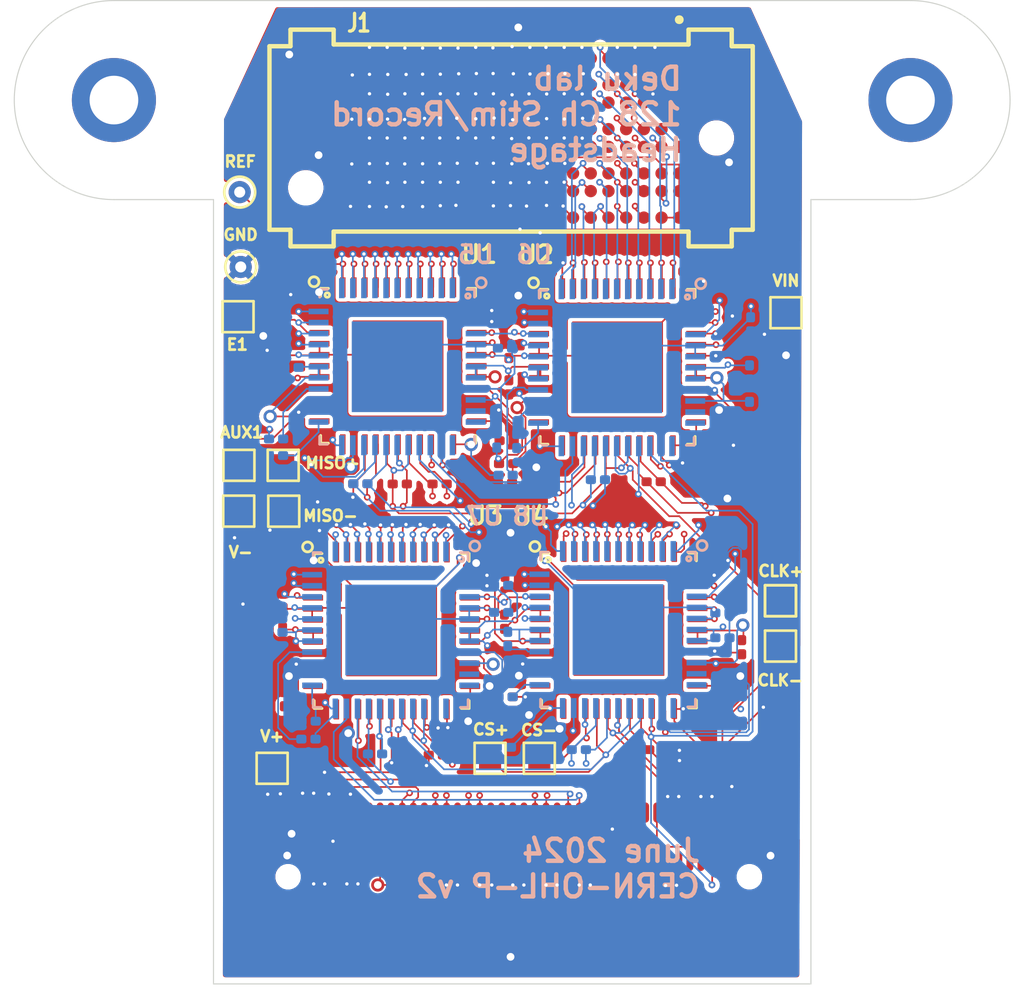
<source format=kicad_pcb>
(kicad_pcb (version 20241229) (generator "pcbnew") (generator_version "9.0")
  (title_block (title "Iris-128B") (rev "1.0.0") (company "Deku Lab"))
  (layers (0 "F.Cu" signal "F.Cu (Minimal routing and GND)") (4 "In1.Cu" power "Supplies and digital signals") (6 "In2.Cu" power "Signal routing to electrodes 1") (8 "In3.Cu" signal "GND 1") (10 "In4.Cu" signal "Signal routing to electrodes 2") (12 "In5.Cu" signal "Signal routing to electrodes 3") (14 "In6.Cu" power "GND 2") (2 "B.Cu" signal "B.Cu (Minimal routing and GND)") (13 "F.Paste" user) (15 "B.Paste" user) (5 "F.SilkS" user "F.Silkscreen") (7 "B.SilkS" user "B.Silkscreen") (1 "F.Mask" user) (3 "B.Mask" user) (25 "Edge.Cuts" user))
  (net 0 "")
  (net 1 "GND")
  (net 2 "VCC")
  (net 3 "V+")
  (net 4 "V-")
  (net 5 "Net-(U2-ADC_REF)")
  (net 6 "Net-(U3-ADC_REF)")
  (net 7 "Net-(U4-ADC_REF)")
  (net 8 "Net-(U5-ADC_REF)")
  (net 9 "Net-(U6-ADC_REF)")
  (net 10 "Net-(U7-ADC_REF)")
  (net 11 "Net-(U8-ADC_REF)")
  (net 12 "/SCLK+")
  (net 13 "/SCLK-")
  (net 14 "/CS+")
  (net 16 "/Net-(U1-REF_ELEC)")
  (net 18 "/Chip1-Elec2")
  (net 19 "/Chip1-Elec13")
  (net 20 "/Chip1-Elec7")
  (net 21 "/Chip1-Elec1")
  (net 22 "/Chip1-Elec11")
  (net 23 "/Chip1-Elec14")
  (net 24 "/chip1/Net-(U1-REF_ELEC)")
  (net 25 "/Chip1-Elec3")
  (net 26 "/Chip1-Elec10")
  (net 27 "/Chip1-Elec0")
  (net 28 "/Chip1-Elec12")
  (net 29 "/Chip1-Elec8")
  (net 30 "/Chip1-Elec5")
  (net 31 "/Chip1-Elec4")
  (net 32 "/Chip1-Elec15")
  (net 33 "/Chip1-Elec9")
  (net 34 "/Chip1-Elec6")
  (net 35 "/Chip2-Elec15")
  (net 36 "/Chip2-Elec12")
  (net 37 "/Chip2-Elec13")
  (net 38 "/Net-(CHIP2-MISO+)")
  (net 39 "/Chip2-Elec1")
  (net 40 "/Chip2-Elec14")
  (net 41 "/Net-(CHIP2-MOSI-)")
  (net 42 "/Chip2-Elec9")
  (net 43 "/Chip2-Elec8")
  (net 44 "/Chip2-Elec5")
  (net 45 "/Chip2-Elec2")
  (net 46 "/Net-(CHIP2-MOSI+)")
  (net 47 "/Chip2-Elec7")
  (net 48 "/Chip2-Elec0")
  (net 49 "/Chip2-Elec4")
  (net 50 "/Chip2-Elec6")
  (net 51 "/Net-(CHIP2-MISO-)")
  (net 52 "/Chip2-Elec3")
  (net 53 "/Chip2-Elec11")
  (net 54 "/Chip2-Elec10")
  (net 55 "/chip2/Net-(U1-REF_ELEC)")
  (net 56 "CHIP3-MISO-")
  (net 57 "/Net-(CHIP3-MOSI-)")
  (net 58 "/Chip3-Elec1")
  (net 59 "/Net-(CHIP3-MOSI+)")
  (net 60 "CHIP3-MISO+")
  (net 61 "/chip3/Net-(U1-REF_ELEC)")
  (net 62 "/Chip3-Elec0")
  (net 63 "/Chip3-Elec9")
  (net 64 "/Chip3-Elec13")
  (net 65 "/Chip3-Elec11")
  (net 66 "/Chip3-Elec3")
  (net 67 "/Chip3-Elec7")
  (net 68 "/Chip3-Elec4")
  (net 69 "/Chip3-Elec6")
  (net 70 "/Chip3-Elec15")
  (net 71 "/Net-(CHIP4-MOSI+)")
  (net 72 "/Chip3-Elec8")
  (net 73 "/Chip3-Elec10")
  (net 74 "/Chip3-Elec12")
  (net 75 "/Chip3-Elec5")
  (net 76 "/Net-(CHIP4-MOSI-)")
  (net 77 "/Chip3-Elec14")
  (net 78 "/Chip3-Elec2")
  (net 79 "CHIP4-MISO-")
  (net 80 "/Chip4-Elec4")
  (net 81 "/Chip4-Elec5")
  (net 82 "CHIP4-MISO+")
  (net 83 "/Chip4-Elec2")
  (net 84 "/Chip4-Elec7")
  (net 85 "/Chip4-Elec3")
  (net 86 "/Chip4-Elec11")
  (net 87 "/Chip4-Elec9")
  (net 88 "/Chip4-Elec6")
  (net 89 "/Chip4-Elec10")
  (net 90 "/Chip4-Elec8")
  (net 91 "/Net-(CHIP5-MOSI-)")
  (net 92 "/Chip4-Elec12")
  (net 93 "/Net-(CHIP5-MOSI+)")
  (net 94 "/chip4/Net-(U1-REF_ELEC)")
  (net 95 "/Chip4-Elec1")
  (net 96 "/Chip4-Elec0")
  (net 97 "/Chip4-Elec13")
  (net 98 "/Chip4-Elec14")
  (net 99 "/Chip4-Elec15")
  (net 100 "CHIP5-MISO+")
  (net 101 "/Chip5-Elec8")
  (net 102 "/Chip5-Elec0")
  (net 103 "/Chip5-Elec6")
  (net 104 "/Net-(CHIP6-MOSI-)")
  (net 105 "/Chip5-Elec12")
  (net 106 "/Chip5-Elec13")
  (net 107 "/Chip5-Elec9")
  (net 108 "/chip5/Net-(U1-REF_ELEC)")
  (net 109 "/Chip5-Elec4")
  (net 110 "/Chip5-Elec2")
  (net 111 "/Chip5-Elec14")
  (net 112 "/Net-(CHIP6-MOSI+)")
  (net 113 "/Net-(CHIP7-MOSI+)")
  (net 114 "/Chip5-Elec10")
  (net 115 "/Chip5-Elec1")
  (net 116 "/Chip5-Elec15")
  (net 117 "/Chip5-Elec5")
  (net 118 "/Net-(CHIP7-MOSI-)")
  (net 119 "/Chip5-Elec7")
  (net 120 "/Chip5-Elec3")
  (net 121 "/Chip5-Elec11")
  (net 122 "CHIP5-MISO-")
  (net 123 "/Chip6-Elec8")
  (net 124 "/Chip6-Elec11")
  (net 125 "/Chip6-Elec14")
  (net 126 "/Chip6-Elec4")
  (net 127 "/Chip6-Elec0")
  (net 128 "/Chip6-Elec12")
  (net 129 "/Chip6-Elec13")
  (net 130 "/Chip6-Elec5")
  (net 131 "/Chip6-Elec10")
  (net 132 "CHIP6-MISO+")
  (net 133 "/Chip6-Elec6")
  (net 134 "/Chip6-Elec1")
  (net 135 "/Chip6-Elec15")
  (net 136 "/Chip6-Elec2")
  (net 137 "/chip6/Net-(U1-REF_ELEC)")
  (net 138 "/Chip6-Elec7")
  (net 139 "/Chip6-Elec3")
  (net 140 "/Net-(CHIP8-MOSI-)")
  (net 141 "CHIP6-MISO-")
  (net 142 "/Chip6-Elec9")
  (net 143 "/Net-(CHIP8-MOSI+)")
  (net 144 "/chip7/Net-(U1-REF_ELEC)")
  (net 145 "/Chip7-Elec10")
  (net 146 "/Chip7-Elec8")
  (net 147 "/Chip7-Elec9")
  (net 148 "Net-(U1-AUXOUT1)")
  (net 149 "/Chip7-Elec13")
  (net 150 "CHIP7-MISO+")
  (net 151 "/Chip7-Elec12")
  (net 152 "/Chip7-Elec1")
  (net 153 "/Chip7-Elec0")
  (net 154 "/Chip7-Elec3")
  (net 155 "/Chip7-Elec14")
  (net 156 "/Chip7-Elec7")
  (net 157 "CHIP7-MISO-")
  (net 158 "/Chip7-Elec4")
  (net 159 "/Chip7-Elec6")
  (net 160 "/Chip7-Elec15")
  (net 161 "/Chip7-Elec11")
  (net 162 "/Chip7-Elec5")
  (net 163 "/Chip7-Elec2")
  (net 164 "/Chip8-Elec10")
  (net 165 "/Chip8-Elec5")
  (net 166 "Net-(U1-ADC_REF)")
  (net 167 "/Chip8-Elec0")
  (net 168 "CHIP8-MISO+")
  (net 169 "/chip8/Net-(U1-REF_ELEC)")
  (net 170 "/Chip8-Elec8")
  (net 171 "/Chip8-Elec2")
  (net 172 "/Chip8-Elec14")
  (net 173 "/Chip8-Elec7")
  (net 174 "/Chip8-Elec13")
  (net 175 "/Chip8-Elec6")
  (net 176 "/Chip8-Elec15")
  (net 177 "/Chip8-Elec3")
  (net 178 "Net-(U1-LVDS_EN)")
  (net 179 "Net-(U2-LVDS_EN)")
  (net 180 "Net-(U3-LVDS_EN)")
  (net 181 "Net-(U4-LVDS_EN)")
  (net 182 "Net-(U5-LVDS_EN)")
  (net 183 "Net-(U6-LVDS_EN)")
  (net 184 "Net-(U7-LVDS_EN)")
  (net 185 "Net-(U8-LVDS_EN)")
  (net 209 "/Chip8-Elec12")
  (net 210 "/Chip8-Elec1")
  (net 211 "/Chip8-Elec4")
  (net 212 "CHIP8-MISO-")
  (net 213 "/Chip8-Elec11")
  (net 214 "/Chip8-Elec9")
  (net 215 "/CS-")
  (net 230 "/Net-(CHIP1-MOSI+)")
  (net 231 "/Net-(CHIP1-MOSI-)")
  (net 232 "/Net-(CHIP1-MISO+)")
  (net 233 "/Net-(CHIP1-MISO-)")
  (footprint "TestPoint:TestPoint_Pad_1.0x1.0mm" (layer "F.Cu") (at 102.26 92.28)
    (property "Reference" "E1")
    (property "Value" "TestPoint")
  )
  (footprint "Capacitor_SMD:C_0201_0603Metric" (layer "F.Cu") (at 114.5 95.475 -90)
    (property "Reference" "C2" (hide yes))
    (property "Value" "100 nF")
  )
  (footprint "TestPoint:TestPoint_Pad_1.0x1.0mm" (layer "F.Cu") (at 104.325 101.075)
    (property "Reference" "MISO-")
    (property "Value" "TestPoint")
  )
  (footprint "TestPoint:TestPoint_Pad_1.0x1.0mm" (layer "F.Cu") (at 113.65 112.25)
    (property "Reference" "CS+")
    (property "Value" "TestPoint")
  )
  (footprint "RHS2000:QFN44_7_X_7" (layer "F.Cu") (at 109.20222 106.49024)
    (property "Reference" "U3")
    (property "Value" "~")
  )
  (footprint "TestPoint:TestPoint_Pad_1.0x1.0mm" (layer "F.Cu") (at 104.3 99)
    (property "Reference" "MISO+")
    (property "Value" "TestPoint")
  )
  (footprint "TestPoint:TestPoint_Pad_1.0x1.0mm" (layer "F.Cu") (at 102.3 99)
    (property "Reference" "AUX1")
    (property "Value" "TestPoint")
  )
  (footprint "Capacitor_SMD:C_0201_0603Metric" (layer "F.Cu") (at 104.275 106.65 -90)
    (property "Reference" "C3" (hide yes))
    (property "Value" "100 nF")
  )
  (footprint "Capacitor_SMD:C_0201_0603Metric" (layer "F.Cu") (at 104.2 95.425 -90)
    (property "Reference" "C1" (hide yes))
    (property "Value" "100 nF")
  )
  (footprint "TestPoint:TestPoint_Pad_1.0x1.0mm" (layer "F.Cu") (at 126.775 105.125)
    (property "Reference" "CLK+")
    (property "Value" "TestPoint")
  )
  (footprint "Resistor_SMD:R_0201_0603Metric" (layer "F.Cu") (at 107.78803 99.83287 180)
    (property "Reference" "R10" (hide yes))
    (property "Value" "100")
  )
  (footprint "Resistor_SMD:R_0201_0603Metric" (layer "F.Cu") (at 111.19838 112.1029)
    (property "Reference" "R4" (hide yes))
    (property "Value" "100")
  )
  (footprint "TestPoint:TestPoint_Pad_1.0x1.0mm" (layer "F.Cu") (at 102.29088 101.07168)
    (property "Reference" "V-")
    (property "Value" "TestPoint")
  )
  (footprint "Resistor_SMD:R_0201_0603Metric" (layer "F.Cu") (at 109.56857 99.84355)
    (property "Reference" "R11" (hide yes))
    (property "Value" "100")
  )
  (footprint "Resistor_SMD:R_0201_0603Metric" (layer "F.Cu") (at 111.36857 99.84355)
    (property "Reference" "R2" (hide yes))
    (property "Value" "100")
  )
  (footprint "MountingHole:MountingHole_2.2mm_M2_DIN965_Pad" (layer "F.Cu") (at 96.65 82.485)
    (property "Reference" "H1" (hide yes))
    (property "Value" "MountingHole")
  )
  (footprint "Capacitor_SMD:C_0201_0603Metric" (layer "F.Cu") (at 114.39902 97.88652)
    (property "Reference" "C25" (hide yes))
    (property "Value" "10 nF")
  )
  (footprint "Capacitor_SMD:C_0201_0603Metric" (layer "F.Cu") (at 104.3 105.125 90)
    (property "Reference" "C19" (hide yes))
    (property "Value" "100 nF")
  )
  (footprint "TestPoint:TestPoint_Pad_1.0x1.0mm" (layer "F.Cu") (at 127.02286 92.1004)
    (property "Reference" "VIN")
    (property "Value" "VCC")
  )
  (footprint "RHS2000:QFN44_7_X_7" (layer "F.Cu") (at 119.47513 106.46881)
    (property "Reference" "U4")
    (property "Value" "~")
  )
  (footprint "TestPoint:TestPoint_THTPad_D1.0mm_Drill0.5mm" (layer "F.Cu") (at 102.38 90.03)
    (property "Reference" "GND")
    (property "Value" "TESTPOINT_SMALL")
  )
  (footprint "Capacitor_SMD:C_0201_0603Metric" (layer "F.Cu") (at 123.275 111.85)
    (property "Reference" "C12" (hide yes))
    (property "Value" "100 nF")
  )
  (footprint "Resistor_SMD:R_0201_0603Metric" (layer "F.Cu") (at 121.16497 111.85615)
    (property "Reference" "R5" (hide yes))
    (property "Value" "100")
  )
  (footprint "Capacitor_SMD:C_0201_0603Metric" (layer "F.Cu") (at 114.325 103.725 90)
    (property "Reference" "C4" (hide yes))
    (property "Value" "100 nF")
  )
  (footprint "TestPoint:TestPoint_THTPad_D1.0mm_Drill0.5mm" (layer "F.Cu") (at 102.33406 86.64702)
    (property "Reference" "REF")
    (property "Value" "TESTPOINT_SMALL")
  )
  (footprint "Capacitor_SMD:C_0201_0603Metric" (layer "F.Cu") (at 114.325 99.8 180)
    (property "Reference" "C9" (hide yes))
    (property "Value" "100 nF")
  )
  (footprint "TestPoint:TestPoint_Pad_1.0x1.0mm" (layer "F.Cu") (at 103.8 112.7)
    (property "Reference" "V+")
    (property "Value" "TestPoint")
  )
  (footprint "RHS2000:QFN44_7_X_7" (layer "F.Cu") (at 119.4144 94.54528)
    (property "Reference" "U2")
    (property "Value" "~")
  )
  (footprint "TestPoint:TestPoint_Pad_1.0x1.0mm" (layer "F.Cu") (at 126.775 107.175)
    (property "Reference" "CLK-")
    (property "Value" "TestPoint")
  )
  (footprint "Capacitor_SMD:C_0201_0603Metric" (layer "F.Cu") (at 104.35 109.575 90)
    (property "Reference" "C11" (hide yes))
    (property "Value" "100 nF")
  )
  (footprint "Resistor_SMD:R_0201_0603Metric" (layer "F.Cu") (at 104.225 92.1 -90)
    (property "Reference" "R1" (hide yes))
    (property "Value" "0")
  )
  (footprint "Capacitor_SMD:C_0201_0603Metric" (layer "F.Cu") (at 104.225 93.525 90)
    (property "Reference" "C17" (hide yes))
    (property "Value" "100 nF")
  )
  (footprint "Resistor_SMD:R_0201_0603Metric" (layer "F.Cu") (at 114.35 109.47)
    (property "Reference" "LVDS3" (hide yes))
    (property "Value" "0")
  )
  (footprint "Capacitor_SMD:C_0201_0603Metric" (layer "F.Cu") (at 125.975 97.475)
    (property "Reference" "C10" (hide yes))
    (property "Value" "100 nF")
  )
  (footprint "Resistor_SMD:R_0201_0603Metric" (layer "F.Cu") (at 121.04357 99.74355)
    (property "Reference" "R3" (hide yes))
    (property "Value" "100")
  )
  (footprint "Capacitor_SMD:C_0201_0603Metric" (layer "F.Cu") (at 114.497104 93.830648 90)
    (property "Reference" "C18" (hide yes))
    (property "Value" "100 nF")
  )
  (footprint "MountingHole:MountingHole_2.2mm_M2_DIN965_Pad" (layer "F.Cu") (at 132.65 82.485)
    (property "Reference" "H2" (hide yes))
    (property "Value" "MountingHole")
  )
  (footprint "TestPoint:TestPoint_Pad_1.0x1.0mm" (layer "F.Cu") (at 126.775 105.125)
    (property "Reference" "CLK+" (hide yes))
    (property "Value" "TestPoint")
  )
  (footprint "Capacitor_SMD:C_0201_0603Metric" (layer "F.Cu") (at 114.3 106.075 90)
    (property "Reference" "C20" (hide yes))
    (property "Value" "100 nF")
  )
  (footprint "RHS2000:QFN44_7_X_7" (layer "F.Cu") (at 109.49212 94.5)
    (property "Reference" "U1")
    (property "Value" "~")
  )
  (footprint "Resistor_SMD:R_0201_0603Metric" (layer "F.Cu") (at 124.45 97.5)
    (property "Reference" "LVDS2" (hide yes))
    (property "Value" "0")
  )
  (footprint "Capacitor_SMD:C_0201_0603Metric" (layer "F.Cu") (at 124.65927 109.24)
    (property "Reference" "C28" (hide yes))
    (property "Value" "10 nF")
  )
  (footprint "fp-lib:SAMTEC_SEAM8-20-S02.0-X-08-3" (layer "F.Cu") (at 114.6 84.2)
    (property "Reference" "J1")
    (property "Value" "SEAM8-20-S02.0-X-08-3")
  )
  (footprint "TestPoint:TestPoint_Pad_1.0x1.0mm" (layer "F.Cu") (at 115.875 112.25)
    (property "Reference" "CS-")
    (property "Value" "TestPoint")
  )
  (footprint "Resistor_SMD:R_0201_0603Metric" (layer "F.Cu") (at 125.025 107.225 90)
    (property "Reference" "LVDS4" (hide yes))
    (property "Value" "0")
  )
  (footprint "Capacitor_SMD:C_0201_0603Metric" (layer "F.Cu") (at 124.375 99.65)
    (property "Reference" "C26" (hide yes))
    (property "Value" "10 nF")
  )
  (footprint "Capacitor_SMD:C_0201_0603Metric" (layer "F.Cu") (at 114.35 110.31)
    (property "Reference" "C27" (hide yes))
    (property "Value" "10 nF")
  )
  (footprint "Molex_NanoPitch:molex" (layer "F.Cu") (at 117.18 117.35)
    (property "Reference" "J2" (hide yes))
    (property "Value" "Conn_02x40_Row_Letter_First" (hide yes))
  )
  (footprint "Resistor_SMD:R_0201_0603Metric" (layer "F.Cu") (at 114.375 98.925)
    (property "Reference" "LVDS1" (hide yes))
    (property "Value" "0")
  )
  (footprint "Resistor_SMD:R_0201_0603Metric" (layer "B.Cu") (at 103.98 97.80874 180)
    (property "Reference" "LVDS5" (hide yes))
    (property "Value" "0")
  )
  (footprint "Capacitor_SMD:C_0201_0603Metric" (layer "B.Cu") (at 105.45 110.57 180)
    (property "Reference" "C31" (hide yes))
    (property "Value" "10 nF")
  )
  (footprint "Capacitor_SMD:C_0201_0603Metric" (layer "B.Cu") (at 114.35 109.47 180)
    (property "Reference" "C32" (hide yes))
    (property "Value" "10 nF")
  )
  (footprint "Capacitor_SMD:C_0201_0603Metric" (layer "B.Cu") (at 113.95 97.875 90)
    (property "Reference" "C5" (hide yes))
    (property "Value" "100 nF")
  )
  (footprint "Capacitor_SMD:C_0201_0603Metric" (layer "B.Cu") (at 104.675 94.575 180)
    (property "Reference" "C13" (hide yes))
    (property "Value" "100 nF")
  )
  (footprint "Capacitor_SMD:C_0201_0603Metric" (layer "B.Cu") (at 125.375 94.8 -90)
    (property "Reference" "C6" (hide yes))
    (property "Value" "100 nF")
  )
  (footprint "Capacitor_SMD:C_0201_0603Metric" (layer "B.Cu") (at 114.275 111.75 180)
    (property "Reference" "C16" (hide yes))
    (property "Value" "100 nF")
  )
  (footprint "RHS2000:QFN44_7_X_7" (layer "B.Cu") (at 109.44857 94.54355 180)
    (property "Reference" "U5")
    (property "Value" "~")
  )
  (footprint "RHS2000:QFN44_7_X_7" (layer "B.Cu") (at 109.15867 106.44669 180)
    (property "Reference" "U7")
    (property "Value" "~")
  )
  (footprint "Capacitor_SMD:C_0201_0603Metric" (layer "B.Cu") (at 114.325 93.7)
    (property "Reference" "C21" (hide yes))
    (property "Value" "100 nF")
  )
  (footprint "RHS2000:QFN44_7_X_7" (layer "B.Cu") (at 119.37085 94.58883 180)
    (property "Reference" "U6")
    (property "Value" "~")
  )
  (footprint "Capacitor_SMD:C_0201_0603Metric" (layer "B.Cu") (at 103.95 106.55 180)
    (property "Reference" "C15" (hide yes))
    (property "Value" "100 nF")
  )
  (footprint "Resistor_SMD:R_0201_0603Metric" (layer "B.Cu") (at 114.45 106.85 90)
    (property "Reference" "LVDS8" (hide yes))
    (property "Value" "0")
  )
  (footprint "Resistor_SMD:R_0201_0603Metric" (layer "B.Cu") (at 105.44 111.38)
    (property "Reference" "LVDS7" (hide yes))
    (property "Value" "0")
  )
  (footprint "Resistor_SMD:R_0201_0603Metric" (layer "B.Cu") (at 108.45 112.05 180)
    (property "Reference" "R8" (hide yes))
    (property "Value" "100")
  )
  (footprint "Resistor_SMD:R_0201_0603Metric" (layer "B.Cu") (at 114.35357 99.44355 180)
    (property "Reference" "LVDS6" (hide yes))
    (property "Value" "0")
  )
  (footprint "Capacitor_SMD:C_0201_0603Metric" (layer "B.Cu") (at 124.15 105.675)
    (property "Reference" "C24" (hide yes))
    (property "Value" "100 nF")
  )
  (footprint "Resistor_SMD:R_0201_0603Metric" (layer "B.Cu") (at 118.525 99.65 180)
    (property "Reference" "R7" (hide yes))
    (property "Value" "100")
  )
  (footprint "Capacitor_SMD:C_0201_0603Metric" (layer "B.Cu") (at 114.15 104.425 180)
    (property "Reference" "C7" (hide yes))
    (property "Value" "100 nF")
  )
  (footprint "Capacitor_SMD:C_0201_0603Metric" (layer "B.Cu") (at 114.85 97.9 90)
    (property "Reference" "C30" (hide yes))
    (property "Value" "10 nF")
  )
  (footprint "Capacitor_SMD:C_0201_0603Metric" (layer "B.Cu") (at 114.15 105.65)
    (property "Reference" "C23" (hide yes))
    (property "Value" "100 nF")
  )
  (footprint "Capacitor_SMD:C_0201_0603Metric" (layer "B.Cu") (at 125.375 96.45 -90)
    (property "Reference" "C14" (hide yes))
    (property "Value" "100 nF")
  )
  (footprint "RHS2000:QFN44_7_X_7" (layer "B.Cu") (at 119.43158 106.42526 180)
    (property "Reference" "U8")
    (property "Value" "~")
  )
  (footprint "Capacitor_SMD:C_0201_0603Metric" (layer "B.Cu") (at 124.15 106.8)
    (property "Reference" "C8" (hide yes))
    (property "Value" "100 nF")
  )
  (footprint "Capacitor_SMD:C_0201_0603Metric" (layer "B.Cu") (at 125.425 92.625 -90)
    (property "Reference" "C22" (hide yes))
    (property "Value" "100 nF")
  )
  (footprint "Resistor_SMD:R_0201_0603Metric" (layer "B.Cu") (at 117.65997 111.85615 180)
    (property "Reference" "R9" (hide yes))
    (property "Value" "100")
  )
  (footprint "Capacitor_SMD:C_0201_0603Metric" (layer "B.Cu") (at 103.975 98.55874 180)
    (property "Reference" "C29" (hide yes))
    (property "Value" "10 nF")
  )
  (footprint "Resistor_SMD:R_0201_0603Metric" (layer "B.Cu") (at 107.78803 99.83287 180)
    (property "Reference" "R6" (hide yes))
    (property "Value" "100")
  )
  (gr_line (start 101.15 86.985) (end 101.15 122.45) (stroke (width 0.05)) (layer "Edge.Cuts"))
  (gr_line (start 128.15 122.45) (end 128.15 86.985) (stroke (width 0.05)) (layer "Edge.Cuts"))
  (gr_line (start 96.65 86.985) (end 101.15 86.985) (stroke (width 0.05)) (layer "Edge.Cuts"))
  (gr_line (start 96.648016 77.985) (end 132.65 77.985) (stroke (width 0.05)) (layer "Edge.Cuts"))
  (gr_arc (start 96.647 86.98484) (mid 92.147 82.48484) (end 96.647 77.98484) (stroke (width 0.05)) (layer "Edge.Cuts"))
  (gr_line (start 101.15 122.45) (end 128.15 122.45) (stroke (width 0.05)) (layer "Edge.Cuts"))
  (gr_arc (start 132.65 77.985) (mid 137.15 82.485) (end 132.65 86.985) (stroke (width 0.05)) (layer "Edge.Cuts"))
  (gr_line (start 132.65 86.985) (end 128.15 86.985) (stroke (width 0.05)) (layer "Edge.Cuts"))
  (gr_text "June 2024\nCERN-OHL-P v2" (at 123.25 118.625 0) (layer "B.SilkS") (effects (font (size 1 1) (thickness 0.2) (bold yes)) (justify left bottom mirror)))
  (gr_text "Deku lab\n128 Ch Stim/Record\nHeadstage \n\n\n" (at 122.42132 88.54524 0) (layer "B.SilkS") (effects (font (size 1 1) (thickness 0.2) (bold yes)) (justify left bottom mirror)))
  (segment (start 107.34147 87.292688) (end 107.284158 87.35) (width 0.0762) (layer "F.Cu") (net 0))
  (segment (start 114.2875 105.193306) (end 114.511996 104.96881) (width 0.0762) (layer "F.Cu") (net 0))
  (segment (start 107.8 85.8) (end 107.8 85.775) (width 0.0762) (layer "F.Cu") (net 0))
  (segment (start 107.34147 87.292688) (end 107.34147 87.34147) (width 0.0762) (layer "F.Cu") (net 0))
  (segment (start 114.751104 92.983304) (end 114.81308 93.04528) (width 0.0762) (layer "F.Cu") (net 0))
  (segment (start 104.930068 104.8833) (end 105.037008 104.99024) (width 0.0762) (layer "F.Cu") (net 0))
  (segment (start 107.8 81.8) (end 107.8 81.725) (width 0.0762) (layer "F.Cu") (net 0))
  (segment (start 107.8 83.8) (end 107.8 83.75) (width 0.0762) (layer "F.Cu") (net 0))
  (segment (start 121.4 84.6) (end 121.4 84.825) (width 0.0762) (layer "F.Cu") (net 0))
  (segment (start 121.01068 82.20964) (end 121.01068 82.21068) (width 0.0762) (layer "F.Cu") (net 0))
  (segment (start 114.511996 104.96881) (end 115.92513 104.96881) (width 0.0762) (layer "F.Cu") (net 0))
  (segment (start 105.037008 104.99024) (end 105.65222 104.99024) (width 0.0762) (layer "F.Cu") (net 0))
  (via micro (at 114.2875 105.193306) (size 0.3048) (drill 0.1524) (layers "F.Cu" "B.Cu") (remove_unused_layers yes) (net 0))
  (via micro (at 104.930068 104.8833) (size 0.3048) (drill 0.1524) (layers "F.Cu" "In2.Cu") (net 0))
  (segment (start 114.751104 92.983304) (end 114.690858 93.04355) (width 0.0762) (layer "B.Cu") (net 0))
  (segment (start 114.2875 105.193306) (end 114.094994 105.193306) (width 0.0762) (layer "B.Cu") (net 0))
  (segment (start 114.094994 105.193306) (end 113.848378 104.94669) (width 0.0762) (layer "B.Cu") (net 0))
  (segment (start 113.848378 104.94669) (end 112.70867 104.94669) (width 0.0762) (layer "B.Cu") (net 0))
  (segment (start 122.92085 93.08883) (end 123.33617 93.08883) (width 0.0762) (layer "B.Cu") (net 0))
  (segment (start 121.625 87.125) (end 121.6 87.15) (width 0.0762) (layer "B.Cu") (net 0))
  (segment (start 122.92076 81.886552) (end 122.928888 81.89468) (width 0.0762) (layer "F.Cu") (net 1))
  (segment (start 115.41 110.29) (end 115.33 110.3) (width 0.0762) (layer "F.Cu") (net 1))
  (segment (start 104.88024 107.49024) (end 104.56 107.81048) (width 0.0762) (layer "F.Cu") (net 1))
  (segment (start 121.075 85.075) (end 121.4 85.4) (width 0.0762) (layer "F.Cu") (net 1))
  (segment (start 114.695 97.15288) (end 114.04212 96.5) (width 0.0762) (layer "F.Cu") (net 1))
  (segment (start 116.664 116.25) (end 114.06 116.25) (width 0.0762) (layer "F.Cu") (net 1))
  (segment (start 114.18 117.025) (end 114.2 117.005) (width 0.0762) (layer "F.Cu") (net 1))
  (segment (start 113.04212 96) (end 113.04212 96.5) (width 0.0762) (layer "F.Cu") (net 1))
  (segment (start 105.92 92.02212) (end 105.92 92.47788) (width 0.0762) (layer "F.Cu") (net 1))
  (segment (start 114.695 97.85) (end 114.695 97.15288) (width 0.0762) (layer "F.Cu") (net 1))
  (segment (start 107 82.6) (end 107.8 82.6) (width 0.0762) (layer "F.Cu") (net 1))
  (segment (start 114.8 107.675) (end 114.8 108.36) (width 0.0762) (layer "F.Cu") (net 1))
  (segment (start 107.8 84.6) (end 107.8 85.075) (width 0.0762) (layer "F.Cu") (net 1))
  (segment (start 105.675 103.96746) (end 105.65222 103.99024) (width 0.0762) (layer "F.Cu") (net 1))
  (segment (start 105.9 84.975) (end 105.9 82.897184) (width 0.0762) (layer "F.Cu") (net 1))
  (segment (start 122.879928 81.8) (end 122.92076 81.840832) (width 0.0762) (layer "F.Cu") (net 1))
  (segment (start 105.9 85.5) (end 105.9 84.975) (width 0.0762) (layer "F.Cu") (net 1))
  (segment (start 105.9 84.975) (end 106 85.075) (width 0.0762) (layer "F.Cu") (net 1))
  (segment (start 122.2 87.8) (end 122.2 85.4) (width 0.0762) (layer "F.Cu") (net 1))
  (segment (start 122.689 116.23668) (end 122.689 114.832) (width 0.0762) (layer "F.Cu") (net 1))
  (segment (start 115.17972 95.54528) (end 115.8644 95.54528) (width 0.0762) (layer "F.Cu") (net 1))
  (segment (start 103.495 93.055) (end 103.4 93.15) (width 0.0762) (layer "F.Cu") (net 1))
  (segment (start 107 86.6) (end 105.9 85.5) (width 0.0762) (layer "F.Cu") (net 1))
  (segment (start 122.928888 81.89468) (end 122.928888 83.211416) (width 0.0762) (layer "F.Cu") (net 1))
  (segment (start 114.414096 93.42764) (end 114.414096 92.862096) (width 0.0762) (layer "F.Cu") (net 1))
  (segment (start 124.68 116.254312) (end 124.68 116.89) (width 0.0762) (layer "F.Cu") (net 1))
  (segment (start 113.689384 116.25) (end 113.689 116.249616) (width 0.0762) (layer "F.Cu") (net 1))
  (segment (start 115.00619 107.46881) (end 114.8 107.675) (width 0.0762) (layer "F.Cu") (net 1))
  (segment (start 122.928888 83.211416) (end 121.988584 83.211416) (width 0.0762) (layer "F.Cu") (net 1))
  (segment (start 124.96 109.6) (end 124.96 108.53) (width 0.0762) (layer "F.Cu") (net 1))
  (segment (start 122.2 80.6) (end 122.2 81.8) (width 0.0762) (layer "F.Cu") (net 1))
  (segment (start 114.0208 104.9542) (end 114.50619 104.46881) (width 0.0762) (layer "F.Cu") (net 1))
  (segment (start 121.4 87.8) (end 122.2 87.8) (width 0.0762) (layer "F.Cu") (net 1))
  (segment (start 107.689 115.461) (end 107.689 114.832) (width 0.0762) (layer "F.Cu") (net 1))
  (segment (start 124.96 108.53) (end 124.97 108.67) (width 0.0762) (layer "F.Cu") (net 1))
  (segment (start 115.689 117.067) (end 115.689 116.25) (width 0.0762) (layer "F.Cu") (net 1))
  (segment (start 104.53 95.72) (end 104.125 95.72) (width 0.0762) (layer "F.Cu") (net 1))
  (segment (start 124.68 117.04) (end 124.68 116.552) (width 0.0762) (layer "F.Cu") (net 1))
  (segment (start 115.64113 99.18887) (end 115.74 99.09) (width 0.1778) (layer "F.Cu") (net 1))
  (segment (start 104.689 114.832) (end 104.689 115.529) (width 0.0762) (layer "F.Cu") (net 1))
  (segment (start 107 80.6) (end 107 81.8) (width 0.0762) (layer "F.Cu") (net 1))
  (segment (start 122.2 81.8) (end 122.879928 81.8) (width 0.0762) (layer "F.Cu") (net 1))
  (segment (start 106.836675 82.763325) (end 107 82.6) (width 0.0762) (layer "F.Cu") (net 1))
  (segment (start 114.93 95.795) (end 114.45 95.795) (width 0.0762) (layer "F.Cu") (net 1))
  (segment (start 106.689 116.264871) (end 106.689 117.067) (width 0.0762) (layer "F.Cu") (net 1))
  (segment (start 124.139 116.245992) (end 124.139 114.832) (width 0.0762) (layer "F.Cu") (net 1))
  (segment (start 122.70232 116.25) (end 122.689 116.23668) (width 0.0762) (layer "F.Cu") (net 1))
  (segment (start 113.4 108.49024) (end 112.75222 108.49024) (width 0.0762) (layer "F.Cu") (net 1))
  (segment (start 105.65222 107.49024) (end 104.88024 107.49024) (width 0.0762) (layer "F.Cu") (net 1))
  (segment (start 114.06 116.25) (end 106.703871 116.25) (width 0.0762) (layer "F.Cu") (net 1))
  (segment (start 124.675688 116.25) (end 124.68 116.254312) (width 0.0762) (layer "F.Cu") (net 1))
  (segment (start 124.97927 109.24) (end 124.97927 108.67927) (width 0.0762) (layer "F.Cu") (net 1))
  (segment (start 117.189 117.067) (end 117.189 116.264) (width 0.0762) (layer "F.Cu") (net 1))
  (segment (start 122.2 81.8) (end 121.4 81.8) (width 0.0762) (layer "F.Cu") (net 1))
  (segment (start 105.675 103.3) (end 105.675 103.96746) (width 0.0762) (layer "F.Cu") (net 1))
  (segment (start 112.75222 108.49024) (end 112.70867 108.44669) (width 0.0762) (layer "F.Cu") (net 1))
  (segment (start 124.96 108.53) (end 124.89881 108.46881) (width 0.0762) (layer "F.Cu") (net 1))
  (segment (start 123.595 111.85) (end 123.595 110.965) (width 0.0762) (layer "F.Cu") (net 1))
  (segment (start 124.00156 96.5) (end 124 96.5) (width 0.0762) (layer "F.Cu") (net 1))
  (segment (start 107.362751 99.07964) (end 107.362751 98.737249) (width 0.2) (layer "F.Cu") (net 1))
  (segment (start 124.97927 108.67927) (end 124.96 108.53) (width 0.0762) (layer "F.Cu") (net 1))
  (segment (start 123.172008 116.25) (end 123.189 116.266992) (width 0.0762) (layer "F.Cu") (net 1))
  (segment (start 107.20222 110.89778) (end 107.24 111.11) (width 0.0762) (layer "F.Cu") (net 1))
  (segment (start 114.497104 93.510648) (end 114.414096 93.42764) (width 0.0762) (layer "F.Cu") (net 1))
  (segment (start 122.928888 83.211416) (end 122.928888 85.692488) (width 0.0762) (layer "F.Cu") (net 1))
  (segment (start 113.4 108.49024) (end 113.627646 108.717886) (width 0.0762) (layer "F.Cu") (net 1))
  (segment (start 115.263 116.25) (end 115.263 114.906) (width 0.0762) (layer "F.Cu") (net 1))
  (segment (start 123.172008 116.25) (end 124.675688 116.25) (width 0.0762) (layer "F.Cu") (net 1))
  (segment (start 112.689 117.067) (end 112.689 116.264) (width 0.0762) (layer "F.Cu") (net 1))
  (segment (start 117.08697 110.91303) (end 117.47513 110.52487) (width 0.0762) (layer "F.Cu") (net 1))
  (segment (start 107.362751 99.07964) (end 107.36445 99.07964) (width 0.2) (layer "F.Cu") (net 1))
  (segment (start 115.263 114.906) (end 115.189 114.832) (width 0.0762) (layer "F.Cu") (net 1))
  (segment (start 104.517171 91.78) (end 104.225 91.78) (width 0.0762) (layer "F.Cu") (net 1))
  (segment (start 114.414096 92.862096) (end 114.730912 92.54528) (width 0.0762) (layer "F.Cu") (net 1))
  (segment (start 104.75 95.5) (end 104.53 95.72) (width 0.0762) (layer "F.Cu") (net 1))
  (segment (start 121.689 117.067) (end 121.689 116.25) (width 0.0762) (layer "F.Cu") (net 1))
  (segment (start 114.0208 105.5758) (end 114.0208 104.9542) (width 0.0762) (layer "F.Cu") (net 1))
  (segment (start 105.96792 92) (end 106.23702 92) (width 0.2) (layer "F.Cu") (net 1))
  (segment (start 117.4144 98.8356) (end 117.16 99.09) (width 0.0762) (layer "F.Cu") (net 1))
  (segment (start 114.25 105.805) (end 114.0208 105.5758) (width 0.0762) (layer "F.Cu") (net 1))
  (segment (start 106 85.075) (end 107.875 85.075) (width 0.0762) (layer "F.Cu") (net 1))
  (segment (start 104.761 115.579) (end 107.571 115.579) (width 0.0762) (layer "F.Cu") (net 1))
  (segment (start 106.703871 116.25) (end 106.689071 116.2648) (width 0.0762) (layer "F.Cu") (net 1))
  (segment (start 114.497104 93.582896) (end 114.497104 93.510648) (width 0.0762) (layer "F.Cu") (net 1))
  (segment (start 124.04684 96.54528) (end 124.00156 96.5) (width 0.0762) (layer "F.Cu") (net 1))
  (segment (start 115.92513 103.96881) (end 115.92513 103.74697) (width 0.0762) (layer "F.Cu") (net 1))
  (segment (start 104.68 115.66) (end 104.69 115.53) (width 0.2) (layer "F.Cu") (net 1))
  (segment (start 123.189 116.266992) (end 123.189 117.067) (width 0.0762) (layer "F.Cu") (net 1))
  (segment (start 105.9 82.897184) (end 106.197184 82.6) (width 0.0762) (layer "F.Cu") (net 1))
  (segment (start 106.703871 116.25) (end 106.689 116.264871) (width 0.0762) (layer "F.Cu") (net 1))
  (segment (start 116.7943 110.91303) (end 117.08697 110.91303) (width 0.0762) (layer "F.Cu") (net 1))
  (segment (start 114.67 110.31) (end 115.32 110.31) (width 0.0762) (layer "F.Cu") (net 1))
  (segment (start 105.92 91.17) (end 105.92 91.97788) (width 0.0762) (layer "F.Cu") (net 1))
  (segment (start 110.689 114.832) (end 110.689 116.25) (width 0.0762) (layer "F.Cu") (net 1))
  (segment (start 104.922171 91.375) (end 104.517171 91.78) (width 0.0762) (layer "F.Cu") (net 1))
  (segment (start 117.16 99.09) (end 115.74 99.09) (width 0.0762) (layer "F.Cu") (net 1))
  (segment (start 107 81.8) (end 107 82.6) (width 0.0762) (layer "F.Cu") (net 1))
  (segment (start 105.65222 103.99024) (end 105.65222 104.49024) (width 0.0762) (layer "F.Cu") (net 1))
  (segment (start 107.571 115.579) (end 107.689 115.461) (width 0.0762) (layer "F.Cu") (net 1))
  (segment (start 107.36445 99.07964) (end 107.50502 98.93907) (width 0.2) (layer "F.Cu") (net 1))
  (segment (start 106.689071 116.2648) (end 104.85906 116.2648) (width 0.0762) (layer "F.Cu") (net 1))
  (segment (start 115.92513 107.46881) (end 115.00619 107.46881) (width 0.0762) (layer "F.Cu") (net 1))
  (segment (start 113.689 116.249616) (end 113.689 114.832) (width 0.0762) (layer "F.Cu") (net 1))
  (segment (start 122.9644 96.54528) (end 124.04684 96.54528) (width 0.0762) (layer "F.Cu") (net 1))
  (segment (start 104.53 108.5) (end 104.56 108.53) (width 0.0762) (layer "F.Cu") (net 1))
  (segment (start 114.2 117.005) (end 114.2 116.25) (width 0.0762) (layer "F.Cu") (net 1))
  (segment (start 118.675 116.25) (end 118.68 116.255) (width 0.0762) (layer "F.Cu") (net 1))
  (segment (start 118.68 116.255) (end 118.68 117.025) (width 0.0762) (layer "F.Cu") (net 1))
  (segment (start 122.92076 81.840832) (end 122.92076 81.886552) (width 0.0762) (layer "F.Cu") (net 1))
  (segment (start 105.92 91.97788) (end 105.94212 92) (width 0.2) (layer "F.Cu") (net 1))
  (segment (start 107.362751 98.737249) (end 107.5 98.6) (width 0.2) (layer "F.Cu") (net 1))
  (segment (start 114.975 95.75) (end 114.93 95.795) (width 0.0762) (layer "F.Cu") (net 1))
  (segment (start 105.189 116.2994) (end 105.189 117.067) (width 0.0762) (layer "F.Cu") (net 1))
  (segment (start 107.5 98.6) (end 107.5 98.05788) (width 0.2) (layer "F.Cu") (net 1))
  (segment (start 121.189 114.832) (end 121.189 116.226112) (width 0.0762) (layer "F.Cu") (net 1))
  (segment (start 105.92 92.47788) (end 105.94212 92.5) (width 0.0762) (layer "F.Cu") (net 1))
  (segment (start 105.92 91.17) (end 105.715 91.375) (width 0.0762) (layer "F.Cu") (net 1))
  (segment (start 106.18 114.7) (end 106.18 115.579) (width 0.0762) (layer "F.Cu") (net 1))
  (segment (start 115.59816 103.42) (end 113.02 103.42) (width 0.0762) (layer "F.Cu") (net 1))
  (segment (start 112.189 116.25) (end 112.189 114.832) (width 0.0762) (layer "F.Cu") (net 1))
  (segment (start 118.643104 116.25) (end 123.172008 116.25) (width 0.0762) (layer "F.Cu") (net 1))
  (segment (start 123.595 110.965) (end 124.96 109.6) (width 0.0762) (layer "F.Cu") (net 1))
  (segment (start 106.23702 92) (end 105.94212 92) (width 0.2) (layer "F.Cu") (net 1))
  (segment (start 105.94212 95.5) (end 104.75 95.5) (width 0.0762) (layer "F.Cu") (net 1))
  (segment (start 104.56 107.81048) (end 104.56 108.53) (width 0.0762) (layer "F.Cu") (net 1))
  (segment (start 107.20222 110.04024) (end 107.20222 110.89778) (width 0.0762) (layer "F.Cu") (net 1))
  (segment (start 118.189 116.236) (end 118.189 114.832) (width 0.0762) (layer "F.Cu") (net 1))
  (segment (start 105.94212 92) (end 105.92 92.02212) (width 0.2) (layer "F.Cu") (net 1))
  (segment (start 112.70867 108.44669) (end 112.70867 107.94669) (width 0.0762) (layer "F.Cu") (net 1))
  (segment (start 122.928888 85.692488) (end 122.821376 85.8) (width 0.0762) (layer "F.Cu") (net 1))
  (segment (start 114.2 116.25) (end 114.06 116.25) (width 0.0762) (layer "F.Cu") (net 1))
  (segment (start 116.689 116.225) (end 116.664 116.25) (width 0.0762) (layer "F.Cu") (net 1))
  (segment (start 107.8 85.075) (end 107.875 85.075) (width 0.0762) (layer "F.Cu") (net 1))
  (segment (start 115.92513 103.74697) (end 115.59816 103.42) (width 0.0762) (layer "F.Cu") (net 1))
  (segment (start 115.92513 103.96881) (end 115.92513 104.46881) (width 0.0762) (layer "F.Cu") (net 1))
  (segment (start 106.197184 82.6) (end 107 82.6) (width 0.0762) (layer "F.Cu") (net 1))
  (segment (start 107.875 85.075) (end 121.075 85.075) (width 0.0762) (layer "F.Cu") (net 1))
  (segment (start 116.689 114.832) (end 116.689 116.225) (width 0.0762) (layer "F.Cu") (net 1))
  (segment (start 118.68 116.255) (end 118.671072 116.263928) (width 0.0762) (layer "F.Cu") (net 1))
  (segment (start 104.689 115.529) (end 104.68 115.66) (width 0.2) (layer "F.Cu") (net 1))
  (segment (start 114.730912 92.54528) (end 115.8644 92.54528) (width 0.0762) (layer "F.Cu") (net 1))
  (segment (start 104.85906 116.2648) (end 104.47956 116.6443) (width 0.0762) (layer "F.Cu") (net 1))
  (segment (start 121.988584 83.211416) (end 121.4 83.8) (width 0.0762) (layer "F.Cu") (net 1))
  (segment (start 117.189 116.264) (end 117.175 116.25) (width 0.0762) (layer "F.Cu") (net 1))
  (segment (start 107.24 111.11) (end 107.17 110.93) (width 0.0762) (layer "F.Cu") (net 1))
  (segment (start 124.35 85.4) (end 124.45 85.3) (width 0.0762) (layer "F.Cu") (net 1))
  (segment (start 121.4 85.4) (end 121.4 85.8) (width 0.0762) (layer "F.Cu") (net 1))
  (segment (start 122.821376 85.8) (end 122.2 85.8) (width 0.0762) (layer "F.Cu") (net 1))
  (segment (start 122.9644 96.04528) (end 122.9644 96.54528) (width 0.0762) (layer "F.Cu") (net 1))
  (segment (start 111.189 117.067) (end 111.189 116.25) (width 0.0762) (layer "F.Cu") (net 1))
  (segment (start 124.31857 100.44357) (end 124.375 100.5) (width 0.0762) (layer "F.Cu") (net 1))
  (segment (start 107 86.6) (end 107.8 86.6) (width 0.0762) (layer "F.Cu") (net 1))
  (segment (start 121.4 83.8) (end 121.557625 83.8) (width 0.0762) (layer "F.Cu") (net 1))
  (segment (start 121.4 85.4) (end 122.2 85.4) (width 0.0762) (layer "F.Cu") (net 1))
  (segment (start 107 87.8) (end 104.61 87.8) (width 0.0762) (layer "F.Cu") (net 1))
  (segment (start 105.715 91.375) (end 104.922171 91.375) (width 0.0762) (layer "F.Cu") (net 1))
  (segment (start 107.5 98.05788) (end 107.49212 98.05) (width 0.2) (layer "F.Cu") (net 1))
  (segment (start 124.89881 108.46881) (end 123.02513 108.46881) (width 0.0762) (layer "F.Cu") (net 1))
  (segment (start 117.4144 98.09528) (end 117.4144 98.8356) (width 0.0762) (layer "F.Cu") (net 1))
  (segment (start 113.04212 96.5) (end 114.04212 96.5) (width 0.0762) (layer "F.Cu") (net 1))
  (segment (start 104.61 87.8) (end 102.38 90.03) (width 0.0762) (layer "F.Cu") (net 1))
  (segment (start 114.8 108.36) (end 114.95 108.51) (width 0.0762) (layer "F.Cu") (net 1))
  (segment (start 107.8 80.6) (end 107 80.6) (width 0.0762) (layer "F.Cu") (net 1))
  (segment (start 114.975 95.75) (end 115.17972 95.54528) (width 0.0762) (layer "F.Cu") (net 1))
  (segment (start 117.47513 110.52487) (end 117.47513 110.01881) (width 0.0762) (layer "F.Cu") (net 1))
  (segment (start 104.68 115.66) (end 104.761 115.579) (width 0.0762) (layer "F.Cu") (net 1))
  (segment (start 108.189 117.067) (end 108.189 116.261) (width 0.0762) (layer "F.Cu") (net 1))
  (segment (start 113.627646 108.717886) (end 113.627646 108.97926) (width 0.0762) (layer "F.Cu") (net 1))
  (segment (start 104.15 93.055) (end 103.495 93.055) (width 0.0762) (layer "F.Cu") (net 1))
  (segment (start 116.714 116.25) (end 118.675 116.25) (width 0.0762) (layer "F.Cu") (net 1))
  (segment (start 114.50619 104.46881) (end 115.92513 104.46881) (width 0.0762) (layer "F.Cu") (net 1))
  (segment (start 124.375 100.5) (end 124.199182 100.5) (width 0.0762) (layer "F.Cu") (net 1))
  (segment (start 123.02513 108.46881) (end 123.02513 107.96881) (width 0.0762) (layer "F.Cu") (net 1))
  (segment (start 115.32 110.31) (end 115.41 110.29) (width 0.0762) (layer "F.Cu") (net 1))
  (via (at 114.575 121.225) (size 0.6) (drill 0.35) (layers "F.Cu" "B.Cu") (net 1))
  (via (at 105.92 91.17) (size 0.6) (drill 0.35) (layers "F.Cu" "B.Cu") (remove_unused_layers yes) (zone_layer_connections "F.Cu" "In1.Cu" "In2.Cu" "In3.Cu" "In4.Cu" "In5.Cu" "In6.Cu" "B.Cu") (net 1))
  (via micro (at 114.975 95.75) (size 0.3048) (drill 0.1524) (layers "F.Cu" "B.Cu") (net 1))
  (via (at 126.325 116.65) (size 0.6) (drill 0.35) (layers "F.Cu" "B.Cu") (net 1))
  (via (at 113.627646 108.97926) (size 0.6) (drill 0.35) (layers "F.Cu" "B.Cu") (remove_unused_layers yes) (zone_layer_connections "F.Cu" "In1.Cu" "In2.Cu" "In3.Cu" "In4.Cu" "In5.Cu" "In6.Cu" "B.Cu") (net 1))
  (via (at 104.47956 116.6443) (size 0.6) (drill 0.35) (layers "F.Cu" "B.Cu") (remove_unused_layers yes) (zone_layer_connections "In1.Cu" "In2.Cu" "In3.Cu" "In4.Cu" "In5.Cu" "In6.Cu" "B.Cu") (net 1))
  (via (at 114.925 91.325) (size 0.6) (drill 0.35) (layers "F.Cu" "B.Cu") (net 1))
  (via (at 114.95 108.51) (size 0.6) (drill 0.35) (layers "F.Cu" "B.Cu") (remove_unused_layers yes) (zone_layer_connections "F.Cu" "In1.Cu" "In2.Cu" "In3.Cu" "In4.Cu" "In5.Cu" "In6.Cu" "B.Cu") (net 1))
  (via (at 124.96 108.53) (size 0.6) (drill 0.35) (layers "F.Cu" "B.Cu") (remove_unused_layers yes) (zone_layer_connections "F.Cu" "In1.Cu" "In2.Cu" "In3.Cu" "In4.Cu" "In5.Cu" "In6.Cu" "B.Cu") (net 1))
  (via micro (at 114.04212 96.5) (size 0.3048) (drill 0.1524) (layers "F.Cu" "B.Cu") (net 1))
  (via (at 104.575 80.425) (size 0.6) (drill 0.35) (layers "F.Cu" "B.Cu") (net 1))
  (via (at 112.66 110.57) (size 0.6) (drill 0.35) (layers "F.Cu" "B.Cu") (remove_unused_layers yes) (zone_layer_connections "F.Cu" "In1.Cu" "In2.Cu" "In3.Cu" "In4.Cu" "In5.Cu" "In6.Cu" "B.Cu") (net 1))
  (via (at 103.4 93.15) (size 0.6) (drill 0.35) (layers "F.Cu" "B.Cu") (net 1))
  (via (at 124 96.5) (size 0.6) (drill 0.35) (layers "F.Cu" "B.Cu") (remove_unused_layers yes) (zone_layer_connections "F.Cu" "In1.Cu" "In2.Cu" "In3.Cu" "In4.Cu" "In5.Cu" "In6.Cu" "B.Cu") (net 1))
  (via (at 104.56 108.53) (size 0.6) (drill 0.35) (layers "F.Cu" "B.Cu") (remove_unused_layers yes) (zone_layer_connections "F.Cu" "In1.Cu" "In2.Cu" "In3.Cu" "In4.Cu" "In5.Cu" "In6.Cu" "B.Cu") (net 1))
  (via (at 104.68 115.66) (size 0.6) (drill 0.35) (layers "F.Cu" "B.Cu") (remove_unused_layers yes) (zone_layer_connections "In1.Cu" "In2.Cu" "In3.Cu" "In4.Cu" "In5.Cu" "In6.Cu" "B.Cu") (net 1))
  (via (at 115.74 99.09) (size 0.6) (drill 0.35) (layers "F.Cu" "B.Cu") (remove_unused_layers yes) (zone_layer_connections "F.Cu" "In1.Cu" "In2.Cu" "In3.Cu" "In4.Cu" "In5.Cu" "In6.Cu" "B.Cu") (net 1))
  (via (at 105.9 84.975) (size 0.6) (drill 0.35) (layers "F.Cu" "B.Cu") (net 1))
  (via (at 105.675 103.3) (size 0.6) (drill 0.35) (layers "F.Cu" "B.Cu") (remove_unused_layers yes) (zone_layer_connections "F.Cu" "In1.Cu" "In2.Cu" "In3.Cu" "In4.Cu" "In5.Cu" "In6.Cu" "B.Cu") (net 1))
  (via (at 114.575 102.05) (size 0.6) (drill 0.35) (layers "F.Cu" "B.Cu") (net 1))
  (via (at 116.7943 110.91303) (size 0.6) (drill 0.35) (layers "F.Cu" "B.Cu") (remove_unused_layers yes) (zone_layer_connections "F.Cu" "In1.Cu" "In2.Cu" "In3.Cu" "In4.Cu" "In5.Cu" "In6.Cu" "B.Cu") (net 1))
  (via (at 127.025 94.025) (size 0.6) (drill 0.35) (layers "F.Cu" "B.Cu") (remove_unused_layers yes) (zone_layer_connections "F.Cu" "In1.Cu" "In2.Cu" "In3.Cu" "In4.Cu" "In5.Cu" "In6.Cu" "B.Cu") (net 1))
  (via (at 113.02 103.42) (size 0.6) (drill 0.35) (layers "F.Cu" "B.Cu") (remove_unused_layers yes) (zone_layer_connections "F.Cu" "In1.Cu" "In2.Cu" "In3.Cu" "In4.Cu" "In5.Cu" "In6.Cu" "B.Cu") (net 1))
  (via (at 107.24 111.11) (size 0.6) (drill 0.35) (layers "F.Cu" "B.Cu") (remove_unused_layers yes) (zone_layer_connections "F.Cu" "In1.Cu" "In2.Cu" "In3.Cu" "In4.Cu" "In5.Cu" "In6.Cu" "B.Cu") (net 1))
  (via micro (at 124.6 92.25) (size 0.3048) (drill 0.1524) (layers "F.Cu" "In1.Cu") (net 1))
  (via (at 124.45 85.3) (size 0.6) (drill 0.35) (layers "F.Cu" "B.Cu") (net 1))
  (via (at 107.362751 99.07964) (size 0.6) (drill 0.35) (layers "F.Cu" "B.Cu") (remove_unused_layers yes) (zone_layer_connections "F.Cu" "In1.Cu" "In2.Cu" "In3.Cu" "In4.Cu" "In5.Cu" "In6.Cu" "B.Cu") (net 1))
  (via (at 114.925 79.2) (size 0.6) (drill 0.35) (layers "F.Cu" "B.Cu") (net 1))
  (via (at 115.41 110.29) (size 0.6) (drill 0.35) (layers "F.Cu" "B.Cu") (remove_unused_layers yes) (zone_layer_connections "F.Cu" "In1.Cu" "In2.Cu" "In3.Cu" "In4.Cu" "In5.Cu" "In6.Cu" "B.Cu") (net 1))
  (via (at 124.375 100.5) (size 0.6) (drill 0.35) (layers "F.Cu" "B.Cu") (remove_unused_layers yes) (zone_layer_connections "F.Cu" "In1.Cu" "In2.Cu" "In3.Cu" "In4.Cu" "In5.Cu" "In6.Cu" "B.Cu") (net 1))
  (segment (start 113.02 103.42) (end 112.70867 103.79133) (width 0.0762) (layer "B.Cu") (net 1))
  (segment (start 122.89898 91.60313) (end 122.92085 91.625) (width 0.0762) (layer "B.Cu") (net 1))
  (segment (start 114.575 105.495) (end 114.47 105.6) (width 0.0762) (layer "B.Cu") (net 1))
  (segment (start 105.89857 96.04355) (end 105.89857 96.54355) (width 0.0762) (layer "B.Cu") (net 1))
  (segment (start 115.82085 96.08883) (end 115.82085 96.58883) (width 0.0762) (layer "B.Cu") (net 1))
  (segment (start 123.17474 107.42526) (end 123.2 107.4) (width 0.0762) (layer "B.Cu") (net 1))
  (segment (start 114.755296 94.116379) (end 114.755296 94.850784) (width 0.0762) (layer "B.Cu") (net 1))
  (segment (start 125.220018 111.07534) (end 125.35 110.945358) (width 0.0762) (layer "B.Cu") (net 1))
  (segment (start 114.975 95.75) (end 114.975 95.825) (width 0.0762) (layer "B.Cu") (net 1))
  (segment (start 114.1467 95.45938) (end 114.1467 96.39542) (width 0.0762) (layer "B.Cu") (net 1))
  (segment (start 123.7 104.4) (end 123.7 103.92526) (width 0.0762) (layer "B.Cu") (net 1))
  (segment (start 115.04474 108.42526) (end 115.02 108.45) (width 0.0762) (layer "B.Cu") (net 1))
  (segment (start 114.2 107.8) (end 114.2 108.406906) (width 0.0762) (layer "B.Cu") (net 1))
  (segment (start 114.975 95.825) (end 115.23883 96.08883) (width 0.0762) (layer "B.Cu") (net 1))
  (segment (start 121.37085 98.77085) (end 121.4 98.8) (width 0.0762) (layer "B.Cu") (net 1))
  (segment (start 113.55 91.325) (end 112.99857 91.87643) (width 0.0762) (layer "B.Cu") (net 1))
  (segment (start 114.12815 95.54355) (end 114.1467 95.525) (width 0.0762) (layer "B.Cu") (net 1))
  (segment (start 104.48 108.45) (end 104.56 108.53) (width 0.0762) (layer "B.Cu") (net 1))
  (segment (start 104.48 108.44669) (end 105.60867 108.44669) (width 0.0762) (layer "B.Cu") (net 1))
  (segment (start 112.99857 92.04355) (end 112.99857 92.54355) (width 0.0762) (layer "B.Cu") (net 1))
  (segment (start 124.47 107.08) (end 124.47 106.8) (width 0.0762) (layer "B.Cu") (net 1))
  (segment (start 114.205 104.8) (end 114.271365 104.8) (width 0.0762) (layer "B.Cu") (net 1))
  (segment (start 114.645 94.006083) (end 114.755296 94.116379) (width 0.0762) (layer "B.Cu") (net 1))
  (segment (start 124.15 107.4) (end 124.47 107.08) (width 0.0762) (layer "B.Cu") (net 1))
  (segment (start 122.92085 92.08883) (end 122.92085 91.625) (width 0.0762) (layer "B.Cu") (net 1))
  (segment (start 104.70331 107.94669) (end 104.56 108.09) (width 0.0762) (layer "B.Cu") (net 1))
  (segment (start 105.89857 96.54355) (end 105.05645 96.54355) (width 0.0762) (layer "B.Cu") (net 1))
  (segment (start 115.88158 108.42526) (end 115.04474 108.42526) (width 0.0762) (layer "B.Cu") (net 1))
  (segment (start 104.48 108.61) (end 104.48 109.92) (width 0.0762) (layer "B.Cu") (net 1))
  (segment (start 104.56 108.53) (end 104.48 108.61) (width 0.0762) (layer "B.Cu") (net 1))
  (segment (start 121.37085 98.13883) (end 121.37085 98.77085) (width 0.0762) (layer "B.Cu") (net 1))
  (segment (start 104.48 108.44669) (end 104.48 108.45) (width 0.0762) (layer "B.Cu") (net 1))
  (segment (start 124.4 103.3) (end 123.77474 103.92526) (width 0.0762) (layer "B.Cu") (net 1))
  (segment (start 114.755296 94.850784) (end 114.1467 95.45938) (width 0.0762) (layer "B.Cu") (net 1))
  (segment (start 121.43158 110.70658) (end 121.80034 111.07534) (width 0.0762) (layer "B.Cu") (net 1))
  (segment (start 114.85 96.95) (end 115.21117 96.58883) (width 0.0762) (layer "B.Cu") (net 1))
  (segment (start 123.7 103.92526) (end 122.98158 103.92526) (width 0.0762) (layer "B.Cu") (net 1))
  (segment (start 114.645 93.7) (end 114.645 94.006083) (width 0.0762) (layer "B.Cu") (net 1))
  (segment (start 114.95 108.55) (end 114.95 108.51) (width 0.0762) (layer "B.Cu") (net 1))
  (segment (start 114.03 109.47) (end 114.95 108.55) (width 0.0762) (layer "B.Cu") (net 1))
  (segment (start 111.44857 98.84857) (end 112.35785 99.75785) (width 0.0762) (layer "B.Cu") (net 1))
  (segment (start 114.2 108.406906) (end 113.627646 108.97926) (width 0.0762) (layer "B.Cu") (net 1))
  (segment (start 115.88158 107.92526) (end 115.88158 108.42526) (width 0.0762) (layer "B.Cu") (net 1))
  (segment (start 115.23883 96.08883) (end 115.82085 96.08883) (width 0.0762) (layer "B.Cu") (net 1))
  (segment (start 113.83 104.425) (end 114.205 104.8) (width 0.0762) (layer "B.Cu") (net 1))
  (segment (start 114.575 105.103635) (end 114.575 105.495) (width 0.0762) (layer "B.Cu") (net 1))
  (segment (start 122.92085 92.08883) (end 122.92085 92.58883) (width 0.0762) (layer "B.Cu") (net 1))
  (segment (start 115.07215 99.75785) (end 115.74 99.09) (width 0.0762) (layer "B.Cu") (net 1))
  (segment (start 112.99857 95.54355) (end 114.12815 95.54355) (width 0.0762) (layer "B.Cu") (net 1))
  (segment (start 125.35 108.92) (end 124.96 108.53) (width 0.0762) (layer "B.Cu") (net 1))
  (segment (start 121.43158 109.97526) (end 121.43158 110.70658) (width 0.0762) (layer "B.Cu") (net 1))
  (segment (start 125.35 110.945358) (end 125.35 108.92) (width 0.0762) (layer "B.Cu") (net 1))
  (segment (start 105.60867 107.94669) (end 104.70331 107.94669) (width 0.0762) (layer "B.Cu") (net 1))
  (segment (start 111.23 110.66) (end 112.57 110.66) (width 0.0762) (layer "B.Cu") (net 1))
  (segment (start 121.4 98.8) (end 122.14 98.8) (width 0.0762) (layer "B.Cu") (net 1))
  (segment (start 124.15 107.4) (end 123.8 107.4) (width 0.0762) (layer "B.Cu") (net 1))
  (segment (start 112.99857 91.87643) (end 112.99857 92.04355) (width 0.0762) (layer "B.Cu") (net 1))
  (segment (start 124.4 102.947829) (end 124.614529 102.7333) (width 0.0762) (layer "B.Cu") (net 1))
  (segment (start 124.9917 105.1533) (end 124.47 105.675) (width 0.0762) (layer "B.Cu") (net 1))
  (segment (start 112.70867 103.94669) (end 112.70867 104.44669) (width 0.0762) (layer "B.Cu") (net 1))
  (segment (start 123.67474 104.42526) (end 123.7 104.4) (width 0.0762) (layer "B.Cu") (net 1))
  (segment (start 104.56 108.09) (end 104.56 108.53) (width 0.0762) (layer "B.Cu") (net 1))
  (segment (start 124.47 105.675) (end 124.47 106.8) (width 0.0762) (layer "B.Cu") (net 1))
  (segment (start 124.8833 102.7333) (end 124.9917 102.8417) (width 0.0762) (layer "B.Cu") (net 1))
  (segment (start 124 96.94) (end 124 96.5) (width 0.0762) (layer "B.Cu") (net 1))
  (segment (start 121.80034 111.07534) (end 125.220018 111.07534) (width 0.0762) (layer "B.Cu") (net 1))
  (segment (start 115.21117 96.58883) (end 115.82085 96.58883) (width 0.0762) (layer "B.Cu") (net 1))
  (segment (start 112.35785 99.75785) (end 115.07215 99.75785) (width 0.0762) (layer "B.Cu") (net 1))
  (segment (start 114.85 97.58) (end 114.85 96.95) (width 0.0762) (layer "B.Cu") (net 1))
  (segment (start 123.2 107.4) (end 123.8 107.4) (width 0.0762) (layer "B.Cu") (net 1))
  (segment (start 123.78883 95.58883) (end 123.8 95.6) (width 0.0762) (layer "B.Cu") (net 1))
  (segment (start 114.99 108.51) (end 115.02 108.48) (width 0.0762) (layer "B.Cu") (net 1))
  (segment (start 111.44857 98.09355) (end 111.44857 98.84857) (width 0.0762) (layer "B.Cu") (net 1))
  (segment (start 122.92085 95.58883) (end 123.78883 95.58883) (width 0.0762) (layer "B.Cu") (net 1))
  (segment (start 122.98158 104.42526) (end 123.67474 104.42526) (width 0.0762) (layer "B.Cu") (net 1))
  (segment (start 124.9917 102.8417) (end 124.9917 105.1533) (width 0.0762) (layer "B.Cu") (net 1))
  (segment (start 112.73036 104.425) (end 112.70867 104.44669) (width 0.0762) (layer "B.Cu") (net 1))
  (segment (start 124.4 103.3) (end 124.4 102.947829) (width 0.0762) (layer "B.Cu") (net 1))
  (segment (start 111.15867 110.58867) (end 111.23 110.66) (width 0.0762) (layer "B.Cu") (net 1))
  (segment (start 114.271365 104.8) (end 114.575 105.103635) (width 0.0762) (layer "B.Cu") (net 1))
  (segment (start 104.48 109.92) (end 105.13 110.57) (width 0.0762) (layer "B.Cu") (net 1))
  (segment (start 113.84669 107.44669) (end 114.2 107.8) (width 0.0762) (layer "B.Cu") (net 1))
  (segment (start 123.77474 103.92526) (end 123.7 103.92526) (width 0.0762) (layer "B.Cu") (net 1))
  (segment (start 105.05645 96.54355) (end 105 96.6) (width 0.0762) (layer "B.Cu") (net 1))
  (segment (start 111.15867 109.99669) (end 111.15867 110.58867) (width 0.0762) (layer "B.Cu") (net 1))
  (segment (start 112.57 110.66) (end 112.66 110.57) (width 0.0762) (layer "B.Cu") (net 1))
  (segment (start 122.98158 107.42526) (end 123.17474 107.42526) (width 0.0762) (layer "B.Cu") (net 1))
  (segment (start 122.14 98.8) (end 124 96.94) (width 0.0762) (layer "B.Cu") (net 1))
  (segment (start 113.83 104.425) (end 112.73036 104.425) (width 0.0762) (layer "B.Cu") (net 1))
  (segment (start 114.1467 96.39542) (end 114.04212 96.5) (width 0.0762) (layer "B.Cu") (net 1))
  (segment (start 112.70867 107.44669) (end 113.84669 107.44669) (width 0.0762) (layer "B.Cu") (net 1))
  (segment (start 115.02 108.48) (end 115.02 108.45) (width 0.0762) (layer "B.Cu") (net 1))
  (segment (start 114.925 91.325) (end 113.55 91.325) (width 0.0762) (layer "B.Cu") (net 1))
  (segment (start 112.70867 103.79133) (end 112.70867 103.94669) (width 0.0762) (layer "B.Cu") (net 1))
  (segment (start 124.614529 102.7333) (end 124.8833 102.7333) (width 0.0762) (layer "B.Cu") (net 1))
  (segment (start 114.95 108.51) (end 114.99 108.51) (width 0.0762) (layer "B.Cu") (net 1))
  (via micro (at 123.8 95.6) (size 0.3048) (drill 0.1524) (layers "In3.Cu" "B.Cu") (net 1))
  (via micro (at 105 96.6) (size 0.3048) (drill 0.1524) (layers "In3.Cu" "B.Cu") (net 1))
  (via micro (at 123.8 107.4) (size 0.3048) (drill 0.1524) (layers "In6.Cu" "B.Cu") (net 1))
  (via micro (at 124.4 103.3) (size 0.3048) (drill 0.1524) (layers "In6.Cu" "B.Cu") (net 1))
  (segment (start 125.071 106.225) (end 124.82719 106.46881) (width 0.0762) (layer "F.Cu") (net 2))
  (segment (start 104.61 96.79) (end 105.4 96) (width 0.0762) (layer "F.Cu") (net 2))
  (segment (start 124.82719 106.46881) (end 123.02513 106.46881) (width 0.0762) (layer "F.Cu") (net 2))
  (segment (start 105.4 96) (end 105.94212 96) (width 0.0762) (layer "F.Cu") (net 2))
  (segment (start 115.138121 107.96881) (end 115.92513 107.96881) (width 0.0762) (layer "F.Cu") (net 2))
  (segment (start 114.67 109.47) (end 115.24 109.47) (width 0.0762) (layer "F.Cu") (net 2))
  (segment (start 125.071 106.225) (end 125.175 106.329) (width 0.0762) (layer "F.Cu") (net 2))
  (segment (start 111.70222 110.82222) (end 111.74 110.86) (width 0.0762) (layer "F.Cu") (net 2))
  (segment (start 114.87072 96.389475) (end 115.214915 96.04528) (width 0.0762) (layer "F.Cu") (net 2))
  (segment (start 121.97513 110.01881) (end 121.97513 110.57513) (width 0.0762) (layer "F.Cu") (net 2))
  (segment (start 122.9644 94.54528) (end 122.9644 95.04528) (width 0.0762) (layer "F.Cu") (net 2))
  (segment (start 113.525 106.69) (end 113.26831 106.94669) (width 0.0762) (layer "F.Cu") (net 2))
  (segment (start 108.575 117.975) (end 108.605 117.975) (width 0.0762) (layer "F.Cu") (net 2))
  (segment (start 109.18 117.025) (end 109.18 117.744616) (width 0.0762) (layer "F.Cu") (net 2))
  (segment (start 113.04212 94.5) (end 113.04212 95) (width 0.0762) (layer "F.Cu") (net 2))
  (segment (start 115.123107 107.983824) (end 115.138121 107.96881) (width 0.0762) (layer "F.Cu") (net 2))
  (segment (start 113.862745 108.07) (end 113.7857 107.992955) (width 0.0762) (layer "F.Cu") (net 2))
  (segment (start 122.34857 98.14857) (end 122.34857 98.89355) (width 0.0762) (layer "F.Cu") (net 2))
  (segment (start 125.071 106.225) (end 125.01 106.286) (width 0.0762) (layer "F.Cu") (net 2))
  (segment (start 104.89024 107.99024) (end 104.89 107.99) (width 0.0762) (layer "F.Cu") (net 2))
  (segment (start 103.71 96.79) (end 104.61 96.79) (width 0.0762) (layer "F.Cu") (net 2))
  (segment (start 112.75222 106.49024) (end 112.75222 106.99024) (width 0.0762) (layer "F.Cu") (net 2))
  (segment (start 127 92.125) (end 127 92.075) (width 0.0762) (layer "F.Cu") (net 2))
  (segment (start 121.97513 110.01881) (end 122.37119 110.01881) (width 0.0762) (layer "F.Cu") (net 2))
  (segment (start 115.2524 96.838304) (end 115.2524 98.3676) (width 0.0762) (layer "F.Cu") (net 2))
  (segment (start 115.214915 96.04528) (end 115.8644 96.04528) (width 0.0762) (layer "F.Cu") (net 2))
  (segment (start 104.275 109.895) (end 104.305 109.925) (width 0.0762) (layer "F.Cu") (net 2))
  (segment (start 125.175 106.329) (end 125.175 106.467) (width 0.0762) (layer "F.Cu") (net 2))
  (segment (start 125.1 106.254) (end 125.1 106.905) (width 0.0762) (layer "F.Cu") (net 2))
  (segment (start 112.7957 98.06) (end 112.7857 98.05) (width 0.0762) (layer "F.Cu") (net 2))
  (segment (start 121.9144 98.09528) (end 122.29528 98.09528) (width 0.0762) (layer "F.Cu") (net 2))
  (segment (start 109.18 117.744616) (end 108.949616 117.975) (width 0.0762) (layer "F.Cu") (net 2))
  (segment (start 112.7857 98.05) (end 111.99212 98.05) (width 0.0762) (layer "F.Cu") (net 2))
  (segment (start 115.2524 98.3676) (end 114.695 98.925) (width 0.0762) (layer "F.Cu") (net 2))
  (segment (start 124.77 97.97212) (end 124.64857 98.09355) (width 0.0762) (layer "F.Cu") (net 2))
  (segment (start 108.949616 117.975) (end 108.575 117.975) (width 0.0762) (layer "F.Cu") (net 2))
  (segment (start 104.305 109.925) (end 104.6 109.925) (width 0.0762) (layer "F.Cu") (net 2))
  (segment (start 114.695 98.98) (end 114.67 99.005) (width 0.0762) (layer "F.Cu") (net 2))
  (segment (start 121.97513 110.57513) (end 122.955 111.555) (width 0.0762) (layer "F.Cu") (net 2))
  (segment (start 104.6 109.925) (end 104.9743 109.5507) (width 0.0762) (layer "F.Cu") (net 2))
  (segment (start 105.65222 107.99024) (end 104.89024 107.99024) (width 0.0762) (layer "F.Cu") (net 2))
  (segment (start 122.955 111.555) (end 122.955 111.85) (width 0.0762) (layer "F.Cu") (net 2))
  (segment (start 113.875 95) (end 113.04212 95) (width 0.0762) (layer "F.Cu") (net 2))
  (segment (start 123.89684 95.04528) (end 123.89857 95.04355) (width 0.0762) (layer "F.Cu") (net 2))
  (segment (start 114.695 98.925) (end 114.695 98.98) (width 0.0762) (layer "F.Cu") (net 2))
  (segment (start 122.37119 110.01881) (end 122.38 110.01) (width 0.0762) (layer "F.Cu") (net 2))
  (segment (start 122.29528 98.09528) (end 122.34857 98.14857) (width 0.0762) (layer "F.Cu") (net 2))
  (segment (start 124.77 97.5) (end 125.63 97.5) (width 0.0762) (layer "F.Cu") (net 2))
  (segment (start 114.67 99.005) (end 114.67 99.7) (width 0.0762) (layer "F.Cu") (net 2))
  (segment (start 124.77 97.5) (end 124.72 97.55) (width 0.0762) (layer "F.Cu") (net 2))
  (segment (start 124.77 97.5) (end 124.77 97.97212) (width 0.0762) (layer "F.Cu") (net 2))
  (segment (start 125.63 97.5) (end 125.655 97.475) (width 0.0762) (layer "F.Cu") (net 2))
  (segment (start 122.9644 95.04528) (end 123.89684 95.04528) (width 0.0762) (layer "F.Cu") (net 2))
  (segment (start 111.70222 110.04024) (end 111.70222 110.82222) (width 0.0762) (layer "F.Cu") (net 2))
  (segment (start 126.05 93.075) (end 127 92.125) (width 0.0762) (layer "F.Cu") (net 2))
  (segment (start 108.605 117.975) (end 108.68 117.9) (width 0.0762) (layer "F.Cu") (net 2))
  (segment (start 104.9743 108.0743) (end 104.89 107.99) (width 0.0762) (layer "F.Cu") (net 2))
  (segment (start 113.26831 106.94669) (end 112.70867 106.94669) (width 0.0762) (layer "F.Cu") (net 2))
  (segment (start 114.67357 96.259474) (end 115.2524 96.838304) (width 0.0762) (layer "F.Cu") (net 2))
  (segment (start 123.02513 106.96881) (end 123.02513 106.46881) (width 0.0762) (layer "F.Cu") (net 2))
  (segment (start 125.071 106.225) (end 125.1 106.254) (width 0.0762) (layer "F.Cu") (net 2))
  (segment (start 108.68 117.9) (end 108.68 117.025) (width 0.0762) (layer "F.Cu") (net 2))
  (segment (start 104.9743 109.5507) (end 104.9743 108.0743) (width 0.0762) (layer "F.Cu") (net 2))
  (via (at 114.87072 96.389475) (size 0.6) (drill 0.35) (layers "F.Cu" "B.Cu") (remove_unused_layers yes) (net 2))
  (via (at 125.071 106.225) (size 0.6) (drill 0.35) (layers "F.Cu" "B.Cu") (remove_unused_layers yes) (net 2))
  (via (at 113.7857 107.992955) (size 0.6) (drill 0.35) (layers "F.Cu" "B.Cu") (remove_unused_layers yes) (net 2))
  (via (at 113.875 95) (size 0.6) (drill 0.35) (layers "F.Cu" "B.Cu") (remove_unused_layers yes) (net 2))
  (via micro (at 124.64857 98.09355) (size 0.3048) (drill 0.1524) (layers "F.Cu" "In1.Cu") (remove_unused_layers yes) (net 2))
  (via micro (at 113.525 106.69) (size 0.3048) (drill 0.1524) (layers "F.Cu" "B.Cu") (remove_unused_layers yes) (net 2))
  (via micro (at 115.24 109.47) (size 0.3048) (drill 0.1524) (layers "F.Cu" "In1.Cu") (remove_unused_layers yes) (net 2))
  (via micro (at 126.05 93.075) (size 0.3048) (drill 0.1524) (layers "F.Cu" "In1.Cu") (remove_unused_layers yes) (net 2))
  (via micro (at 104.89 107.99) (size 0.3048) (drill 0.1524) (layers "F.Cu" "In1.Cu") (remove_unused_layers yes) (net 2))
  (via (at 103.71 96.79) (size 0.6) (drill 0.35) (layers "F.Cu" "B.Cu") (remove_unused_layers yes) (net 2))
  (via micro (at 111.74 110.86) (size 0.3048) (drill 0.1524) (layers "F.Cu" "In1.Cu") (remove_unused_layers yes) (net 2))
  (via micro (at 122.34857 98.89355) (size 0.3048) (drill 0.1524) (layers "F.Cu" "In1.Cu") (remove_unused_layers yes) (net 2))
  (via (at 123.89857 95.04355) (size 0.6) (drill 0.35) (layers "F.Cu" "B.Cu") (remove_unused_layers yes) (net 2))
  (via micro (at 122.38 110.01) (size 0.3048) (drill 0.1524) (layers "F.Cu" "In1.Cu") (remove_unused_layers yes) (net 2))
  (via (at 108.575 117.975) (size 0.6) (drill 0.35) (layers "F.Cu" "B.Cu") (remove_unused_layers yes) (net 2))
  (via (at 112.7957 98.06) (size 0.6) (drill 0.35) (layers "F.Cu" "B.Cu") (remove_unused_layers yes) (net 2))
  (via micro (at 115.123107 107.983824) (size 0.3048) (drill 0.1524) (layers "F.Cu" "In1.Cu") (remove_unused_layers yes) (net 2))
  (segment (start 113.79474 106.42526) (end 114.45 106.42526) (width 0.0762) (layer "B.Cu") (net 2))
  (segment (start 105.02645 94.54355) (end 104.995 94.575) (width 0.0762) (layer "B.Cu") (net 2))
  (segment (start 105.89857 95.04355) (end 105.89857 94.54355) (width 0.0762) (layer "B.Cu") (net 2))
  (segment (start 105.89857 94.54355) (end 105.02645 94.54355) (width 0.0762) (layer "B.Cu") (net 2))
  (segment (start 124.2 96.08883) (end 124.2 95.34498) (width 0.0762) (layer "B.Cu") (net 2))
  (segment (start 105.60867 106.94669) (end 104.87831 106.94669) (width 0.0762) (layer "B.Cu") (net 2))
  (segment (start 113.54 106.68) (end 113.79474 106.42526) (width 0.0762) (layer "B.Cu") (net 2))
  (segment (start 105.76 111.12) (end 105.76 111.38) (width 0.0762) (layer "B.Cu") (net 2))
  (segment (start 106.65867 109.99669) (end 106.46669 109.99669) (width 0.0762) (layer "B.Cu") (net 2))
  (segment (start 115.88158 106.92526) (end 115.00026 106.92526) (width 0.0762) (layer "B.Cu") (net 2))
  (segment (start 124.8143 106.4817) (end 124.8143 107.7857) (width 0.0762) (layer "B.Cu") (net 2))
  (segment (start 123.7143 96.0857) (end 123.71117 96.08883) (width 0.0762) (layer "B.Cu") (net 2))
  (segment (start 124.67474 107.92526) (end 122.98158 107.92526) (width 0.0762) (layer "B.Cu") (net 2))
  (segment (start 103.71 96.79) (end 103.71 96.64) (width 0.0762) (layer "B.Cu") (net 2))
  (segment (start 125.3307 96.0857) (end 123.7143 96.0857) (width 0.0762) (layer "B.Cu") (net 2))
  (segment (start 112.7957 98.5957) (end 113.64355 99.44355) (width 0.0762) (layer "B.Cu") (net 2))
  (segment (start 104.875 106.95) (end 104.875 106.525) (width 0.0762) (layer "B.Cu") (net 2))
  (segment (start 106.65867 109.99669) (end 106.65867 110.22133) (width 0.0762) (layer "B.Cu") (net 2))
  (segment (start 103.66 97.80874) (end 103.66 97.37874) (width 0.0762) (layer "B.Cu") (net 2))
  (segment (start 106.65867 110.22133) (end 105.76 111.12) (width 0.0762) (layer "B.Cu") (net 2))
  (segment (start 104.87831 106.94669) (end 104.875 106.95) (width 0.0762) (layer "B.Cu") (net 2))
  (segment (start 113.739435 107.94669) (end 112.70867 107.94669) (width 0.0762) (layer "B.Cu") (net 2))
  (segment (start 122.92085 96.08883) (end 123.71117 96.08883) (width 0.0762) (layer "B.Cu") (net 2))
  (segment (start 124.2 95.34498) (end 123.89857 95.04355) (width 0.0762) (layer "B.Cu") (net 2))
  (segment (start 122.98158 107.92526) (end 123.81526 107.92526) (width 0.0762) (layer "B.Cu") (net 2))
  (segment (start 114.975 106.9) (end 114.975 106.425) (width 0.0762) (layer "B.Cu") (net 2))
  (segment (start 114.45026 106.425) (end 115.88132 106.425) (width 0.0762) (layer "B.Cu") (net 2))
  (segment (start 115.82085 95.08883) (end 115.40199 95.08883) (width 0.0762) (layer "B.Cu") (net 2))
  (segment (start 116.36974 109.97526) (end 116.93158 109.97526) (width 0.0762) (layer "B.Cu") (net 2))
  (segment (start 105.30645 95.04355) (end 105.89857 95.04355) (width 0.0762) (layer "B.Cu") (net 2))
  (segment (start 113.64355 99.44355) (end 114.03357 99.44355) (width 0.0762) (layer "B.Cu") (net 2))
  (segment (start 103.71 96.64) (end 105.30645 95.04355) (width 0.0762) (layer "B.Cu") (net 2))
  (segment (start 115.40199 95.08883) (end 115.210568 94.897408) (width 0.0762) (layer "B.Cu") (net 2))
  (segment (start 104.85 106.55) (end 104.875 106.525) (width 0.0762) (layer "B.Cu") (net 2))
  (segment (start 115.82085 94.58883) (end 115.82085 95.08883) (width 0.0762) (layer "B.Cu") (net 2))
  (segment (start 125.071 106.225) (end 124.8143 106.4817) (width 0.0762) (layer "B.Cu") (net 2))
  (segment (start 124.8143 107.7857) (end 124.67474 107.92526) (width 0.0762) (layer "B.Cu") (net 2))
  (segment (start 115.00026 106.92526) (end 114.975 106.9) (width 0.0762) (layer "B.Cu") (net 2))
  (segment (start 125.375 96.13) (end 125.3307 96.0857) (width 0.0762) (layer "B.Cu") (net 2))
  (segment (start 124.174739 96.08883) (end 124.2 96.08883) (width 0.0762) (layer "B.Cu") (net 2))
  (segment (start 113.71519 96.04355) (end 113.88 95.87874) (width 0.0762) (layer "B.Cu") (net 2))
  (segment (start 106.54 97.94) (end 106.69355 98.09355) (width 0.0762) (layer "B.Cu") (net 2))
  (segment (start 112.7957 98.06) (end 112.7957 98.5957) (width 0.0762) (layer "B.Cu") (net 2))
  (segment (start 114.45 106.42526) (end 114.45026 106.425) (width 0.0762) (layer "B.Cu") (net 2))
  (segment (start 124.171609 96.0857) (end 124.174739 96.08883) (width 0.0762) (layer "B.Cu") (net 2))
  (segment (start 116.36 109.985) (end 114.595 111.75) (width 0.0762) (layer "B.Cu") (net 2))
  (segment (start 112.99857 96.04355) (end 113.71519 96.04355) (width 0.0762) (layer "B.Cu") (net 2))
  (segment (start 123.71117 96.08883) (end 123.825261 96.08883) (width 0.0762) (layer "B.Cu") (net 2))
  (segment (start 106.46669 109.99669) (end 106.2 109.73) (width 0.0762) (layer "B.Cu") (net 2))
  (segment (start 106.69355 98.09355) (end 106.94857 98.09355) (width 0.0762) (layer "B.Cu") (net 2))
  (segment (start 115.9033 98.13883) (end 116.87085 98.13883) (width 0.0762) (layer "B.Cu") (net 2))
  (segment (start 103.66 97.37874) (end 103.68 97.35874) (width 0.0762) (layer "B.Cu") (net 2))
  (segment (start 123.81526 107.92526) (end 123.85 107.96) (width 0.0762) (layer "B.Cu") (net 2))
  (segment (start 116.36 109.985) (end 116.36974 109.97526) (width 0.0762) (layer "B.Cu") (net 2))
  (segment (start 104.27 106.55) (end 104.85 106.55) (width 0.0762) (layer "B.Cu") (net 2))
  (segment (start 104.875 106.525) (end 104.95331 106.44669) (width 0.0762) (layer "B.Cu") (net 2))
  (segment (start 106.54 97.85) (end 106.54 97.94) (width 0.0762) (layer "B.Cu") (net 2))
  (segment (start 115.88132 106.425) (end 115.88158 106.42526) (width 0.0762) (layer "B.Cu") (net 2))
  (segment (start 114.45 106.68) (end 114.45 106.42526) (width 0.0762) (layer "B.Cu") (net 2))
  (segment (start 123.825261 96.08883) (end 123.828391 96.0857) (width 0.0762) (layer "B.Cu") (net 2))
  (segment (start 124.99848 110.03848) (end 124.98 110.02) (width 0.0762) (layer "B.Cu") (net 2))
  (segment (start 104.95331 106.44669) (end 105.60867 106.44669) (width 0.0762) (layer "B.Cu") (net 2))
  (segment (start 123.828391 96.0857) (end 124.171609 96.0857) (width 0.0762) (layer "B.Cu") (net 2))
  (segment (start 113.7857 107.992955) (end 113.739435 107.94669) (width 0.0762) (layer "B.Cu") (net 2))
  (via micro (at 104.875 106.95) (size 0.3048) (drill 0.1524) (layers "In1.Cu" "B.Cu") (remove_unused_layers yes) (net 2))
  (via micro (at 115.9033 98.13883) (size 0.3048) (drill 0.1524) (layers "In1.Cu" "B.Cu") (remove_unused_layers yes) (net 2))
  (via micro (at 106.54 97.85) (size 0.3048) (drill 0.1524) (layers "In1.Cu" "B.Cu") (remove_unused_layers yes) (net 2))
  (via micro (at 115.210568 94.897408) (size 0.3048) (drill 0.1524) (layers "In1.Cu" "B.Cu") (remove_unused_layers yes) (net 2))
  (via micro (at 124.98 110.02) (size 0.3048) (drill 0.1524) (layers "In1.Cu" "B.Cu") (remove_unused_layers yes) (net 2))
  (via micro (at 113.88 95.87874) (size 0.3048) (drill 0.1524) (layers "In1.Cu" "B.Cu") (remove_unused_layers yes) (net 2))
  (via micro (at 123.85 107.96) (size 0.3048) (drill 0.1524) (layers "In1.Cu" "B.Cu") (remove_unused_layers yes) (net 2))
  (via micro (at 116.36 109.985) (size 0.3048) (drill 0.1524) (layers "In1.Cu" "B.Cu") (remove_unused_layers yes) (net 2))
  (via micro (at 106.2 109.73) (size 0.3048) (drill 0.1524) (layers "In1.Cu" "B.Cu") (remove_unused_layers yes) (net 2))
  (via micro (at 103.68 97.35874) (size 0.3048) (drill 0.1524) (layers "In2.Cu" "B.Cu") (remove_unused_layers yes) (net 2))
  (segment (start 105 95) (end 105.94212 95) (width 0.0762) (layer "F.Cu") (net 3))
  (segment (start 114.5 94.800242) (end 114.45 94.750242) (width 0.0762) (layer "F.Cu") (net 3))
  (segment (start 105.65222 106.49024) (end 104.91524 106.49024) (width 0.0762) (layer "F.Cu") (net 3))
  (segment (start 104.09 115.84) (end 104.36 116.11) (width 0.0762) (layer "F.Cu") (net 3))
  (segment (start 118.68 114.155) (end 117.734488 113.209488) (width 0.0762) (layer "F.Cu") (net 3))
  (segment (start 104.45 106.425) (end 104.85 106.425) (width 0.0762) (layer "F.Cu") (net 3))
  (segment (start 104.95 95.05) (end 104.92 95.08) (width 0.0762) (layer "F.Cu") (net 3))
  (segment (start 104.09 114.15) (end 104.09 115.84) (width 0.0762) (layer "F.Cu") (net 3))
  (segment (start 113.8684 104.1566) (end 113.98 104.045) (width 0.0762) (layer "F.Cu") (net 3))
  (segment (start 103.815 113.875) (end 104.09 114.15) (width 0.0762) (layer "F.Cu") (net 3))
  (segment (start 104.36 116.11) (end 106.019096 116.11) (width 0.0762) (layer "F.Cu") (net 3))
  (segment (start 106.397696 115.7314) (end 107.781666 115.7314) (width 0.0762) (layer "F.Cu") (net 3))
  (segment (start 103.3 105.275) (end 104.45 106.425) (width 0.0762) (layer "F.Cu") (net 3))
  (segment (start 105.94212 94.5) (end 105.94212 95) (width 0.0762) (layer "F.Cu") (net 3))
  (segment (start 115.92513 106.46881) (end 115.92513 106.96881) (width 0.0762) (layer "F.Cu") (net 3))
  (segment (start 113.98 104.045) (end 114.2 104.045) (width 0.0762) (layer "F.Cu") (net 3))
  (segment (start 114.654962 94.54528) (end 114.471643 94.728599) (width 0.0762) (layer "F.Cu") (net 3))
  (segment (start 114.219162 106.95) (end 113.8684 106.599238) (width 0.0762) (layer "F.Cu") (net 3))
  (segment (start 104.91524 106.49024) (end 104.85 106.425) (width 0.0762) (layer "F.Cu") (net 3))
  (segment (start 104.92 95.08) (end 104.125 95.08) (width 0.0762) (layer "F.Cu") (net 3))
  (segment (start 114.45 94.750242) (end 114.471643 94.728599) (width 0.2) (layer "F.Cu") (net 3))
  (segment (start 104.339488 113.209488) (end 103.77 112.64) (width 0.0762) (layer "F.Cu") (net 3))
  (segment (start 115.14381 106.96881) (end 115.92513 106.96881) (width 0.0762) (layer "F.Cu") (net 3))
  (segment (start 113.8684 106.599238) (end 113.8684 104.1566) (width 0.0762) (layer "F.Cu") (net 3))
  (segment (start 114.5 95.105) (end 114.5 94.800242) (width 0.0762) (layer "F.Cu") (net 3))
  (segment (start 118.68 114.7) (end 118.68 114.155) (width 0.0762) (layer "F.Cu") (net 3))
  (segment (start 117.734488 113.209488) (end 104.339488 113.209488) (width 0.0762) (layer "F.Cu") (net 3))
  (segment (start 115.8644 94.54528) (end 114.654962 94.54528) (width 0.0762) (layer "F.Cu") (net 3))
  (segment (start 108.18 115.333066) (end 108.18 114.7) (width 0.0762) (layer "F.Cu") (net 3))
  (segment (start 115.125 106.95) (end 114.219162 106.95) (width 0.0762) (layer "F.Cu") (net 3))
  (segment (start 104.95 95.05) (end 105 95) (width 0.0762) (layer "F.Cu") (net 3))
  (segment (start 102.4817 105.275) (end 103.3 105.275) (width 0.0762) (layer "F.Cu") (net 3))
  (segment (start 114.45 95.155) (end 114.5 95.105) (width 0.0762) (layer "F.Cu") (net 3))
  (segment (start 104.45 106.425) (end 104.4375 106.4125) (width 0.0762) (layer "F.Cu") (net 3))
  (segment (start 115.8644 94.54528) (end 115.8644 95.04528) (width 0.2) (layer "F.Cu") (net 3))
  (segment (start 103.67 112.64) (end 103.67 113.805) (width 0.0762) (layer "F.Cu") (net 3))
  (segment (start 106.019096 116.11) (end 106.397696 115.7314) (width 0.0762) (layer "F.Cu") (net 3))
  (segment (start 107.781666 115.7314) (end 108.18 115.333066) (width 0.0762) (layer "F.Cu") (net 3))
  (segment (start 115.125 106.95) (end 115.14381 106.96881) (width 0.0762) (layer "F.Cu") (net 3))
  (segment (start 105.65222 106.49024) (end 105.65222 106.99024) (width 0.0762) (layer "F.Cu") (net 3))
  (segment (start 103.6 113.875) (end 103.815 113.875) (width 0.0762) (layer "F.Cu") (net 3))
  (via micro (at 114.471643 94.728599) (size 0.3048) (drill 0.1524) (layers "F.Cu" "B.Cu") (remove_unused_layers yes) (net 3))
  (via micro (at 104.85 106.425) (size 0.3048) (drill 0.1524) (layers "F.Cu" "In1.Cu") (remove_unused_layers yes) (net 3))
  (via micro (at 104.95 95.05) (size 0.3048) (drill 0.1524) (layers "F.Cu" "In1.Cu") (remove_unused_layers yes) (net 3))
  (via micro (at 103.6 113.875) (size 0.3048) (drill 0.1524) (layers "F.Cu" "In1.Cu") (remove_unused_layers yes) (net 3))
  (via micro (at 115.125 106.95) (size 0.3048) (drill 0.1524) (layers "F.Cu" "In1.Cu") (remove_unused_layers yes) (net 3))
  (via micro (at 102.4817 105.275) (size 0.3048) (drill 0.1524) (layers "F.Cu" "In1.Cu") (remove_unused_layers yes) (net 3))
  (via micro (at 124.4 94.45) (size 0.3048) (drill 0.1524) (layers "F.Cu" "B.Cu") (remove_unused_layers yes) (net 3))
  (segment (start 114.675 106.05) (end 114.875 105.85) (width 0.0762) (layer "B.Cu") (net 3))
  (segment (start 112.99857 95.04355) (end 112.99857 94.54355) (width 0.0762) (layer "B.Cu") (net 3))
  (segment (start 123.62474 106.92526) (end 122.98158 106.92526) (width 0.0762) (layer "B.Cu") (net 3))
  (segment (start 114.875 104.83) (end 114.47 104.425) (width 0.0762) (layer "B.Cu") (net 3))
  (segment (start 113.95 98.195) (end 113.95 98.625) (width 0.0762) (layer "B.Cu") (net 3))
  (segment (start 124.43 94.48) (end 125.375 94.48) (width 0.0762) (layer "B.Cu") (net 3))
  (segment (start 123.75 106.42526) (end 123.75 106.8) (width 0.0762) (layer "B.Cu") (net 3))
  (segment (start 122.92085 94.58883) (end 122.92085 95.08883) (width 0.0762) (layer "B.Cu") (net 3))
  (segment (start 114.875 105.85) (end 114.875 104.83) (width 0.0762) (layer "B.Cu") (net 3))
  (segment (start 124.26117 94.58883) (end 122.92085 94.58883) (width 0.0762) (layer "B.Cu") (net 3))
  (segment (start 124.04974 106.42526) (end 123.75 106.42526) (width 0.0762) (layer "B.Cu") (net 3))
  (segment (start 113.975 98.65) (end 114.025 98.7) (width 0.0762) (layer "B.Cu") (net 3))
  (segment (start 122.98158 106.42526) (end 123.75 106.42526) (width 0.0762) (layer "B.Cu") (net 3))
  (segment (start 113.03367 106.44669) (end 113.43036 106.05) (width 0.0762) (layer "B.Cu") (net 3))
  (segment (start 124.4 94.45) (end 124.43 94.48) (width 0.0762) (layer "B.Cu") (net 3))
  (segment (start 124.4 94.45) (end 124.26117 94.58883) (width 0.0762) (layer "B.Cu") (net 3))
  (segment (start 123.75 106.8) (end 123.62474 106.92526) (width 0.0762) (layer "B.Cu") (net 3))
  (segment (start 112.70867 106.44669) (end 113.03367 106.44669) (width 0.0762) (layer "B.Cu") (net 3))
  (segment (start 113.5267 107.15) (end 113.32339 106.94669) (width 0.0762) (layer "B.Cu") (net 3))
  (segment (start 114.236594 94.49355) (end 113.04857 94.49355) (width 0.0762) (layer "B.Cu") (net 3))
  (segment (start 113.43036 106.05) (end 114.675 106.05) (width 0.0762) (layer "B.Cu") (net 3))
  (segment (start 114.471643 94.728599) (end 114.236594 94.49355) (width 0.0762) (layer "B.Cu") (net 3))
  (segment (start 124.175 106.3) (end 124.04974 106.42526) (width 0.0762) (layer "B.Cu") (net 3))
  (segment (start 113.95 98.625) (end 114.025 98.7) (width 0.0762) (layer "B.Cu") (net 3))
  (segment (start 113.32339 106.94669) (end 112.70867 106.94669) (width 0.0762) (layer "B.Cu") (net 3))
  (segment (start 112.70867 106.94669) (end 112.70867 106.44669) (width 0.0762) (layer "B.Cu") (net 3))
  (segment (start 113.04857 94.49355) (end 112.99857 94.54355) (width 0.0762) (layer "B.Cu") (net 3))
  (segment (start 122.98158 106.48158) (end 122.98158 106.42526) (width 0.0762) (layer "B.Cu") (net 3))
  (via micro (at 113.5267 107.15) (size 0.3048) (drill 0.1524) (layers "In1.Cu" "B.Cu") (remove_unused_layers yes) (net 3))
  (via micro (at 124.175 106.3) (size 0.3048) (drill 0.1524) (layers "In1.Cu" "B.Cu") (remove_unused_layers yes) (net 3))
  (via micro (at 114.025 98.7) (size 0.3048) (drill 0.1524) (layers "In2.Cu" "B.Cu") (net 3))
  (segment (start 105.91712 94.025) (end 105.94212 94) (width 0.0762) (layer "F.Cu") (net 4))
  (segment (start 102.275 101.075) (end 102.3 101.1) (width 0.0762) (layer "F.Cu") (net 4))
  (segment (start 104.18 93.8) (end 104.225 93.845) (width 0.0762) (layer "F.Cu") (net 4))
  (segment (start 105.60867 105.44669) (end 108.15867 105.44669) (width 0.0762) (layer "F.Cu") (net 4))
  (segment (start 114.775 106) (end 114.695 106) (width 0.0762) (layer "F.Cu") (net 4))
  (segment (start 103.575 93.8) (end 104.18 93.8) (width 0.0762) (layer "F.Cu") (net 4))
  (segment (start 114.695 106) (end 114.25 106.445) (width 0.0762) (layer "F.Cu") (net 4))
  (segment (start 108.99212 94) (end 105.94212 94) (width 0.0762) (layer "F.Cu") (net 4))
  (segment (start 119.47513 106.33487) (end 119.66513 106.33487) (width 0.0762) (layer "F.Cu") (net 4))
  (segment (start 105.94212 94) (end 105.94212 93.5) (width 0.0762) (layer "F.Cu") (net 4))
  (segment (start 115.8644 94.04528) (end 114.67472 94.04528) (width 0.0762) (layer "F.Cu") (net 4))
  (segment (start 104.3 93.845) (end 104.48 94.025) (width 0.0762) (layer "F.Cu") (net 4))
  (segment (start 114.67472 94.04528) (end 114.45 94.27) (width 0.0762) (layer "F.Cu") (net 4))
  (segment (start 112.18246 103.51) (end 109.20222 106.49024) (width 0.0762) (layer "F.Cu") (net 4))
  (segment (start 105.60867 105.94669) (end 105.60867 105.44669) (width 0.0762) (layer "F.Cu") (net 4))
  (segment (start 103.3967 102.1967) (end 105.157609 102.1967) (width 0.0762) (layer "F.Cu") (net 4))
  (segment (start 103.3967 102.1967) (end 102.275 101.075) (width 0.0762) (layer "F.Cu") (net 4))
  (segment (start 118.9144 94.04528) (end 119.4144 94.54528) (width 0.0762) (layer "F.Cu") (net 4))
  (segment (start 116.13 103.32) (end 116.32632 103.32) (width 0.0762) (layer "F.Cu") (net 4))
  (segment (start 119.175 114.705) (end 119.18 114.7) (width 0.0762) (layer "F.Cu") (net 4))
  (segment (start 115.8644 94.04528) (end 118.9144 94.04528) (width 0.0762) (layer "F.Cu") (net 4))
  (segment (start 104.225 93.845) (end 104.3 93.845) (width 0.0762) (layer "F.Cu") (net 4))
  (segment (start 119.4144 94.52772) (end 119.4144 94.54528) (width 0.0762) (layer "F.Cu") (net 4))
  (segment (start 115.8644 93.54528) (end 115.8644 94.04528) (width 0.0762) (layer "F.Cu") (net 4))
  (segment (start 115.92513 105.46881) (end 115.89394 105.5) (width 0.0762) (layer "F.Cu") (net 4))
  (segment (start 109.20222 106.241311) (end 109.20222 106.49024) (width 0.0762) (layer "F.Cu") (net 4))
  (segment (start 123.26712 90.675) (end 119.4144 94.52772) (width 0.0762) (layer "F.Cu") (net 4))
  (segment (start 102.3 102.0757) (end 102.1007 102.275) (width 0.0762) (layer "F.Cu") (net 4))
  (segment (start 106.55007 115.9981) (end 107.949636 115.9981) (width 0.0762) (layer "F.Cu") (net 4))
  (segment (start 107.949636 115.9981) (end 108.689 115.258736) (width 0.0762) (layer "F.Cu") (net 4))
  (segment (start 112.18246 103.252514) (end 112.18246 103.51) (width 0.0762) (layer "F.Cu") (net 4))
  (segment (start 102.3 101.1) (end 102.3 102.0757) (width 0.0762) (layer "F.Cu") (net 4))
  (segment (start 115.275 105.5) (end 114.775 106) (width 0.0762) (layer "F.Cu") (net 4))
  (segment (start 112.259974 103.175) (end 112.18246 103.252514) (width 0.0762) (layer "F.Cu") (net 4))
  (segment (start 115.92513 105.46881) (end 115.92513 105.96881) (width 0.0762) (layer "F.Cu") (net 4))
  (segment (start 108.689 115.258736) (end 108.689 114.832) (width 0.0762) (layer "F.Cu") (net 4))
  (segment (start 119.34881 106.34249) (end 119.34881 106.46881) (width 0.0762) (layer "F.Cu") (net 4))
  (segment (start 105.65222 105.49024) (end 104.34524 105.49024) (width 0.0762) (layer "F.Cu") (net 4))
  (segment (start 108.15867 105.44669) (end 109.15867 106.44669) (width 0.2) (layer "F.Cu") (net 4))
  (segment (start 115.89394 105.5) (end 115.275 105.5) (width 0.0762) (layer "F.Cu") (net 4))
  (segment (start 123.3 90.675) (end 123.26712 90.675) (width 0.0762) (layer "F.Cu") (net 4))
  (segment (start 105.157609 102.1967) (end 109.20222 106.241311) (width 0.0762) (layer "F.Cu") (net 4))
  (segment (start 119.175 115.45) (end 119.175 114.705) (width 0.0762) (layer "F.Cu") (net 4))
  (segment (start 116.32632 103.32) (end 119.34881 106.34249) (width 0.0762) (layer "F.Cu") (net 4))
  (segment (start 104.48 94.025) (end 105.91712 94.025) (width 0.0762) (layer "F.Cu") (net 4))
  (segment (start 119.18 115.445) (end 119.175 115.45) (width 0.2) (layer "F.Cu") (net 4))
  (via micro (at 103.575 93.8) (size 0.3048) (drill 0.1524) (layers "F.Cu" "In1.Cu") (remove_unused_layers yes) (net 4))
  (via micro (at 102.1007 102.275) (size 0.3048) (drill 0.1524) (layers "F.Cu" "In1.Cu") (net 4))
  (via micro (at 112.259974 103.175) (size 0.3048) (drill 0.1524) (layers "F.Cu" "B.Cu") (remove_unused_layers yes) (net 4))
  (via micro (at 116.13 103.32) (size 0.3048) (drill 0.1524) (layers "F.Cu" "B.Cu") (remove_unused_layers yes) (net 4))
  (via micro (at 119.175 115.45) (size 0.3048) (drill 0.1524) (layers "F.Cu" "In2.Cu") (net 4))
  (via micro (at 114.775 106) (size 0.3048) (drill 0.1524) (layers "F.Cu" "In1.Cu") (remove_unused_layers yes) (net 4))
  (via micro (at 123.3 90.675) (size 0.3048) (drill 0.1524) (layers "F.Cu" "In1.Cu") (remove_unused_layers yes) (net 4))
  (via micro (at 106.55007 115.9981) (size 0.3048) (drill 0.1524) (layers "F.Cu" "In2.Cu") (remove_unused_layers yes) (net 4))
  (segment (start 112.99857 93.54355) (end 110.44857 93.54355) (width 0.0762) (layer "B.Cu") (net 4))
  (segment (start 122.92085 93.58883) (end 120.37085 93.58883) (width 0.0762) (layer "B.Cu") (net 4))
  (segment (start 123.77474 105.92526) (end 122.98158 105.92526) (width 0.0762) (layer "B.Cu") (net 4))
  (segment (start 123.775 105.425) (end 123.775 105.925) (width 0.0762) (layer "B.Cu") (net 4))
  (segment (start 109.15867 106.44669) (end 109.24331 106.44669) (width 0.2) (layer "B.Cu") (net 4))
  (segment (start 125.441083 92.308917) (end 124.16117 93.58883) (width 0.0762) (layer "B.Cu") (net 4))
  (segment (start 109.65867 105.94669) (end 109.15867 106.44669) (width 0.2) (layer "B.Cu") (net 4))
  (segment (start 112.70867 105.44669) (end 112.70867 105.94669) (width 0.0762) (layer "B.Cu") (net 4))
  (segment (start 113.62669 105.44669) (end 113.83 105.65) (width 0.0762) (layer "B.Cu") (net 4))
  (segment (start 122.98158 105.42526) (end 123.77474 105.42526) (width 0.0762) (layer "B.Cu") (net 4))
  (segment (start 120.43158 105.42526) (end 119.43158 106.42526) (width 0.2) (layer "B.Cu") (net 4))
  (segment (start 112.70867 105.44669) (end 113.62669 105.44669) (width 0.0762) (layer "B.Cu") (net 4))
  (segment (start 114.005 93.7) (end 113.855 93.55) (width 0.0762) (layer "B.Cu") (net 4))
  (segment (start 120.37085 93.58883) (end 119.37085 94.58883) (width 0.0762) (layer "B.Cu") (net 4))
  (segment (start 119.43158 106.42526) (end 119.25526 106.42526) (width 0.2) (layer "B.Cu") (net 4))
  (segment (start 112.70867 105.94669) (end 109.65867 105.94669) (width 0.0762) (layer "B.Cu") (net 4))
  (segment (start 125.441083 91.808917) (end 125.441083 92.308917) (width 0.0762) (layer "B.Cu") (net 4))
  (segment (start 113.00502 93.55) (end 112.99857 93.54355) (width 0.0762) (layer "B.Cu") (net 4))
  (segment (start 112.259974 103.175) (end 112.259974 103.430026) (width 0.0762) (layer "B.Cu") (net 4))
  (segment (start 113.855 93.55) (end 113.00502 93.55) (width 0.0762) (layer "B.Cu") (net 4))
  (segment (start 124.16117 93.58883) (end 122.92085 93.58883) (width 0.0762) (layer "B.Cu") (net 4))
  (segment (start 114.305296 94.04355) (end 112.99857 94.04355) (width 0.0762) (layer "B.Cu") (net 4))
  (segment (start 123.77474 105.42526) (end 123.775 105.425) (width 0.0762) (layer "B.Cu") (net 4))
  (segment (start 112.99857 94.04355) (end 112.99857 93.54355) (width 0.0762) (layer "B.Cu") (net 4))
  (segment (start 113.83 105.65) (end 113.905 105.65) (width 0.0762) (layer "B.Cu") (net 4))
  (segment (start 119.25526 106.42526) (end 116.22 103.39) (width 0.0762) (layer "B.Cu") (net 4))
  (segment (start 122.92085 93.58883) (end 122.92085 94.08883) (width 0.0762) (layer "B.Cu") (net 4))
  (segment (start 122.98158 105.42526) (end 120.43158 105.42526) (width 0.0762) (layer "B.Cu") (net 4))
  (segment (start 112.259974 103.430026) (end 109.24331 106.44669) (width 0.0762) (layer "B.Cu") (net 4))
  (segment (start 114.488596 94.22685) (end 114.305296 94.04355) (width 0.0762) (layer "B.Cu") (net 4))
  (segment (start 123.775 105.925) (end 123.77474 105.92526) (width 0.0762) (layer "B.Cu") (net 4))
  (via micro (at 114.488596 94.22685) (size 0.3048) (drill 0.1524) (layers "In1.Cu" "B.Cu") (net 4))
  (via micro (at 125.441083 91.808917) (size 0.3048) (drill 0.1524) (layers "In1.Cu" "B.Cu") (remove_unused_layers yes) (net 4))
  (segment (start 122.9644 97.7644) (end 122.9644 97.04528) (width 0.0762) (layer "F.Cu") (net 5))
  (segment (start 124.105 99.65) (end 123.45 98.995) (width 0.0762) (layer "F.Cu") (net 5))
  (segment (start 123.45 98.25) (end 122.9644 97.7644) (width 0.0762) (layer "F.Cu") (net 5))
  (segment (start 123.45 98.995) (end 123.45 98.25) (width 0.0762) (layer "F.Cu") (net 5))
  (segment (start 112.75222 109.561725) (end 112.75222 108.99024) (width 0.0762) (layer "F.Cu") (net 6))
  (segment (start 114.03 110.31) (end 113.500495 110.31) (width 0.0762) (layer "F.Cu") (net 6))
  (segment (start 113.500495 110.31) (end 112.75222 109.561725) (width 0.0762) (layer "F.Cu") (net 6))
  (segment (start 123.95 109.25) (end 123.66881 108.96881) (width 0.0762) (layer "F.Cu") (net 7))
  (segment (start 123.66881 108.96881) (end 123.02513 108.96881) (width 0.0762) (layer "F.Cu") (net 7))
  (segment (start 124.32927 109.25) (end 123.95 109.25) (width 0.0762) (layer "F.Cu") (net 7))
  (segment (start 124.33927 109.24) (end 124.32927 109.25) (width 0.0762) (layer "F.Cu") (net 7))
  (segment (start 105.89857 97.50143) (end 105.89857 97.04355) (width 0.0762) (layer "B.Cu") (net 8))
  (segment (start 104.295 98.55874) (end 104.84126 98.55874) (width 0.0762) (layer "B.Cu") (net 8))
  (segment (start 104.84126 98.55874) (end 105.89857 97.50143) (width 0.0762) (layer "B.Cu") (net 8))
  (segment (start 115.15 98.2) (end 114.93126 98.2) (width 0.0762) (layer "B.Cu") (net 9))
  (segment (start 115.82085 97.08883) (end 115.82085 97.52915) (width 0.0762) (layer "B.Cu") (net 9))
  (segment (start 114.93126 98.2) (end 114.82 98.08874) (width 0.0762) (layer "B.Cu") (net 9))
  (segment (start 115.82085 97.52915) (end 115.15 98.2) (width 0.0762) (layer "B.Cu") (net 9))
  (segment (start 105.60867 109.77867) (end 105.60867 108.94669) (width 0.0762) (layer "B.Cu") (net 10))
  (segment (start 105.77 109.94) (end 105.60867 109.77867) (width 0.0762) (layer "B.Cu") (net 10))
  (segment (start 105.77 110.57) (end 105.77 109.94) (width 0.0762) (layer "B.Cu") (net 10))
  (segment (start 115.21474 108.92526) (end 114.67 109.47) (width 0.0762) (layer "B.Cu") (net 11))
  (segment (start 115.88158 108.92526) (end 115.21474 108.92526) (width 0.0762) (layer "B.Cu") (net 11))
  (segment (start 119.47513 111.022148) (end 121.966598 113.513616) (width 0.0762) (layer "F.Cu") (net 12))
  (segment (start 123.214116 113.513616) (end 123.6773 113.9768) (width 0.0762) (layer "F.Cu") (net 12))
  (segment (start 119.4144 98.564401) (end 120.0976 99.247601) (width 0.0762) (layer "F.Cu") (net 12))
  (segment (start 120.0976 99.653418) (end 121.745322 101.30114) (width 0.0762) (layer "F.Cu") (net 12))
  (segment (start 120.0976 99.247601) (end 120.0976 99.653418) (width 0.0762) (layer "F.Cu") (net 12))
  (segment (start 109.20222 110.79778) (end 109.20222 110.04024) (width 0.0762) (layer "F.Cu") (net 12))
  (segment (start 109.88857 99.84355) (end 109.88857 100.68218) (width 0.0762) (layer "F.Cu") (net 12))
  (segment (start 109.05 110.95) (end 109.20222 110.79778) (width 0.0762) (layer "F.Cu") (net 12))
  (segment (start 123.689 113.9885) (end 123.6773 113.9768) (width 0.0762) (layer "F.Cu") (net 12))
  (segment (start 124.15 113.5041) (end 123.6773 113.9768) (width 0.0762) (layer "F.Cu") (net 12))
  (segment (start 109.88857 100.68218) (end 109.72 100.85075) (width 0.0762) (layer "F.Cu") (net 12))
  (segment (start 124.15 110.625526) (end 124.15 113.5041) (width 0.0762) (layer "F.Cu") (net 12))
  (segment (start 109.49212 98.84212) (end 109.88857 99.23857) (width 0.0762) (layer "F.Cu") (net 12))
  (segment (start 121.966598 113.513616) (end 123.214116 113.513616) (width 0.0762) (layer "F.Cu") (net 12))
  (segment (start 109.20222 111.10222) (end 109.05 110.95) (width 0.0762) (layer "F.Cu") (net 12))
  (segment (start 125.825 104.925001) (end 125.825 105.125) (width 0.0762) (layer "F.Cu") (net 12))
  (segment (start 125.825 105.125) (end 125.825 108.950526) (width 0.0762) (layer "F.Cu") (net 12))
  (segment (start 109.88857 99.23857) (end 109.88857 99.84355) (width 0.0762) (layer "F.Cu") (net 12))
  (segment (start 109.20222 112.45) (end 109.20222 111.10222) (width 0.0762) (layer "F.Cu") (net 12))
  (segment (start 109.49212 98.05) (end 109.49212 98.84212) (width 0.0762) (layer "F.Cu") (net 12))
  (segment (start 119.47513 110.01881) (end 119.47513 111.022148) (width 0.0762) (layer "F.Cu") (net 12))
  (segment (start 122.201139 101.30114) (end 125.825 104.925001) (width 0.0762) (layer "F.Cu") (net 12))
  (segment (start 119.4144 98.09528) (end 119.4144 98.564401) (width 0.0762) (layer "F.Cu") (net 12))
  (segment (start 125.825 108.950526) (end 124.15 110.625526) (width 0.0762) (layer "F.Cu") (net 12))
  (segment (start 123.689 114.832) (end 123.689 113.9885) (width 0.0762) (layer "F.Cu") (net 12))
  (segment (start 126.775 105.125) (end 125.825 105.125) (width 0.0762) (layer "F.Cu") (net 12))
  (segment (start 121.745322 101.30114) (end 122.201139 101.30114) (width 0.0762) (layer "F.Cu") (net 12))
  (via micro (at 119.986629 99.136631) (size 0.3048) (drill 0.1524) (layers "F.Cu" "B.Cu") (net 12))
  (via micro (at 123.6773 113.9768) (size 0.3048) (drill 0.1524) (layers "F.Cu" "In1.Cu") (remove_unused_layers yes) (net 12))
  (via micro (at 119.407432 110.75416) (size 0.3048) (drill 0.1524) (layers "F.Cu" "B.Cu") (net 12))
  (via micro (at 109.55 98.9) (size 0.3048) (drill 0.1524) (layers "F.Cu" "B.Cu") (net 12))
  (via micro (at 109.05 110.95) (size 0.3048) (drill 0.1524) (layers "F.Cu" "B.Cu") (net 12))
  (via micro (at 109.72 100.85075) (size 0.3048) (drill 0.1524) (layers "F.Cu" "In1.Cu") (remove_unused_layers yes) (net 12))
  (via micro (at 109.20222 112.45) (size 0.3048) (drill 0.1524) (layers "F.Cu" "In1.Cu") (net 12))
  (segment (start 109.15867 109.99669) (end 109.15867 110.84133) (width 0.0762) (layer "B.Cu") (net 12))
  (segment (start 109.44857 98.79857) (end 109.44857 98.09355) (width 0.0762) (layer "B.Cu") (net 12))
  (segment (start 119.319714 98.189966) (end 119.37085 98.13883) (width 0.0762) (layer "B.Cu") (net 12))
  (segment (start 119.43158 110.730012) (end 119.43158 109.97526) (width 0.0762) (layer "B.Cu") (net 12))
  (segment (start 109.55 98.9) (end 109.44857 98.79857) (width 0.0762) (layer "B.Cu") (net 12))
  (segment (start 119.319714 99.224057) (end 119.319714 98.189966) (width 0.0762) (layer "B.Cu") (net 12))
  (segment (start 119.769714 99.380286) (end 119.475943 99.380286) (width 0.0762) (layer "B.Cu") (net 12))
  (segment (start 119.986629 99.163371) (end 119.769714 99.380286) (width 0.0762) (layer "B.Cu") (net 12))
  (segment (start 119.475943 99.380286) (end 119.319714 99.224057) (width 0.0762) (layer "B.Cu") (net 12))
  (segment (start 119.407432 110.75416) (end 119.43158 110.730012) (width 0.0762) (layer "B.Cu") (net 12))
  (segment (start 117.355 101.175) (end 109.533359 101.175) (width 0.0762) (layer "F.Cu") (net 13))
  (segment (start 121.8101 113.7101) (end 119.2 111.1) (width 0.0762) (layer "F.Cu") (net 13))
  (segment (start 109.5 112.529391) (end 109.5 110.95) (width 0.0762) (layer "F.Cu") (net 13))
  (segment (start 108.99212 98.91936) (end 108.99212 98.05) (width 0.0762) (layer "F.Cu") (net 13))
  (segment (start 126.775 111.325) (end 124.575 113.525) (width 0.0762) (layer "F.Cu") (net 13))
  (segment (start 118.97513 110.87513) (end 119.2 111.1) (width 0.0762) (layer "F.Cu") (net 13))
  (segment (start 106.169112 112.880888) (end 108.7 112.880888) (width 0.0762) (layer "F.Cu") (net 13))
  (segment (start 118.87857 99.65143) (end 117.355 101.175) (width 0.0762) (layer "F.Cu") (net 13))
  (segment (start 123.189 114.832) (end 123.189 113.9885) (width 0.0762) (layer "F.Cu") (net 13))
  (segment (start 109.3 99.22724) (end 108.99212 98.91936) (width 0.0762) (layer "F.Cu") (net 13))
  (segment (start 123.1773 113.9768) (end 122.9106 113.7101) (width 0.0762) (layer "F.Cu") (net 13))
  (segment (start 122.9106 113.7101) (end 121.8101 113.7101) (width 0.0762) (layer "F.Cu") (net 13))
  (segment (start 119.575 99.125) (end 118.87857 99.125) (width 0.0762) (layer "F.Cu") (net 13))
  (segment (start 109.148503 112.880888) (end 109.5 112.529391) (width 0.0762) (layer "F.Cu") (net 13))
  (segment (start 118.87857 98.9) (end 118.87857 98.13111) (width 0.0762) (layer "F.Cu") (net 13))
  (segment (start 126.775 107.175) (end 126.775 111.325) (width 0.0762) (layer "F.Cu") (net 13))
  (segment (start 106.169112 112.880888) (end 109.148503 112.880888) (width 0.0762) (layer "F.Cu") (net 13))
  (segment (start 119.586414 99.113586) (end 119.575 99.125) (width 0.0762) (layer "F.Cu") (net 13))
  (segment (start 118.87857 98.13111) (end 118.9144 98.09528) (width 0.0762) (layer "F.Cu") (net 13))
  (segment (start 118.87857 98.9) (end 118.87857 99.65143) (width 0.0762) (layer "F.Cu") (net 13))
  (segment (start 118.87857 99.125) (end 118.87857 98.9) (width 0.0762) (layer "F.Cu") (net 13))
  (segment (start 109.533359 101.175) (end 109.24857 100.890211) (width 0.0762) (layer "F.Cu") (net 13))
  (segment (start 109.3 99.22724) (end 109.24857 99.27867) (width 0.0762) (layer "F.Cu") (net 13))
  (segment (start 108.7 112.880888) (end 108.70222 112.878668) (width 0.0762) (layer "F.Cu") (net 13))
  (segment (start 109.24857 100.890211) (end 109.24857 99.84355) (width 0.0762) (layer "F.Cu") (net 13))
  (segment (start 108.70222 112.878668) (end 108.70222 110.04024) (width 0.0762) (layer "F.Cu") (net 13))
  (segment (start 109.24857 99.27867) (end 109.24857 99.84355) (width 0.0762) (layer "F.Cu") (net 13))
  (segment (start 123.189 113.9885) (end 123.1773 113.9768) (width 0.0762) (layer "F.Cu") (net 13))
  (segment (start 118.97513 110.01881) (end 118.97513 110.87513) (width 0.0762) (layer "F.Cu") (net 13))
  (via micro (at 109.3 99.22724) (size 0.3048) (drill 0.1524) (layers "F.Cu" "B.Cu") (net 13))
  (via micro (at 109.5 110.95) (size 0.3048) (drill 0.1524) (layers "F.Cu" "B.Cu") (net 13))
  (via micro (at 119.586414 99.113586) (size 0.3048) (drill 0.1524) (layers "F.Cu" "B.Cu") (net 13))
  (via micro (at 123.1773 113.9768) (size 0.3048) (drill 0.1524) (layers "F.Cu" "In1.Cu") (remove_unused_layers yes) (net 13))
  (via micro (at 106.169112 112.880888) (size 0.3048) (drill 0.1524) (layers "F.Cu" "In1.Cu") (net 13))
  (via micro (at 119.2 111.1) (size 0.3048) (drill 0.1524) (layers "F.Cu" "B.Cu") (net 13))
  (via micro (at 109.24857 100.85075) (size 0.3048) (drill 0.1524) (layers "F.Cu" "In1.Cu") (remove_unused_layers yes) (net 13))
  (via micro (at 124.575 113.525) (size 0.3048) (drill 0.1524) (layers "F.Cu" "In1.Cu") (net 13))
  (segment (start 109.5 110.95) (end 109.65867 110.79133) (width 0.0762) (layer "B.Cu") (net 13))
  (segment (start 119.586414 99.113586) (end 119.87085 98.82915) (width 0.0762) (layer "B.Cu") (net 13))
  (segment (start 109.65867 110.79133) (end 109.65867 109.99669) (width 0.0762) (layer "B.Cu") (net 13))
  (segment (start 119.93158 110.71842) (end 119.93158 109.97526) (width 0.0762) (layer "B.Cu") (net 13))
  (segment (start 109.67276 99.22724) (end 109.94857 98.95143) (width 0.0762) (layer "B.Cu") (net 13))
  (segment (start 109.3 99.22724) (end 109.67276 99.22724) (width 0.0762) (layer "B.Cu") (net 13))
  (segment (start 119.87085 98.82915) (end 119.87085 98.13883) (width 0.0762) (layer "B.Cu") (net 13))
  (segment (start 109.94857 98.95143) (end 109.94857 98.09355) (width 0.0762) (layer "B.Cu") (net 13))
  (segment (start 119.2 111.1) (end 119.55 111.1) (width 0.0762) (layer "B.Cu") (net 13))
  (segment (start 119.55 111.1) (end 119.93158 110.71842) (width 0.0762) (layer "B.Cu") (net 13))
  (segment (start 125.173689 116.074393) (end 125.173689 114.573689) (width 0.0762) (layer "F.Cu") (net 14))
  (segment (start 125.9843 116.885004) (end 125.173689 116.074393) (width 0.0762) (layer "F.Cu") (net 14))
  (segment (start 125.9843 117.897356) (end 125.9843 116.885004) (width 0.0762) (layer "F.Cu") (net 14))
  (segment (start 118.104725 112.8643) (end 118.878861 112.090164) (width 0.0762) (layer "F.Cu") (net 14))
  (segment (start 125.173689 114.573689) (end 124.3024 113.7024) (width 0.0762) (layer "F.Cu") (net 14))
  (segment (start 114.2643 112.8643) (end 118.104725 112.8643) (width 0.0762) (layer "F.Cu") (net 14))
  (segment (start 118.47513 111.686433) (end 118.878861 112.090164) (width 0.0762) (layer "F.Cu") (net 14))
  (segment (start 124.3024 111.635496) (end 126 109.937896) (width 0.0762) (layer "F.Cu") (net 14))
  (segment (start 124.7193 118.2193) (end 125.662356 118.2193) (width 0.0762) (layer "F.Cu") (net 14))
  (segment (start 108.49212 99.44878) (end 108.26027 99.68063) (width 0.0762) (layer "F.Cu") (net 14))
  (segment (start 116.77 100.24874) (end 117.10126 100.24874) (width 0.0762) (layer "F.Cu") (net 14))
  (segment (start 118.4144 98.9356) (end 118.4144 98.09528) (width 0.0762) (layer "F.Cu") (net 14))
  (segment (start 108.51792 98.401) (end 108.49212 98.3752) (width 0.2) (layer "F.Cu") (net 14))
  (segment (start 108.09224 100.45289) (end 108.09224 99.86167) (width 0.0762) (layer "F.Cu") (net 14))
  (segment (start 117.10126 100.24874) (end 118.4144 98.9356) (width 0.0762) (layer "F.Cu") (net 14))
  (segment (start 113.65 112.25) (end 114.2643 112.8643) (width 0.0762) (layer "F.Cu") (net 14))
  (segment (start 124.18 117.68) (end 124.7193 118.2193) (width 0.0762) (layer "F.Cu") (net 14))
  (segment (start 118.47513 110.01881) (end 118.47513 111.686433) (width 0.0762) (layer "F.Cu") (net 14))
  (segment (start 108.49212 98.05) (end 108.49212 99.44878) (width 0.0762) (layer "F.Cu") (net 14))
  (segment (start 108.20222 110.8) (end 108.20222 110.04024) (width 0.0762) (layer "F.Cu") (net 14))
  (segment (start 125.662356 118.2193) (end 125.9843 117.897356) (width 0.0762) (layer "F.Cu") (net 14))
  (segment (start 108.49212 98.3752) (end 108.49212 98.05) (width 0.2) (layer "F.Cu") (net 14))
  (segment (start 108.10803 100.43409) (end 108.09857 100.44355) (width 0.0762) (layer "F.Cu") (net 14))
  (segment (start 108.51792 98.05) (end 108.51792 98.401) (width 0.2) (layer "F.Cu") (net 14))
  (segment (start 124.18 117.025) (end 124.18 117.68) (width 0.0762) (layer "F.Cu") (net 14))
  (segment (start 124.3024 113.7024) (end 124.3024 111.635496) (width 0.0762) (layer "F.Cu") (net 14))
  (via micro (at 118.878861 112.090164) (size 0.3048) (drill 0.1524) (layers "F.Cu" "B.Cu") (net 14))
  (via micro (at 108.09857 100.44355) (size 0.3048) (drill 0.1524) (layers "F.Cu" "In1.Cu") (remove_unused_layers yes) (net 14))
  (via micro (at 108.20222 110.8) (size 0.3048) (drill 0.1524) (layers "F.Cu" "In1.Cu") (net 14))
  (via micro (at 126 109.937896) (size 0.3048) (drill 0.1524) (layers "F.Cu" "In1.Cu") (net 14))
  (via micro (at 116.77 100.24874) (size 0.3048) (drill 0.1524) (layers "F.Cu" "In2.Cu") (remove_unused_layers yes) (net 14))
  (segment (start 120.37085 100.27915) (end 120.35 100.3) (width 0.0762) (layer "B.Cu") (net 14))
  (segment (start 111.569529 112.7467) (end 118.222325 112.7467) (width 0.0762) (layer "B.Cu") (net 14))
  (segment (start 110.15867 109.99669) (end 110.15867 110.99133) (width 0.0762) (layer "B.Cu") (net 14))
  (segment (start 110.15867 110.99133) (end 110.15 111) (width 0.0762) (layer "B.Cu") (net 14))
  (segment (start 110.15 111.327171) (end 111.569529 112.7467) (width 0.0762) (layer "B.Cu") (net 14))
  (segment (start 110.44857 98.74857) (end 110.44857 98.09355) (width 0.0762) (layer "B.Cu") (net 14))
  (segment (start 112.3 100.6) (end 110.44857 98.74857) (width 0.0762) (layer "B.Cu") (net 14))
  (segment (start 110.15 111) (end 110.15 111.327171) (width 0.0762) (layer "B.Cu") (net 14))
  (segment (start 120.37085 98.13883) (end 120.37085 100.27915) (width 0.0762) (layer "B.Cu") (net 14))
  (segment (start 118.222325 112.7467) (end 120.43158 110.537445) (width 0.0762) (layer "B.Cu") (net 14))
  (segment (start 120.43158 110.537445) (end 120.43158 109.97526) (width 0.0762) (layer "B.Cu") (net 14))
  (via micro (at 112.3 100.6) (size 0.3048) (drill 0.1524) (layers "In1.Cu" "B.Cu") (net 14))
  (via micro (at 120.35 100.3) (size 0.3048) (drill 0.1524) (layers "In1.Cu" "B.Cu") (net 14))
  (via micro (at 110.15 111) (size 0.3048) (drill 0.1524) (layers "In1.Cu" "B.Cu") (net 14))
  (segment (start 121.4 86.6) (end 121.4 86.95) (width 0.0762) (layer "F.Cu") (net 16))
  (segment (start 104.82 92.42) (end 103.95 92.42) (width 0.0762) (layer "F.Cu") (net 16))
  (segment (start 114.81308 93.04528) (end 115.8644 93.04528) (width 0.0762) (layer "F.Cu") (net 16))
  (segment (start 102.8573 87.27694) (end 102.8573 87.17026) (width 0.0762) (layer "F.Cu") (net 16))
  (segment (start 121.1 80.3) (end 121.1 80.1) (width 0.0762) (layer "F.Cu") (net 16))
  (segment (start 107.8 85.775) (end 107.4 85.375) (width 0.0762) (layer "F.Cu") (net 16))
  (segment (start 107.8 83.75) (end 107.4 83.35) (width 0.0762) (layer "F.Cu") (net 16))
  (segment (start 105.94212 93) (end 105.4 93) (width 0.0762) (layer "F.Cu") (net 16))
  (segment (start 121.4 84.6) (end 121 84.2) (width 0.0762) (layer "F.Cu") (net 16))
  (segment (start 103.825 92.295) (end 103.825 91.525) (width 0.0762) (layer "F.Cu") (net 16))
  (segment (start 107.8 81.725) (end 107.425 81.35) (width 0.0762) (layer "F.Cu") (net 16))
  (segment (start 103.825 91.525) (end 104.07 91.28) (width 0.0762) (layer "F.Cu") (net 16))
  (segment (start 107.34147 87.34147) (end 107.8 87.8) (width 0.0762) (layer "F.Cu") (net 16))
  (segment (start 104.07 91.28) (end 104.64 91.28) (width 0.0762) (layer "F.Cu") (net 16))
  (segment (start 121.4 86.95) (end 121.6 87.15) (width 0.0762) (layer "F.Cu") (net 16))
  (segment (start 105.4 93) (end 104.82 92.42) (width 0.0762) (layer "F.Cu") (net 16))
  (segment (start 121.4 84.825) (end 121.625 85.05) (width 0.0762) (layer "F.Cu") (net 16))
  (segment (start 107.284158 87.35) (end 102.93036 87.35) (width 0.0762) (layer "F.Cu") (net 16))
  (segment (start 102.8573 87.17026) (end 102.33406 86.64702) (width 0.0762) (layer "F.Cu") (net 16))
  (segment (start 121.01068 82.21068) (end 121.4 82.6) (width 0.0762) (layer "F.Cu") (net 16))
  (segment (start 121.4 80.6) (end 121.1 80.3) (width 0.0762) (layer "F.Cu") (net 16))
  (segment (start 103.95 92.42) (end 103.825 92.295) (width 0.0762) (layer "F.Cu") (net 16))
  (segment (start 102.93036 87.35) (end 102.8573 87.27694) (width 0.0762) (layer "F.Cu") (net 16))
  (via micro (at 121.1 80.1) (size 0.3048) (drill 0.1524) (layers "F.Cu" "B.Cu") (net 16))
  (via micro (at 107.4 85.375) (size 0.3048) (drill 0.1524) (layers "F.Cu" "In4.Cu") (net 16))
  (via micro (at 121.6 87.15) (size 0.3048) (drill 0.1524) (layers "F.Cu" "B.Cu") (net 16))
  (via micro (at 104.64 91.28) (size 0.3048) (drill 0.1524) (layers "F.Cu" "In4.Cu") (net 16))
  (via micro (at 121.625 85.05) (size 0.3048) (drill 0.1524) (layers "F.Cu" "B.Cu") (net 16))
  (via micro (at 121.01068 82.20964) (size 0.3048) (drill 0.1524) (layers "F.Cu" "B.Cu") (net 16))
  (via micro (at 107.425 81.35) (size 0.3048) (drill 0.1524) (layers "F.Cu" "In4.Cu") (net 16))
  (via micro (at 121 84.2) (size 0.3048) (drill 0.1524) (layers "F.Cu" "B.Cu") (net 16))
  (via micro (at 114.751104 92.983304) (size 0.3048) (drill 0.1524) (layers "F.Cu" "B.Cu") (remove_unused_layers yes) (net 16))
  (via micro (at 107.34147 87.292688) (size 0.3048) (drill 0.1524) (layers "F.Cu" "In4.Cu") (net 16))
  (via micro (at 107.4 83.35) (size 0.3048) (drill 0.1524) (layers "F.Cu" "In4.Cu") (net 16))
  (segment (start 123.33617 93.08883) (end 124.01 92.415) (width 0.0762) (layer "B.Cu") (net 16))
  (segment (start 124.725 103) (end 124.725 103.725) (width 0.0762) (layer "B.Cu") (net 16))
  (segment (start 124.01 92.415) (end 124.01 91.53874) (width 0.0762) (layer "B.Cu") (net 16))
  (segment (start 121.625 85.05) (end 121.625 87.125) (width 0.0762) (layer "B.Cu") (net 16))
  (segment (start 123.52474 104.92526) (end 122.98158 104.92526) (width 0.0762) (layer "B.Cu") (net 16))
  (segment (start 114.690858 93.04355) (end 112.99857 93.04355) (width 0.0762) (layer "B.Cu") (net 16))
  (segment (start 124.725 103.725) (end 123.52474 104.92526) (width 0.0762) (layer "B.Cu") (net 16))
  (via micro (at 124.030588 91.54396) (size 0.3048) (drill 0.1524) (layers "In1.Cu" "B.Cu") (remove_unused_layers yes) (net 16))
  (via micro (at 124.725 103) (size 0.3048) (drill 0.1524) (layers "In1.Cu" "B.Cu") (remove_unused_layers yes) (net 16))
  (segment (start 107.99212 90.95) (end 107.99212 89.9) (width 0.0762) (layer "F.Cu") (net 18))
  (segment (start 108.6 82.6) (end 108.2 82.2) (width 0.0762) (layer "F.Cu") (net 18))
  (segment (start 107.99212 89.9) (end 107.99857 89.89355) (width 0.0762) (layer "F.Cu") (net 18))
  (via micro (at 108.2 82.2) (size 0.3048) (drill 0.1524) (layers "F.Cu" "In2.Cu") (net 18))
  (via micro (at 107.99857 89.89355) (size 0.3048) (drill 0.1524) (layers "F.Cu" "In2.Cu") (remove_unused_layers yes) (net 18))
  (segment (start 109.4 84.6) (end 109 84.2) (width 0.0762) (layer "F.Cu") (net 19))
  (segment (start 113.725 93) (end 113.04212 93) (width 0.0762) (layer "F.Cu") (net 19))
  (via micro (at 109 84.2) (size 0.3048) (drill 0.1524) (layers "F.Cu" "In2.Cu") (net 19))
  (via micro (at 113.725 93) (size 0.3048) (drill 0.1524) (layers "F.Cu" "In2.Cu") (remove_unused_layers yes) (net 19))
  (segment (start 110.49212 90.95) (end 110.49212 89.9) (width 0.0762) (layer "F.Cu") (net 20))
  (segment (start 108.6 87.8) (end 108.2 87.4) (width 0.0762) (layer "F.Cu") (net 20))
  (segment (start 110.49212 89.9) (end 110.49857 89.89355) (width 0.0762) (layer "F.Cu") (net 20))
  (segment (start 108.2 87.4) (end 108.2 87.297768) (width 0.0762) (layer "F.Cu") (net 20))
  (via micro (at 108.2 87.297768) (size 0.3048) (drill 0.1524) (layers "F.Cu" "In2.Cu") (net 20))
  (via micro (at 110.49857 89.89355) (size 0.3048) (drill 0.1524) (layers "F.Cu" "In2.Cu") (remove_unused_layers yes) (net 20))
  (segment (start 107.49212 90.95) (end 107.49212 89.9) (width 0.0762) (layer "F.Cu") (net 21))
  (segment (start 108.2 81.32064) (end 108.2 81.4) (width 0.0762) (layer "F.Cu") (net 21))
  (segment (start 108.2 81.4) (end 108.6 81.8) (width 0.0762) (layer "F.Cu") (net 21))
  (segment (start 107.49212 89.9) (end 107.49857 89.89355) (width 0.0762) (layer "F.Cu") (net 21))
  (via micro (at 107.49857 89.89355) (size 0.3048) (drill 0.1524) (layers "F.Cu" "In2.Cu") (remove_unused_layers yes) (net 21))
  (via micro (at 108.2 81.32064) (size 0.3048) (drill 0.1524) (layers "F.Cu" "In2.Cu") (net 21))
  (segment (start 113.725 92) (end 113.04212 92) (width 0.0762) (layer "F.Cu") (net 22))
  (segment (start 109.0168 86.21776) (end 109.39904 86.6) (width 0.0762) (layer "F.Cu") (net 22))
  (segment (start 109.39904 86.6) (end 109.4 86.6) (width 0.0762) (layer "F.Cu") (net 22))
  (via micro (at 109.0168 86.21776) (size 0.3048) (drill 0.1524) (layers "F.Cu" "In2.Cu") (net 22))
  (via micro (at 113.725 92) (size 0.3048) (drill 0.1524) (layers "F.Cu" "In2.Cu") (remove_unused_layers yes) (net 22))
  (segment (start 113.7 93.5) (end 113.04212 93.5) (width 0.0762) (layer "F.Cu") (net 23))
  (segment (start 109.0168 83.4168) (end 109.0168 83.344512) (width 0.0762) (layer "F.Cu") (net 23))
  (segment (start 113.75 93.45) (end 113.7 93.5) (width 0.0762) (layer "F.Cu") (net 23))
  (segment (start 109.4 83.8) (end 109.0168 83.4168) (width 0.0762) (layer "F.Cu") (net 23))
  (via micro (at 109.0168 83.344512) (size 0.3048) (drill 0.1524) (layers "F.Cu" "In2.Cu") (net 23))
  (via micro (at 113.75 93.45) (size 0.3048) (drill 0.1524) (layers "F.Cu" "In2.Cu") (remove_unused_layers yes) (net 23))
  (segment (start 108.51792 90.599) (end 108.49212 90.6248) (width 0.2) (layer "F.Cu") (net 25))
  (segment (start 108.51792 90.95) (end 108.51792 90.599) (width 0.2) (layer "F.Cu") (net 25))
  (segment (start 108.49212 89.9) (end 108.49857 89.89355) (width 0.2) (layer "F.Cu") (net 25))
  (segment (start 108.196888 83.396888) (end 108.196888 83.34756) (width 0.0762) (layer "F.Cu") (net 25))
  (segment (start 108.49212 90.6248) (end 108.49212 90.95) (width 0.2) (layer "F.Cu") (net 25))
  (segment (start 108.6 83.8) (end 108.196888 83.396888) (width 0.0762) (layer "F.Cu") (net 25))
  (segment (start 108.49212 90.95) (end 108.49212 89.9) (width 0.0762) (layer "F.Cu") (net 25))
  (via micro (at 108.49857 89.89355) (size 0.3048) (drill 0.1524) (layers "F.Cu" "In2.Cu") (remove_unused_layers yes) (net 25))
  (via micro (at 108.196888 83.34756) (size 0.3048) (drill 0.1524) (layers "F.Cu" "In2.Cu") (net 25))
  (segment (start 111.99212 89.9) (end 111.99857 89.89355) (width 0.0762) (layer "F.Cu") (net 26))
  (segment (start 109.4 87.8) (end 108.957142 87.357142) (width 0.0762) (layer "F.Cu") (net 26))
  (segment (start 108.957142 87.357142) (end 108.957142 87.311485) (width 0.0762) (layer "F.Cu") (net 26))
  (segment (start 111.99212 90.95) (end 111.99212 89.9) (width 0.0762) (layer "F.Cu") (net 26))
  (via micro (at 108.957142 87.311485) (size 0.3048) (drill 0.1524) (layers "F.Cu" "In2.Cu") (net 26))
  (via micro (at 111.99857 89.89355) (size 0.3048) (drill 0.1524) (layers "F.Cu" "In2.Cu") (remove_unused_layers yes) (net 26))
  (segment (start 102.26 92.28) (end 102.854474 92.28) (width 0.0762) (layer "F.Cu") (net 27))
  (segment (start 106.99212 90.95) (end 106.99212 89.9) (width 0.0762) (layer "F.Cu") (net 27))
  (segment (start 106.99212 89.9) (end 106.99857 89.89355) (width 0.0762) (layer "F.Cu") (net 27))
  (segment (start 102.854474 92.28) (end 105.234474 89.9) (width 0.0762) (layer "F.Cu") (net 27))
  (segment (start 105.234474 89.9) (end 106.99212 89.9) (width 0.0762) (layer "F.Cu") (net 27))
  (segment (start 108.2 80.2) (end 108.6 80.6) (width 0.0762) (layer "F.Cu") (net 27))
  (segment (start 108.2 80.1) (end 108.2 80.2) (width 0.0762) (layer "F.Cu") (net 27))
  (via micro (at 106.99857 89.89355) (size 0.3048) (drill 0.1524) (layers "F.Cu" "In2.Cu") (remove_unused_layers yes) (net 27))
  (via micro (at 108.2 80.1) (size 0.3048) (drill 0.1524) (layers "F.Cu" "In2.Cu") (net 27))
  (segment (start 109.00664 85.40664) (end 109.00664 85.34908) (width 0.0762) (layer "F.Cu") (net 28))
  (segment (start 109.4 85.8) (end 109.00664 85.40664) (width 0.0762) (layer "F.Cu") (net 28))
  (segment (start 113.725 92.5) (end 113.04212 92.5) (width 0.0762) (layer "F.Cu") (net 28))
  (via micro (at 113.725 92.5) (size 0.3048) (drill 0.1524) (layers "F.Cu" "In2.Cu") (remove_unused_layers yes) (net 28))
  (via micro (at 109.00664 85.34908) (size 0.3048) (drill 0.1524) (layers "F.Cu" "In2.Cu") (net 28))
  (segment (start 109 80.2) (end 109 80.1) (width 0.0762) (layer "F.Cu") (net 29))
  (segment (start 109.4 80.6) (end 109 80.2) (width 0.0762) (layer "F.Cu") (net 29))
  (segment (start 110.99212 89.9) (end 110.99857 89.89355) (width 0.2) (layer "F.Cu") (net 29))
  (segment (start 110.99212 90.6248) (end 110.99212 90.95) (width 0.2) (layer "F.Cu") (net 29))
  (segment (start 110.99212 90.95) (end 110.99212 89.9) (width 0.0762) (layer "F.Cu") (net 29))
  (segment (start 111.01792 90.95) (end 111.01792 90.599) (width 0.2) (layer "F.Cu") (net 29))
  (segment (start 111.01792 90.599) (end 110.99212 90.6248) (width 0.2) (layer "F.Cu") (net 29))
  (via micro (at 110.99857 89.89355) (size 0.3048) (drill 0.1524) (layers "F.Cu" "In2.Cu") (remove_unused_layers yes) (net 29))
  (via micro (at 109 80.1) (size 0.3048) (drill 0.1524) (layers "F.Cu" "In2.Cu") (net 29))
  (segment (start 109.49212 90.95) (end 109.49212 89.9) (width 0.0762) (layer "F.Cu") (net 30))
  (segment (start 108.6 85.8) (end 108.2 85.4) (width 0.0762) (layer "F.Cu") (net 30))
  (segment (start 108.2 85.4) (end 108.2 85.35924) (width 0.0762) (layer "F.Cu") (net 30))
  (segment (start 109.49212 89.9) (end 109.49857 89.89355) (width 0.0762) (layer "F.Cu") (net 30))
  (via micro (at 108.2 85.35924) (size 0.3048) (drill 0.1524) (layers "F.Cu" "In2.Cu") (net 30))
  (via micro (at 109.49857 89.89355) (size 0.3048) (drill 0.1524) (layers "F.Cu" "In2.Cu") (remove_unused_layers yes) (net 30))
  (segment (start 108.99212 90.95) (end 108.99212 89.9) (width 0.0762) (layer "F.Cu") (net 31))
  (segment (start 108.6 84.6) (end 108.2 84.2) (width 0.0762) (layer "F.Cu") (net 31))
  (segment (start 108.99212 89.9) (end 108.99857 89.89355) (width 0.0762) (layer "F.Cu") (net 31))
  (via micro (at 108.99857 89.89355) (size 0.3048) (drill 0.1524) (layers "F.Cu" "In2.Cu") (remove_unused_layers yes) (net 31))
  (via micro (at 108.2 84.2) (size 0.3048) (drill 0.1524) (layers "F.Cu" "In2.Cu") (net 31))
  (segment (start 109.022872 82.222872) (end 109.4 82.6) (width 0.0762) (layer "F.Cu") (net 32))
  (segment (start 113.74355 94) (end 113.04212 94) (width 0.0762) (layer "F.Cu") (net 32))
  (segment (start 113.75 93.99355) (end 113.74355 94) (width 0.0762) (layer "F.Cu") (net 32))
  (via micro (at 113.75 93.99355) (size 0.3048) (drill 0.1524) (layers "F.Cu" "In2.Cu") (remove_unused_layers yes) (net 32))
  (via micro (at 109.022872 82.222872) (size 0.3048) (drill 0.1524) (layers "F.Cu" "In2.Cu") (net 32))
  (segment (start 111.49212 89.9) (end 111.49857 89.89355) (width 0.0762) (layer "F.Cu") (net 33))
  (segment (start 111.49212 90.95) (end 111.49212 89.9) (width 0.0762) (layer "F.Cu") (net 33))
  (segment (start 109.4 81.8) (end 109.02696 81.42696) (width 0.0762) (layer "F.Cu") (net 33))
  (segment (start 109.02696 81.42696) (end 109.02696 81.32572) (width 0.0762) (layer "F.Cu") (net 33))
  (via micro (at 111.49857 89.89355) (size 0.3048) (drill 0.1524) (layers "F.Cu" "In2.Cu") (remove_unused_layers yes) (net 33))
  (via micro (at 109.02696 81.32572) (size 0.3048) (drill 0.1524) (layers "F.Cu" "In2.Cu") (net 33))
  (segment (start 108.6 86.6) (end 108.2 86.2) (width 0.0762) (layer "F.Cu") (net 34))
  (segment (start 109.99212 90.95) (end 109.99212 89.9) (width 0.0762) (layer "F.Cu") (net 34))
  (segment (start 109.99212 89.9) (end 109.99857 89.89355) (width 0.0762) (layer "F.Cu") (net 34))
  (via micro (at 109.99857 89.89355) (size 0.3048) (drill 0.1524) (layers "F.Cu" "In2.Cu") (remove_unused_layers yes) (net 34))
  (via micro (at 108.2 86.2) (size 0.3048) (drill 0.1524) (layers "F.Cu" "In2.Cu") (net 34))
  (segment (start 120.6 80.6) (end 120.2 80.2) (width 0.0762) (layer "F.Cu") (net 35))
  (segment (start 120.2 80.2) (end 120.2 80.1) (width 0.0762) (layer "F.Cu") (net 35))
  (segment (start 123.85 94.04528) (end 122.9644 94.04528) (width 0.0762) (layer "F.Cu") (net 35))
  (via micro (at 123.85 94.04528) (size 0.3048) (drill 0.1524) (layers "F.Cu" "In4.Cu") (remove_unused_layers yes) (net 35))
  (via micro (at 120.2 80.1) (size 0.3048) (drill 0.1524) (layers "F.Cu" "In4.Cu") (net 35))
  (segment (start 123.82282 92.54528) (end 122.9644 92.54528) (width 0.0762) (layer "F.Cu") (net 36))
  (segment (start 120.159272 83.359272) (end 120.159272 83.292696) (width 0.0762) (layer "F.Cu") (net 36))
  (segment (start 120.6 83.8) (end 120.159272 83.359272) (width 0.0762) (layer "F.Cu") (net 36))
  (via micro (at 123.82282 92.54528) (size 0.3048) (drill 0.1524) (layers "F.Cu" "In4.Cu") (remove_unused_layers yes) (net 36))
  (via micro (at 120.159272 83.292696) (size 0.3048) (drill 0.1524) (layers "F.Cu" "In4.Cu") (net 36))
  (segment (start 123.83974 93.04528) (end 122.9644 93.04528) (width 0.0762) (layer "F.Cu") (net 37))
  (segment (start 120.6 82.6) (end 120.2 82.2) (width 0.0762) (layer "F.Cu") (net 37))
  (via micro (at 123.83974 93.04528) (size 0.3048) (drill 0.1524) (layers "F.Cu" "In4.Cu") (remove_unused_layers yes) (net 37))
  (via micro (at 120.2 82.2) (size 0.3048) (drill 0.1524) (layers "F.Cu" "In4.Cu") (net 37))
  (segment (start 107.338072 113.870952) (end 107.189 114.020024) (width 0.0762) (layer "F.Cu") (net 38))
  (segment (start 121.4144 98.65938) (end 121.74857 98.99355) (width 0.0762) (layer "F.Cu") (net 38))
  (segment (start 121.4144 98.09528) (end 121.4144 98.65938) (width 0.0762) (layer "F.Cu") (net 38))
  (segment (start 107.189 114.020024) (end 107.189 114.832) (width 0.0762) (layer "F.Cu") (net 38))
  (via micro (at 121.74857 98.99355) (size 0.3048) (drill 0.1524) (layers "F.Cu" "In1.Cu") (remove_unused_layers yes) (net 38))
  (via micro (at 107.338072 113.870952) (size 0.3048) (drill 0.1524) (layers "F.Cu" "In1.Cu") (remove_unused_layers yes) (net 38))
  (segment (start 119.41048 81.41048) (end 119.41048 81.31556) (width 0.0762) (layer "F.Cu") (net 39))
  (segment (start 117.39857 89.84355) (end 117.4144 89.85938) (width 0.0762) (layer "F.Cu") (net 39))
  (segment (start 119.8 81.8) (end 119.41048 81.41048) (width 0.0762) (layer "F.Cu") (net 39))
  (segment (start 117.4144 89.85938) (end 117.4144 90.99528) (width 0.0762) (layer "F.Cu") (net 39))
  (via micro (at 117.39857 89.84355) (size 0.3048) (drill 0.1524) (layers "F.Cu" "In4.Cu") (remove_unused_layers yes) (net 39))
  (via micro (at 119.41048 81.31556) (size 0.3048) (drill 0.1524) (layers "F.Cu" "In4.Cu") (net 39))
  (segment (start 120.6 81.8) (end 120.2 81.4) (width 0.0762) (layer "F.Cu") (net 40))
  (segment (start 123.86016 93.54528) (end 122.9644 93.54528) (width 0.0762) (layer "F.Cu") (net 40))
  (segment (start 120.2 81.4) (end 120.2 81.3308) (width 0.0762) (layer "F.Cu") (net 40))
  (via micro (at 123.86016 93.54528) (size 0.3048) (drill 0.1524) (layers "F.Cu" "In4.Cu") (remove_unused_layers yes) (net 40))
  (via micro (at 120.2 81.3308) (size 0.3048) (drill 0.1524) (layers "F.Cu" "In4.Cu") (net 40))
  (segment (start 107.189 117.067) (end 107.189 117.9151) (width 0.0762) (layer "F.Cu") (net 41))
  (segment (start 119.9144 98.6144) (end 119.9144 98.09528) (width 0.0762) (layer "F.Cu") (net 41))
  (segment (start 120.72357 99.74355) (end 120.35 99.36998) (width 0.0762) (layer "F.Cu") (net 41))
  (segment (start 120.72357 99.74355) (end 122.12876 101.14874) (width 0.0762) (layer "F.Cu") (net 41))
  (segment (start 120.35 99.36998) (end 120.35 99.05) (width 0.0762) (layer "F.Cu") (net 41))
  (segment (start 107.189 117.9151) (end 107.1773 117.9268) (width 0.0762) (layer "F.Cu") (net 41))
  (segment (start 120.35 99.05) (end 119.9144 98.6144) (width 0.0762) (layer "F.Cu") (net 41))
  (segment (start 122.12876 101.14874) (end 123.6434 101.14874) (width 0.0762) (layer "F.Cu") (net 41))
  (via micro (at 123.6434 101.14874) (size 0.3048) (drill 0.1524) (layers "F.Cu" "In1.Cu") (remove_unused_layers yes) (net 41))
  (via micro (at 107.1773 117.9268) (size 0.3048) (drill 0.1524) (layers "F.Cu" "In1.Cu") (remove_unused_layers yes) (net 41))
  (segment (start 121.4144 90.99528) (end 121.4144 89.85938) (width 0.0762) (layer "F.Cu") (net 42))
  (segment (start 120.20252 86.20252) (end 120.20042 86.20252) (width 0.0762) (layer "F.Cu") (net 42))
  (segment (start 120.6 86.6) (end 120.20252 86.20252) (width 0.0762) (layer "F.Cu") (net 42))
  (segment (start 121.4144 89.85938) (end 121.39857 89.84355) (width 0.0762) (layer "F.Cu") (net 42))
  (via micro (at 120.20042 86.20252) (size 0.3048) (drill 0.1524) (layers "F.Cu" "In4.Cu") (net 42))
  (via micro (at 121.39857 89.84355) (size 0.3048) (drill 0.1524) (layers "F.Cu" "In4.Cu") (remove_unused_layers yes) (net 42))
  (segment (start 120.203976 87.403976) (end 120.6 87.8) (width 0.0762) (layer "F.Cu") (net 43))
  (segment (start 120.89857 89.84355) (end 120.9144 89.85938) (width 0.0762) (layer "F.Cu") (net 43))
  (segment (start 120.9144 89.85938) (end 120.9144 90.99528) (width 0.0762) (layer "F.Cu") (net 43))
  (segment (start 120.203976 87.278464) (end 120.203976 87.403976) (width 0.0762) (layer "F.Cu") (net 43))
  (via micro (at 120.89857 89.84355) (size 0.3048) (drill 0.1524) (layers "F.Cu" "In4.Cu") (remove_unused_layers yes) (net 43))
  (via micro (at 120.203976 87.278464) (size 0.3048) (drill 0.1524) (layers "F.Cu" "In4.Cu") (net 43))
  (segment (start 119.4054 85.4054) (end 119.4054 85.3417) (width 0.0762) (layer "F.Cu") (net 44))
  (segment (start 119.8 85.8) (end 119.4054 85.4054) (width 0.0762) (layer "F.Cu") (net 44))
  (segment (start 119.45 89.8) (end 119.4144 89.8356) (width 0.0762) (layer "F.Cu") (net 44))
  (segment (start 119.4144 89.8356) (end 119.4144 90.99528) (width 0.0762) (layer "F.Cu") (net 44))
  (via micro (at 119.45 89.8) (size 0.3048) (drill 0.1524) (layers "F.Cu" "In4.Cu") (remove_unused_layers yes) (net 44))
  (via micro (at 119.4054 85.3417) (size 0.3048) (drill 0.1524) (layers "F.Cu" "In4.Cu") (net 44))
  (segment (start 117.9144 89.825) (end 117.9144 90.99528) (width 0.0762) (layer "F.Cu") (net 45))
  (segment (start 119.8 82.6) (end 119.4 82.2) (width 0.0762) (layer "F.Cu") (net 45))
  (via micro (at 117.9144 89.825) (size 0.3048) (drill 0.1524) (layers "F.Cu" "In4.Cu") (remove_unused_layers yes) (net 45))
  (via micro (at 119.4 82.2) (size 0.3048) (drill 0.1524) (layers "F.Cu" "In4.Cu") (net 45))
  (segment (start 122.32002 100.7) (end 123.234216 100.7) (width 0.0762) (layer "F.Cu") (net 46))
  (segment (start 120.55 98.92998) (end 120.55 98.925) (width 0.0762) (layer "F.Cu") (net 46))
  (segment (start 107.689 117.9151) (end 107.6773 117.9268) (width 0.0762) (layer "F.Cu") (net 46))
  (segment (start 120.45 98.825) (end 120.45 98.13088) (width 0.0762) (layer "F.Cu") (net 46))
  (segment (start 120.55 98.925) (end 120.45 98.825) (width 0.0762) (layer "F.Cu") (net 46))
  (segment (start 121.36357 99.74355) (end 122.32002 100.7) (width 0.0762) (layer "F.Cu") (net 46))
  (segment (start 120.45 98.13088) (end 120.4144 98.09528) (width 0.0762) (layer "F.Cu") (net 46))
  (segment (start 123.234216 100.7) (end 123.376256 100.84204) (width 0.0762) (layer "F.Cu") (net 46))
  (segment (start 107.689 117.067) (end 107.689 117.9151) (width 0.0762) (layer "F.Cu") (net 46))
  (segment (start 121.36357 99.74355) (end 120.55 98.92998) (width 0.0762) (layer "F.Cu") (net 46))
  (via micro (at 107.6773 117.9268) (size 0.3048) (drill 0.1524) (layers "F.Cu" "In1.Cu") (remove_unused_layers yes) (net 46))
  (via micro (at 123.376256 100.84204) (size 0.3048) (drill 0.1524) (layers "F.Cu" "In1.Cu") (remove_unused_layers yes) (net 46))
  (segment (start 120.4144 89.85938) (end 120.39857 89.84355) (width 0.0762) (layer "F.Cu") (net 47))
  (segment (start 119.4 87.287608) (end 119.4 87.4) (width 0.0762) (layer "F.Cu") (net 47))
  (segment (start 119.4 87.4) (end 119.8 87.8) (width 0.0762) (layer "F.Cu") (net 47))
  (segment (start 120.4144 90.99528) (end 120.4144 89.85938) (width 0.0762) (layer "F.Cu") (net 47))
  (via micro (at 119.4 87.287608) (size 0.3048) (drill 0.1524) (layers "F.Cu" "In4.Cu") (net 47))
  (via micro (at 120.39857 89.84355) (size 0.3048) (drill 0.1524) (layers "F.Cu" "In4.Cu") (remove_unused_layers yes) (net 47))
  (segment (start 119.8 80.6) (end 119.4 80.2) (width 0.0762) (layer "F.Cu") (net 48))
  (segment (start 116.9144 90.99528) (end 116.9144 89.87772) (width 0.0762) (layer "F.Cu") (net 48))
  (segment (start 116.9144 89.87772) (end 116.94857 89.84355) (width 0.0762) (layer "F.Cu") (net 48))
  (segment (start 119.4 80.2) (end 119.4 80.1) (width 0.0762) (layer "F.Cu") (net 48))
  (via micro (at 116.94857 89.84355) (size 0.3048) (drill 0.1524) (layers "F.Cu" "In4.Cu") (remove_unused_layers yes) (net 48))
  (via micro (at 119.4 80.1) (size 0.3048) (drill 0.1524) (layers "F.Cu" "In4.Cu") (net 48))
  (segment (start 118.9 89.8) (end 118.9144 89.8144) (width 0.0762) (layer "F.Cu") (net 49))
  (segment (start 119.8 84.6) (end 119.4 84.2) (width 0.0762) (layer "F.Cu") (net 49))
  (segment (start 118.9144 89.8144) (end 118.9144 90.99528) (width 0.0762) (layer "F.Cu") (net 49))
  (via micro (at 118.9 89.8) (size 0.3048) (drill 0.1524) (layers "F.Cu" "In4.Cu") (remove_unused_layers yes) (net 49))
  (via micro (at 119.4 84.2) (size 0.3048) (drill 0.1524) (layers "F.Cu" "In4.Cu") (net 49))
  (segment (start 119.8 86.6) (end 119.4 86.2) (width 0.0762) (layer "F.Cu") (net 50))
  (segment (start 119.9144 89.85938) (end 119.89857 89.84355) (width 0.0762) (layer "F.Cu") (net 50))
  (segment (start 119.9144 90.99528) (end 119.9144 89.85938) (width 0.0762) (layer "F.Cu") (net 50))
  (via micro (at 119.4 86.2) (size 0.3048) (drill 0.1524) (layers "F.Cu" "In4.Cu") (net 50))
  (via micro (at 119.89857 89.84355) (size 0.3048) (drill 0.1524) (layers "F.Cu" "In4.Cu") (remove_unused_layers yes) (net 50))
  (segment (start 120.9144 98.09528) (end 120.9144 98.7394) (width 0.0762) (layer "F.Cu") (net 51))
  (segment (start 106.365 113.8618) (end 106.689 114.1858) (width 0.0762) (layer "F.Cu") (net 51))
  (segment (start 121.21855 99.04355) (end 121.34857 99.04355) (width 0.0762) (layer "F.Cu") (net 51))
  (segment (start 120.9144 98.7394) (end 121.21855 99.04355) (width 0.0762) (layer "F.Cu") (net 51))
  (segment (start 106.689 114.1858) (end 106.689 114.832) (width 0.0762) (layer "F.Cu") (net 51))
  (via micro (at 121.34857 99.04355) (size 0.3048) (drill 0.1524) (layers "F.Cu" "In1.Cu") (remove_unused_layers yes) (net 51))
  (via micro (at 106.365 113.8618) (size 0.3048) (drill 0.1524) (layers "F.Cu" "In1.Cu") (remove_unused_layers yes) (net 51))
  (segment (start 119.383048 83.298792) (end 119.383048 83.383048) (width 0.0762) (layer "F.Cu") (net 52))
  (segment (start 118.4144 89.85938) (end 118.39857 89.84355) (width 0.0762) (layer "F.Cu") (net 52))
  (segment (start 119.383048 83.383048) (end 119.8 83.8) (width 0.0762) (layer "F.Cu") (net 52))
  (segment (start 118.4144 90.99528) (end 118.4144 89.85938) (width 0.0762) (layer "F.Cu") (net 52))
  (via micro (at 118.39857 89.84355) (size 0.3048) (drill 0.1524) (layers "F.Cu" "In4.Cu") (remove_unused_layers yes) (net 52))
  (via micro (at 119.383048 83.298792) (size 0.3048) (drill 0.1524) (layers "F.Cu" "In4.Cu") (net 52))
  (segment (start 122.9644 92.04528) (end 123.83644 92.04528) (width 0.0762) (layer "F.Cu") (net 53))
  (segment (start 120.6 84.6) (end 120.2 84.2) (width 0.0762) (layer "F.Cu") (net 53))
  (via micro (at 120.2 84.2) (size 0.3048) (drill 0.1524) (layers "F.Cu" "In4.Cu") (net 53))
  (via micro (at 123.83644 92.04528) (size 0.3048) (drill 0.1524) (layers "F.Cu" "In4.Cu") (remove_unused_layers yes) (net 53))
  (segment (start 120.17502 85.37502) (end 120.17502 85.3417) (width 0.0762) (layer "F.Cu") (net 54))
  (segment (start 121.9144 90.99528) (end 121.9144 89.84355) (width 0.0762) (layer "F.Cu") (net 54))
  (segment (start 120.6 85.8) (end 120.17502 85.37502) (width 0.0762) (layer "F.Cu") (net 54))
  (via micro (at 121.9144 89.84355) (size 0.3048) (drill 0.1524) (layers "F.Cu" "In4.Cu") (remove_unused_layers yes) (net 54))
  (via micro (at 120.17502 85.3417) (size 0.3048) (drill 0.1524) (layers "F.Cu" "In4.Cu") (net 54))
  (segment (start 111.189 114.832) (end 111.189 113.9385) (width 0.0762) (layer "F.Cu") (net 56))
  (segment (start 110.70222 110.768134) (end 110.70222 110.04024) (width 0.0762) (layer "F.Cu") (net 56))
  (segment (start 111.189 113.9385) (end 111.1773 113.9268) (width 0.0762) (layer "F.Cu") (net 56))
  (segment (start 110.786219 110.852133) (end 110.70222 110.768134) (width 0.0762) (layer "F.Cu") (net 56))
  (via micro (at 110.786219 110.852133) (size 0.3048) (drill 0.1524) (layers "F.Cu" "In1.Cu") (remove_unused_layers yes) (net 56))
  (via micro (at 111.1773 113.9268) (size 0.3048) (drill 0.1524) (layers "F.Cu" "In1.Cu") (remove_unused_layers yes) (net 56))
  (segment (start 109.7 110.65) (end 110.87838 111.82838) (width 0.0762) (layer "F.Cu") (net 57))
  (segment (start 110.87838 111.82838) (end 110.87838 112.1029) (width 0.0762) (layer "F.Cu") (net 57))
  (segment (start 111.689 117.067) (end 111.689 117.9651) (width 0.0762) (layer "F.Cu") (net 57))
  (segment (start 111.689 117.9651) (end 111.6773 117.9768) (width 0.0762) (layer "F.Cu") (net 57))
  (segment (start 109.7 110.04246) (end 109.7 110.65) (width 0.0762) (layer "F.Cu") (net 57))
  (segment (start 110.775 112.575) (end 110.87838 112.47162) (width 0.0762) (layer "F.Cu") (net 57))
  (segment (start 110.87838 112.47162) (end 110.87838 112.1029) (width 0.0762) (layer "F.Cu") (net 57))
  (via micro (at 110.775 112.575) (size 0.3048) (drill 0.1524) (layers "F.Cu" "In1.Cu") (remove_unused_layers yes) (net 57))
  (via micro (at 111.6773 117.9768) (size 0.3048) (drill 0.1524) (layers "F.Cu" "In1.Cu") (remove_unused_layers yes) (net 57))
  (segment (start 106.71 101.69) (end 107.20222 102.18222) (width 0.0762) (layer "F.Cu") (net 58))
  (segment (start 111.400657 81.314582) (end 111.400657 81.400657) (width 0.0762) (layer "F.Cu") (net 58))
  (segment (start 111.400657 81.400657) (end 111.8 81.8) (width 0.0762) (layer "F.Cu") (net 58))
  (segment (start 107.20222 102.18222) (end 107.20222 102.94024) (width 0.0762) (layer "F.Cu") (net 58))
  (via micro (at 106.71 101.69) (size 0.3048) (drill 0.1524) (layers "F.Cu" "In4.Cu") (remove_unused_layers yes) (net 58))
  (via micro (at 111.400657 81.314582) (size 0.3048) (drill 0.1524) (layers "F.Cu" "In4.Cu") (net 58))
  (segment (start 111.51838 111.760188) (end 111.51838 112.1029) (width 0.0762) (layer "F.Cu") (net 59))
  (segment (start 110.20222 110.645305) (end 111.135051 111.578136) (width 0.0762) (layer "F.Cu") (net 59))
  (segment (start 112.189 117.067) (end 112.189 117.9651) (width 0.0762) (layer "F.Cu") (net 59))
  (segment (start 111.336328 111.578136) (end 111.51838 111.760188) (width 0.0762) (layer "F.Cu") (net 59))
  (segment (start 112.189 117.9651) (end 112.1773 117.9768) (width 0.0762) (layer "F.Cu") (net 59))
  (segment (start 111.944 112.525) (end 111.94048 112.525) (width 0.0762) (layer "F.Cu") (net 59))
  (segment (start 111.94048 112.525) (end 111.51838 112.1029) (width 0.0762) (layer "F.Cu") (net 59))
  (segment (start 111.135051 111.578136) (end 111.336328 111.578136) (width 0.0762) (layer "F.Cu") (net 59))
  (segment (start 110.20222 110.04024) (end 110.20222 110.645305) (width 0.0762) (layer "F.Cu") (net 59))
  (via micro (at 111.944 112.525) (size 0.3048) (drill 0.1524) (layers "F.Cu" "In1.Cu") (remove_unused_layers yes) (net 59))
  (via micro (at 112.1773 117.9768) (size 0.3048) (drill 0.1524) (layers "F.Cu" "In1.Cu") (remove_unused_layers yes) (net 59))
  (segment (start 111.3 110.875) (end 111.20222 110.77722) (width 0.0762) (layer "F.Cu") (net 60))
  (segment (start 111.689 113.9385) (end 111.6773 113.9268) (width 0.0762) (layer "F.Cu") (net 60))
  (segment (start 111.689 114.832) (end 111.689 113.9385) (width 0.0762) (layer "F.Cu") (net 60))
  (segment (start 111.20222 110.77722) (end 111.20222 110.04024) (width 0.0762) (layer "F.Cu") (net 60))
  (via micro (at 111.6773 113.9268) (size 0.3048) (drill 0.1524) (layers "F.Cu" "In1.Cu") (remove_unused_layers yes) (net 60))
  (via micro (at 111.3 110.875) (size 0.3048) (drill 0.1524) (layers "F.Cu" "In1.Cu") (remove_unused_layers yes) (net 60))
  (segment (start 106.2 101.95) (end 106.70222 102.45222) (width 0.0762) (layer "F.Cu") (net 62))
  (segment (start 111.8 80.6) (end 111.4 80.2) (width 0.0762) (layer "F.Cu") (net 62))
  (segment (start 111.4 80.2) (end 111.4 80.1335) (width 0.0762) (layer "F.Cu") (net 62))
  (segment (start 106.70222 102.45222) (end 106.70222 102.94024) (width 0.0762) (layer "F.Cu") (net 62))
  (segment (start 105.94 101.95) (end 106.2 101.95) (width 0.0762) (layer "F.Cu") (net 62))
  (via micro (at 111.4 80.1335) (size 0.3048) (drill 0.1524) (layers "F.Cu" "In4.Cu") (net 62))
  (via micro (at 105.94 101.95) (size 0.3048) (drill 0.1524) (layers "F.Cu" "In4.Cu") (remove_unused_layers yes) (net 62))
  (segment (start 112.23244 81.43244) (end 112.23244 81.29524) (width 0.0762) (layer "F.Cu") (net 63))
  (segment (start 112.6 81.8) (end 112.23244 81.43244) (width 0.0762) (layer "F.Cu") (net 63))
  (segment (start 111.20222 102.27278) (end 111.20222 102.94024) (width 0.0762) (layer "F.Cu") (net 63))
  (segment (start 111.775 101.7) (end 111.20222 102.27278) (width 0.0762) (layer "F.Cu") (net 63))
  (via micro (at 112.23244 81.29524) (size 0.3048) (drill 0.1524) (layers "F.Cu" "In4.Cu") (net 63))
  (via micro (at 111.775 101.7) (size 0.3048) (drill 0.1524) (layers "F.Cu" "In4.Cu") (remove_unused_layers yes) (net 63))
  (segment (start 112.70867 104.94669) (end 113.50867 104.94669) (width 0.0762) (layer "F.Cu") (net 64))
  (segment (start 112.6 84.6) (end 112.2 84.2) (width 0.0762) (layer "F.Cu") (net 64))
  (via micro (at 113.50867 104.94669) (size 0.3048) (drill 0.1524) (layers "F.Cu" "In5.Cu") (remove_unused_layers yes) (net 64))
  (via micro (at 112.2 84.2) (size 0.3048) (drill 0.1524) (layers "F.Cu" "In4.Cu") (net 64))
  (segment (start 113.48127 103.94669) (end 113.50867 103.97409) (width 0.0762) (layer "F.Cu") (net 65))
  (segment (start 112.70867 103.94669) (end 113.48127 103.94669) (width 0.0762) (layer "F.Cu") (net 65))
  (segment (start 112.6 86.6) (end 112.2 86.2) (width 0.0762) (layer "F.Cu") (net 65))
  (via micro (at 112.2 86.2) (size 0.3048) (drill 0.1524) (layers "F.Cu" "In4.Cu") (net 65))
  (via micro (at 113.50867 103.97409) (size 0.3048) (drill 0.1524) (layers "F.Cu" "In4.Cu") (remove_unused_layers yes) (net 65))
  (segment (start 107.99 101.65) (end 108.20222 101.86222) (width 0.0762) (layer "F.Cu") (net 66))
  (segment (start 111.377984 83.377984) (end 111.8 83.8) (width 0.0762) (layer "F.Cu") (net 66))
  (segment (start 111.377984 83.297776) (end 111.377984 83.377984) (width 0.0762) (layer "F.Cu") (net 66))
  (segment (start 108.20222 101.86222) (end 108.20222 102.94024) (width 0.0762) (layer "F.Cu") (net 66))
  (via micro (at 107.99 101.65) (size 0.3048) (drill 0.1524) (layers "F.Cu" "In4.Cu") (remove_unused_layers yes) (net 66))
  (via micro (at 111.377984 83.297776) (size 0.3048) (drill 0.1524) (layers "F.Cu" "In4.Cu") (net 66))
  (segment (start 110.49 101.675) (end 110.20222 101.96278) (width 0.0762) (layer "F.Cu") (net 67))
  (segment (start 111.4 87.4) (end 111.8 87.8) (width 0.0762) (layer "F.Cu") (net 67))
  (segment (start 111.4 87.261192) (end 111.4 87.4) (width 0.0762) (layer "F.Cu") (net 67))
  (segment (start 110.20222 101.96278) (end 110.20222 102.94024) (width 0.0762) (layer "F.Cu") (net 67))
  (via micro (at 111.4 87.261192) (size 0.3048) (drill 0.1524) (layers "F.Cu" "In4.Cu") (net 67))
  (via micro (at 110.49 101.675) (size 0.3048) (drill 0.1524) (layers "F.Cu" "In4.Cu") (remove_unused_layers yes) (net 67))
  (segment (start 108.7 101.7) (end 108.70222 101.70222) (width 0.0762) (layer "F.Cu") (net 68))
  (segment (start 108.70222 101.70222) (end 108.70222 102.94024) (width 0.0762) (layer "F.Cu") (net 68))
  (segment (start 111.377171 84.199999) (end 111.399999 84.199999) (width 0.0762) (layer "F.Cu") (net 68))
  (segment (start 111.399999 84.199999) (end 111.8 84.6) (width 0.0762) (layer "F.Cu") (net 68))
  (via micro (at 108.7 101.7) (size 0.3048) (drill 0.1524) (layers "F.Cu" "In4.Cu") (remove_unused_layers yes) (net 68))
  (via micro (at 111.377171 84.199999) (size 0.3048) (drill 0.1524) (layers "F.Cu" "In4.Cu") (net 68))
  (segment (start 109.85 101.675) (end 109.70222 101.82278) (width 0.0762) (layer "F.Cu") (net 69))
  (segment (start 109.70222 101.82278) (end 109.70222 102.94024) (width 0.0762) (layer "F.Cu") (net 69))
  (segment (start 111.4 86.2) (end 111.8 86.6) (width 0.0762) (layer "F.Cu") (net 69))
  (via micro (at 111.4 86.2) (size 0.3048) (drill 0.1524) (layers "F.Cu" "In4.Cu") (net 69))
  (via micro (at 109.85 101.675) (size 0.3048) (drill 0.1524) (layers "F.Cu" "In4.Cu") (remove_unused_layers yes) (net 69))
  (segment (start 112.6 82.6) (end 112.2 82.2) (width 0.0762) (layer "F.Cu") (net 70))
  (segment (start 112.70867 105.94669) (end 113.50867 105.94669) (width 0.0762) (layer "F.Cu") (net 70))
  (via micro (at 112.2 82.2) (size 0.3048) (drill 0.1524) (layers "F.Cu" "In4.Cu") (net 70))
  (via micro (at 113.50867 105.94669) (size 0.3048) (drill 0.1524) (layers "F.Cu" "In5.Cu") (remove_unused_layers yes) (net 70))
  (segment (start 113.689 117.9385) (end 113.7273 117.9768) (width 0.2) (layer "F.Cu") (net 71))
  (segment (start 120.47513 110.87513) (end 121.45615 111.85615) (width 0.0762) (layer "F.Cu") (net 71))
  (segment (start 120.47513 110.01881) (end 120.47513 110.87513) (width 0.0762) (layer "F.Cu") (net 71))
  (segment (start 121.45615 111.85615) (end 121.48497 111.85615) (width 0.0762) (layer "F.Cu") (net 71))
  (segment (start 122.174132 111.85615) (end 122.207175 111.889193) (width 0.0762) (layer "F.Cu") (net 71))
  (segment (start 121.48497 111.85615) (end 122.174132 111.85615) (width 0.0762) (layer "F.Cu") (net 71))
  (segment (start 113.689 117.067) (end 113.689 117.9385) (width 0.0762) (layer "F.Cu") (net 71))
  (via micro (at 113.7273 117.9768) (size 0.3048) (drill 0.1524) (layers "F.Cu" "In1.Cu") (remove_unused_layers yes) (net 71))
  (via micro (at 122.207175 111.889193) (size 0.3048) (drill 0.1524) (layers "F.Cu" "In1.Cu") (remove_unused_layers yes) (net 71))
  (segment (start 112.6 80.6) (end 112.2 80.2) (width 0.0762) (layer "F.Cu") (net 72))
  (segment (start 112.2 80.2) (end 112.2 80.1335) (width 0.0762) (layer "F.Cu") (net 72))
  (segment (start 111.125 101.7) (end 110.70222 102.12278) (width 0.0762) (layer "F.Cu") (net 72))
  (segment (start 110.70222 102.12278) (end 110.70222 102.94024) (width 0.0762) (layer "F.Cu") (net 72))
  (via micro (at 112.2 80.1335) (size 0.3048) (drill 0.1524) (layers "F.Cu" "In4.Cu") (net 72))
  (via micro (at 111.125 101.7) (size 0.3048) (drill 0.1524) (layers "F.Cu" "In4.Cu") (remove_unused_layers yes) (net 72))
  (segment (start 111.70222 102.44778) (end 111.70222 102.94024) (width 0.0762) (layer "F.Cu") (net 73))
  (segment (start 112.4 101.75) (end 111.70222 102.44778) (width 0.0762) (layer "F.Cu") (net 73))
  (segment (start 112.10544 87.244936) (end 112.10544 87.30544) (width 0.0762) (layer "F.Cu") (net 73))
  (segment (start 112.10544 87.30544) (end 112.6 87.8) (width 0.0762) (layer "F.Cu") (net 73))
  (via micro (at 112.10544 87.244936) (size 0.3048) (drill 0.1524) (layers "F.Cu" "In4.Cu") (net 73))
  (via micro (at 112.4 101.75) (size 0.3048) (drill 0.1524) (layers "F.Cu" "In4.Cu") (remove_unused_layers yes) (net 73))
  (segment (start 112.70867 104.44669) (end 113.50867 104.44669) (width 0.0762) (layer "F.Cu") (net 74))
  (segment (start 112.167473 85.3417) (end 112.167473 85.367473) (width 0.0762) (layer "F.Cu") (net 74))
  (segment (start 112.167473 85.367473) (end 112.6 85.8) (width 0.0762) (layer "F.Cu") (net 74))
  (via micro (at 112.167473 85.3417) (size 0.3048) (drill 0.1524) (layers "F.Cu" "In4.Cu") (net 74))
  (via micro (at 113.50867 104.44669) (size 0.3048) (drill 0.1524) (layers "F.Cu" "In5.Cu") (remove_unused_layers yes) (net 74))
  (segment (start 109.20222 101.71778) (end 109.20222 102.94024) (width 0.0762) (layer "F.Cu") (net 75))
  (segment (start 111.375 85.35) (end 111.375 85.375) (width 0.0762) (layer "F.Cu") (net 75))
  (segment (start 109.235 101.685) (end 109.20222 101.71778) (width 0.0762) (layer "F.Cu") (net 75))
  (segment (start 111.375 85.375) (end 111.8 85.8) (width 0.0762) (layer "F.Cu") (net 75))
  (via micro (at 111.375 85.35) (size 0.3048) (drill 0.1524) (layers "F.Cu" "In4.Cu") (net 75))
  (via micro (at 109.235 101.685) (size 0.3048) (drill 0.1524) (layers "F.Cu" "In4.Cu") (remove_unused_layers yes) (net 75))
  (segment (start 119.97513 110.01881) (end 119.97513 110.97513) (width 0.0762) (layer "F.Cu") (net 76))
  (segment (start 120.84497 111.85615) (end 121.33882 112.35) (width 0.0762) (layer "F.Cu") (net 76))
  (segment (start 113.189 117.9651) (end 113.1773 117.9768) (width 0.0762) (layer "F.Cu") (net 76))
  (segment (start 121.33882 112.35) (end 122.21 112.35) (width 0.0762) (layer "F.Cu") (net 76))
  (segment (start 119.97513 110.97513) (end 120.84497 111.84497) (width 0.0762) (layer "F.Cu") (net 76))
  (segment (start 120.84497 111.84497) (end 120.84497 111.85615) (width 0.0762) (layer "F.Cu") (net 76))
  (segment (start 113.189 117.067) (end 113.189 117.9651) (width 0.0762) (layer "F.Cu") (net 76))
  (via micro (at 113.1773 117.9768) (size 0.3048) (drill 0.1524) (layers "F.Cu" "In1.Cu") (remove_unused_layers yes) (net 76))
  (via micro (at 122.21 112.35) (size 0.3048) (drill 0.1524) (layers "F.Cu" "In1.Cu") (remove_unused_layers yes) (net 76))
  (segment (start 112.70867 105.44669) (end 113.50867 105.44669) (width 0.0762) (layer "F.Cu") (net 77))
  (segment (start 112.146073 83.346073) (end 112.146073 83.304378) (width 0.0762) (layer "F.Cu") (net 77))
  (segment (start 112.6 83.8) (end 112.146073 83.346073) (width 0.0762) (layer "F.Cu") (net 77))
  (via micro (at 112.146073 83.304378) (size 0.3048) (drill 0.1524) (layers "F.Cu" "In4.Cu") (net 77))
  (via micro (at 113.50867 105.44669) (size 0.3048) (drill 0.1524) (layers "F.Cu" "In5.Cu") (remove_unused_layers yes) (net 77))
  (segment (start 107.34 101.68) (end 107.70222 102.04222) (width 0.0762) (layer "F.Cu") (net 78))
  (segment (start 107.70222 102.04222) (end 107.70222 102.94024) (width 0.0762) (layer "F.Cu") (net 78))
  (segment (start 111.4 82.2) (end 111.8 82.6) (width 0.0762) (layer "F.Cu") (net 78))
  (via micro (at 111.4 82.2) (size 0.3048) (drill 0.1524) (layers "F.Cu" "In4.Cu") (net 78))
  (via micro (at 107.34 101.68) (size 0.3048) (drill 0.1524) (layers "F.Cu" "In4.Cu") (remove_unused_layers yes) (net 78))
  (segment (start 112.689 114.832) (end 112.689 113.9385) (width 0.0762) (layer "F.Cu") (net 79))
  (segment (start 120.961739 110.032201) (end 120.97513 110.01881) (width 0.0762) (layer "F.Cu") (net 79))
  (segment (start 120.961739 110.91966) (end 120.961739 110.032201) (width 0.0762) (layer "F.Cu") (net 79))
  (segment (start 112.689 113.9385) (end 112.6773 113.9268) (width 0.0762) (layer "F.Cu") (net 79))
  (via micro (at 112.6773 113.9268) (size 0.3048) (drill 0.1524) (layers "F.Cu" "In1.Cu") (remove_unused_layers yes) (net 79))
  (via micro (at 120.961739 110.91966) (size 0.3048) (drill 0.1524) (layers "F.Cu" "In1.Cu") (remove_unused_layers yes) (net 79))
  (segment (start 118.97513 102.91881) (end 118.97513 102.14513) (width 0.0762) (layer "F.Cu") (net 80))
  (segment (start 115.40998 82.20998) (end 115.8 82.6) (width 0.0762) (layer "F.Cu") (net 80))
  (segment (start 115.40998 82.20456) (end 115.40998 82.20998) (width 0.0762) (layer "F.Cu") (net 80))
  (segment (start 118.97513 102.14513) (end 118.95 102.12) (width 0.0762) (layer "F.Cu") (net 80))
  (via micro (at 115.40998 82.20456) (size 0.3048) (drill 0.1524) (layers "F.Cu" "In5.Cu") (net 80))
  (via micro (at 118.95 102.12) (size 0.3048) (drill 0.1524) (layers "F.Cu" "In5.Cu") (remove_unused_layers yes) (net 80))
  (segment (start 117 82.200001) (end 117.000001 82.200001) (width 0.0762) (layer "F.Cu") (net 81))
  (segment (start 119.47513 102.91881) (end 119.47513 102.13513) (width 0.0762) (layer "F.Cu") (net 81))
  (segment (start 119.47513 102.13513) (end 119.46 102.12) (width 0.0762) (layer "F.Cu") (net 81))
  (segment (start 117.000001 82.200001) (end 117.4 82.6) (width 0.0762) (layer "F.Cu") (net 81))
  (via micro (at 119.46 102.12) (size 0.3048) (drill 0.1524) (layers "F.Cu" "In5.Cu") (remove_unused_layers yes) (net 81))
  (via micro (at 117 82.200001) (size 0.3048) (drill 0.1524) (layers "F.Cu" "In5.Cu") (net 81))
  (segment (start 113.189 113.9385) (end 113.1773 113.9268) (width 0.0762) (layer "F.Cu") (net 82))
  (segment (start 121.571442 110.115122) (end 121.47513 110.01881) (width 0.0762) (layer "F.Cu") (net 82))
  (segment (start 121.571442 111.0643) (end 121.571442 110.115122) (width 0.0762) (layer "F.Cu") (net 82))
  (segment (start 113.189 114.832) (end 113.189 113.9385) (width 0.0762) (layer "F.Cu") (net 82))
  (via micro (at 121.571442 111.0643) (size 0.3048) (drill 0.1524) (layers "F.Cu" "In1.Cu") (remove_unused_layers yes) (net 82))
  (via micro (at 113.1773 113.9268) (size 0.3048) (drill 0.1524) (layers "F.Cu" "In1.Cu") (remove_unused_layers yes) (net 82))
  (segment (start 117.4 81.8) (end 117.4 81.75) (width 0.0762) (layer "F.Cu") (net 83))
  (segment (start 117.03304 81.28508) (end 117.4 81.65204) (width 0.0762) (layer "F.Cu") (net 83))
  (segment (start 117.97513 102.91881) (end 117.97513 102.15487) (width 0.0762) (layer "F.Cu") (net 83))
  (segment (start 117.4 81.65204) (end 117.4 81.8) (width 0.0762) (layer "F.Cu") (net 83))
  (segment (start 117.97513 102.15487) (end 118 102.13) (width 0.0762) (layer "F.Cu") (net 83))
  (via micro (at 117.03304 81.28508) (size 0.3048) (drill 0.1524) (layers "F.Cu" "In5.Cu") (net 83))
  (via micro (at 118 102.13) (size 0.3048) (drill 0.1524) (layers "F.Cu" "In5.Cu") (remove_unused_layers yes) (net 83))
  (segment (start 120.47513 102.20513) (end 120.41 102.14) (width 0.0762) (layer "F.Cu") (net 84))
  (segment (start 120.47513 102.91881) (end 120.47513 102.20513) (width 0.0762) (layer "F.Cu") (net 84))
  (segment (start 115.8 83.8) (end 115.370864 83.370864) (width 0.0762) (layer "F.Cu") (net 84))
  (segment (start 115.370864 83.370864) (end 115.370864 83.323176) (width 0.0762) (layer "F.Cu") (net 84))
  (via micro (at 115.370864 83.323176) (size 0.3048) (drill 0.1524) (layers "F.Cu" "In5.Cu") (net 84))
  (via micro (at 120.41 102.14) (size 0.3048) (drill 0.1524) (layers "F.Cu" "In5.Cu") (remove_unused_layers yes) (net 84))
  (segment (start 114.64536 82.24536) (end 115 82.6) (width 0.0762) (layer "F.Cu") (net 85))
  (segment (start 114.6441 82.24536) (end 114.64536 82.24536) (width 0.0762) (layer "F.Cu") (net 85))
  (segment (start 115 82.6) (end 115 82.5774) (width 0.0762) (layer "F.Cu") (net 85))
  (segment (start 118.47513 102.13513) (end 118.47 102.13) (width 0.0762) (layer "F.Cu") (net 85))
  (segment (start 118.47513 102.91881) (end 118.47513 102.13513) (width 0.0762) (layer "F.Cu") (net 85))
  (via micro (at 114.6441 82.24536) (size 0.3048) (drill 0.1524) (layers "F.Cu" "In5.Cu") (net 85))
  (via micro (at 118.47 102.13) (size 0.3048) (drill 0.1524) (layers "F.Cu" "In5.Cu") (remove_unused_layers yes) (net 85))
  (segment (start 115 81.7) (end 114.65 81.35) (width 0.0762) (layer "F.Cu") (net 86))
  (segment (start 123.02513 103.96881) (end 123.77881 103.96881) (width 0.0762) (layer "F.Cu") (net 86))
  (segment (start 115 81.8) (end 115 81.7) (width 0.0762) (layer "F.Cu") (net 86))
  (via micro (at 123.78 103.97) (size 0.3048) (drill 0.1524) (layers "F.Cu" "In5.Cu") (remove_unused_layers yes) (net 86))
  (via micro (at 114.70132 81.29524) (size 0.3048) (drill 0.1524) (layers "F.Cu" "In5.Cu") (net 86))
  (segment (start 117.4 83.73484) (end 117.4 83.8) (width 0.0762) (layer "F.Cu") (net 87))
  (segment (start 121.47513 102.39487) (end 121.47513 102.91881) (width 0.0762) (layer "F.Cu") (net 87))
  (segment (start 121.76 102.11) (end 121.47513 102.39487) (width 0.0762) (layer "F.Cu") (net 87))
  (segment (start 117.006624 83.341464) (end 117.4 83.73484) (width 0.0762) (layer "F.Cu") (net 87))
  (via micro (at 121.76 102.11) (size 0.3048) (drill 0.1524) (layers "F.Cu" "In5.Cu") (remove_unused_layers yes) (net 87))
  (via micro (at 117.006624 83.341464) (size 0.3048) (drill 0.1524) (layers "F.Cu" "In5.Cu") (net 87))
  (segment (start 119.97513 102.91881) (end 119.97513 102.18513) (width 0.0762) (layer "F.Cu") (net 88))
  (segment (start 116.20964 82.20964) (end 116.6 82.6) (width 0.0762) (layer "F.Cu") (net 88))
  (segment (start 116.20754 82.20964) (end 116.20964 82.20964) (width 0.0762) (layer "F.Cu") (net 88))
  (segment (start 119.97513 102.18513) (end 119.93 102.14) (width 0.0762) (layer "F.Cu") (net 88))
  (via micro (at 116.20754 82.20964) (size 0.3048) (drill 0.1524) (layers "F.Cu" "In5.Cu") (net 88))
  (via micro (at 119.93 102.14) (size 0.3048) (drill 0.1524) (layers "F.Cu" "In5.Cu") (remove_unused_layers yes) (net 88))
  (segment (start 117.4 84.55) (end 117.025 84.175) (width 0.0762) (layer "F.Cu") (net 89))
  (segment (start 117.4 84.6) (end 117.4 84.55) (width 0.0762) (layer "F.Cu") (net 89))
  (segment (start 122.42 102.11) (end 122.42 102.78) (width 0.0762) (layer "F.Cu") (net 89))
  (segment (start 122.42 102.78) (end 122.28119 102.91881) (width 0.0762) (layer "F.Cu") (net 89))
  (segment (start 122.28119 102.91881) (end 121.97513 102.91881) (width 0.0762) (layer "F.Cu") (net 89))
  (via micro (at 117 84.2) (size 0.3048) (drill 0.1524) (layers "F.Cu" "In5.Cu") (net 89))
  (via micro (at 122.42 102.11) (size 0.3048) (drill 0.1524) (layers "F.Cu" "In5.Cu") (remove_unused_layers yes) (net 89))
  (segment (start 120.97513 102.37487) (end 120.97513 102.91881) (width 0.0762) (layer "F.Cu") (net 90))
  (segment (start 116.205 83.324192) (end 116.205 83.405) (width 0.0762) (layer "F.Cu") (net 90))
  (segment (start 121.23 102.12) (end 120.97513 102.37487) (width 0.0762) (layer "F.Cu") (net 90))
  (segment (start 116.205 83.405) (end 116.6 83.8) (width 0.0762) (layer "F.Cu") (net 90))
  (via micro (at 121.23 102.12) (size 0.3048) (drill 0.1524) (layers "F.Cu" "In5.Cu") (remove_unused_layers yes) (net 90))
  (via micro (at 116.205 83.324192) (size 0.3048) (drill 0.1524) (layers "F.Cu" "In5.Cu") (net 90))
  (segment (start 114.689 117.9651) (end 114.6773 117.9768) (width 0.0762) (layer "F.Cu") (net 91))
  (segment (start 114.689 117.067) (end 114.689 117.9651) (width 0.0762) (layer "F.Cu") (net 91))
  (via micro (at 114.6773 117.9768) (size 0.3048) (drill 0.1524) (layers "F.Cu" "In1.Cu") (remove_unused_layers yes) (net 91))
  (segment (start 112.791485 101.658515) (end 112.03297 100.9) (width 0.0762) (layer "B.Cu") (net 91))
  (segment (start 108.94857 98.99233) (end 108.94857 98.09355) (width 0.0762) (layer "B.Cu") (net 91))
  (segment (start 112.03297 100.9) (end 109.17516 100.9) (width 0.0762) (layer "B.Cu") (net 91))
  (segment (start 109.17516 100.9) (end 108.10803 99.83287) (width 0.0762) (layer "B.Cu") (net 91))
  (segment (start 108.10803 99.83287) (end 108.94857 98.99233) (width 0.0762) (layer "B.Cu") (net 91))
  (via micro (at 112.791485 101.658515) (size 0.3048) (drill 0.1524) (layers "In2.Cu" "B.Cu") (remove_unused_layers yes) (net 91))
  (segment (start 123.02513 104.46881) (end 123.75119 104.46881) (width 0.0762) (layer "F.Cu") (net 92))
  (segment (start 117 80.1) (end 117 80.2) (width 0.0762) (layer "F.Cu") (net 92))
  (segment (start 117 80.2) (end 117.4 80.6) (width 0.0762) (layer "F.Cu") (net 92))
  (via micro (at 117 80.1) (size 0.3048) (drill 0.1524) (layers "F.Cu" "In5.Cu") (net 92))
  (via micro (at 123.77 104.45) (size 0.3048) (drill 0.1524) (layers "F.Cu" "In5.Cu") (remove_unused_layers yes) (net 92))
  (segment (start 115.189 117.067) (end 115.189 117.9651) (width 0.0762) (layer "F.Cu") (net 93))
  (segment (start 115.189 117.9651) (end 115.1773 117.9768) (width 0.0762) (layer "F.Cu") (net 93))
  (via micro (at 115.1773 117.9768) (size 0.3048) (drill 0.1524) (layers "F.Cu" "In1.Cu") (remove_unused_layers yes) (net 93))
  (segment (start 112.780799 102.025) (end 111.808199 101.0524) (width 0.0762) (layer "B.Cu") (net 93))
  (segment (start 108.68756 101.0524) (end 107.46803 99.83287) (width 0.0762) (layer "B.Cu") (net 93))
  (segment (start 108.44857 98.85233) (end 108.44857 98.09355) (width 0.0762) (layer "B.Cu") (net 93))
  (segment (start 107.46803 99.83287) (end 108.44857 98.85233) (width 0.0762) (layer "B.Cu") (net 93))
  (segment (start 111.808199 101.0524) (end 108.68756 101.0524) (width 0.0762) (layer "B.Cu") (net 93))
  (segment (start 113.15 102.025) (end 112.780799 102.025) (width 0.0762) (layer "B.Cu") (net 93))
  (via micro (at 113.15 102.025) (size 0.3048) (drill 0.1524) (layers "In2.Cu" "B.Cu") (remove_unused_layers yes) (net 93))
  (segment (start 117.49 102.11) (end 117.47513 102.12487) (width 0.0762) (layer "F.Cu") (net 95))
  (segment (start 116.270514 81.295212) (end 116.270514 81.470514) (width 0.0762) (layer "F.Cu") (net 95))
  (segment (start 116.270514 81.470514) (end 116.6 81.8) (width 0.0762) (layer "F.Cu") (net 95))
  (segment (start 117.47513 102.12487) (end 117.47513 102.91881) (width 0.0762) (layer "F.Cu") (net 95))
  (via micro (at 116.270514 81.295212) (size 0.3048) (drill 0.1524) (layers "F.Cu" "In5.Cu") (net 95))
  (via micro (at 117.49 102.11) (size 0.3048) (drill 0.1524) (layers "F.Cu" "In5.Cu") (remove_unused_layers yes) (net 95))
  (segment (start 116.97513 102.199867) (end 116.97513 102.91881) (width 0.0762) (layer "F.Cu") (net 96))
  (segment (start 115.45316 81.3054) (end 115.8 81.65224) (width 0.0762) (layer "F.Cu") (net 96))
  (segment (start 117.087499 102.087498) (end 116.97513 102.199867) (width 0.0762) (layer "F.Cu") (net 96))
  (segment (start 115.8 81.65224) (end 115.8 81.8) (width 0.0762) (layer "F.Cu") (net 96))
  (via micro (at 115.45316 81.3054) (size 0.3048) (drill 0.1524) (layers "F.Cu" "In5.Cu") (net 96))
  (via micro (at 117.087499 102.087498) (size 0.3048) (drill 0.1524) (layers "F.Cu" "In5.Cu") (remove_unused_layers yes) (net 96))
  (segment (start 116.175 80.175) (end 116.6 80.6) (width 0.0762) (layer "F.Cu") (net 97))
  (segment (start 116.175 80.1) (end 116.175 80.175) (width 0.0762) (layer "F.Cu") (net 97))
  (segment (start 123.02513 104.96881) (end 123.76119 104.96881) (width 0.0762) (layer "F.Cu") (net 97))
  (via micro (at 116.175 80.1) (size 0.3048) (drill 0.1524) (layers "F.Cu" "In5.Cu") (net 97))
  (via micro (at 123.78 104.95) (size 0.3048) (drill 0.1524) (layers "F.Cu" "In5.Cu") (remove_unused_layers yes) (net 97))
  (segment (start 123.02513 105.46881) (end 123.76119 105.46881) (width 0.0762) (layer "F.Cu") (net 98))
  (segment (start 115.8 80.45) (end 115.8 80.6) (width 0.0762) (layer "F.Cu") (net 98))
  (segment (start 115.45 80.1) (end 115.8 80.45) (width 0.0762) (layer "F.Cu") (net 98))
  (via micro (at 123.77 105.52) (size 0.3048) (drill 0.1524) (layers "F.Cu" "In5.Cu") (remove_unused_layers yes) (net 98))
  (via micro (at 115.45 80.1) (size 0.3048) (drill 0.1524) (layers "F.Cu" "In5.Cu") (net 98))
  (segment (start 115 80.420014) (end 115 80.6) (width 0.0762) (layer "F.Cu") (net 99))
  (segment (start 123.02513 105.96881) (end 123.76119 105.96881) (width 0.0762) (layer "F.Cu") (net 99))
  (segment (start 114.6441 80.064114) (end 115 80.420014) (width 0.0762) (layer "F.Cu") (net 99))
  (via micro (at 123.79 105.94) (size 0.3048) (drill 0.1524) (layers "F.Cu" "In5.Cu") (remove_unused_layers yes) (net 99))
  (via micro (at 114.6441 80.064114) (size 0.3048) (drill 0.1524) (layers "F.Cu" "In5.Cu") (net 99))
  (segment (start 104.171086 113.853914) (end 104.479529 113.545471) (width 0.0762) (layer "F.Cu") (net 100))
  (segment (start 110.4 114) (end 110.18 114.22) (width 0.0762) (layer "F.Cu") (net 100))
  (segment (start 104.479529 113.545471) (end 110.290942 113.545471) (width 0.0762) (layer "F.Cu") (net 100))
  (segment (start 110.290942 113.545471) (end 110.4 113.654529) (width 0.0762) (layer "F.Cu") (net 100))
  (segment (start 110.4 113.654529) (end 110.4 114) (width 0.0762) (layer "F.Cu") (net 100))
  (segment (start 110.18 114.22) (end 110.18 114.7) (width 0.0762) (layer "F.Cu") (net 100))
  (via micro (at 104.171086 113.853914) (size 0.3048) (drill 0.1524) (layers "F.Cu" "In1.Cu") (remove_unused_layers yes) (net 100))
  (segment (start 107.081482 98.775) (end 105.733431 98.775) (width 0.0762) (layer "B.Cu") (net 100))
  (segment (start 107.44857 98.09355) (end 107.44857 98.62143) (width 0.0762) (layer "B.Cu") (net 100))
  (segment (start 107.191142 98.66534) (end 107.081482 98.775) (width 0.0762) (layer "B.Cu") (net 100))
  (segment (start 105.301774 98.70204) (end 105.269338 98.669604) (width 0.0762) (layer "B.Cu") (net 100))
  (segment (start 105.733431 98.775) (end 105.660471 98.70204) (width 0.0762) (layer "B.Cu") (net 100))
  (segment (start 107.44857 98.62143) (end 107.40466 98.66534) (width 0.0762) (layer "B.Cu") (net 100))
  (segment (start 105.660471 98.70204) (end 105.301774 98.70204) (width 0.0762) (layer "B.Cu") (net 100))
  (segment (start 107.40466 98.66534) (end 107.191142 98.66534) (width 0.0762) (layer "B.Cu") (net 100))
  (via micro (at 105.269338 98.669604) (size 0.3048) (drill 0.1524) (layers "In1.Cu" "B.Cu") (remove_unused_layers yes) (net 100))
  (segment (start 110.2 87.8) (end 109.702783 87.302783) (width 0.0762) (layer "F.Cu") (net 101))
  (segment (start 109.702783 87.302783) (end 109.702783 87.300616) (width 0.0762) (layer "F.Cu") (net 101))
  (via micro (at 109.702783 87.300616) (size 0.3048) (drill 0.1524) (layers "F.Cu" "In5.Cu") (net 101))
  (segment (start 107.94857 90.99355) (end 107.94857 89.44355) (width 0.0762) (layer "B.Cu") (net 101))
  (via micro (at 107.94857 89.44355) (size 0.3048) (drill 0.1524) (layers "In5.Cu" "B.Cu") (remove_unused_layers yes) (net 101))
  (segment (start 110.6 81.4) (end 110.6 81.31556) (width 0.0762) (layer "F.Cu") (net 102))
  (segment (start 111 81.8) (end 110.6 81.4) (width 0.0762) (layer "F.Cu") (net 102))
  (via micro (at 110.6 81.31556) (size 0.3048) (drill 0.1524) (layers "F.Cu" "In5.Cu") (net 102))
  (segment (start 111.94857 89.49355) (end 111.89857 89.44355) (width 0.0762) (layer "B.Cu") (net 102))
  (segment (start 111.94857 90.99355) (end 111.94857 89.49355) (width 0.0762) (layer "B.Cu") (net 102))
  (via micro (at 111.89857 89.44355) (size 0.3048) (drill 0.1524) (layers "In5.Cu" "B.Cu") (remove_unused_layers yes) (net 102))
  (segment (start 111 87.8) (end 110.6 87.4) (width 0.0762) (layer "F.Cu") (net 103))
  (segment (start 110.6 87.4) (end 110.6 87.302848) (width 0.0762) (layer "F.Cu") (net 103))
  (via micro (at 110.6 87.302848) (size 0.3048) (drill 0.1524) (layers "F.Cu" "In5.Cu") (net 103))
  (segment (start 108.94857 90.99355) (end 108.94857 89.44355) (width 0.0762) (layer "B.Cu") (net 103))
  (via micro (at 108.94857 89.44355) (size 0.3048) (drill 0.1524) (layers "In5.Cu" "B.Cu") (remove_unused_layers yes) (net 103))
  (segment (start 116.189 117.9651) (end 116.1773 117.9768) (width 0.0762) (layer "F.Cu") (net 104))
  (segment (start 116.189 117.067) (end 116.189 117.9651) (width 0.0762) (layer "F.Cu") (net 104))
  (via micro (at 116.1773 117.9768) (size 0.3048) (drill 0.1524) (layers "F.Cu" "In1.Cu") (remove_unused_layers yes) (net 104))
  (segment (start 118.845 100.28) (end 118.3 100.825) (width 0.0762) (layer "B.Cu") (net 104))
  (segment (start 118.87085 98.13883) (end 118.845 98.16468) (width 0.0762) (layer "B.Cu") (net 104))
  (segment (start 118.845 98.16468) (end 118.845 100.28) (width 0.0762) (layer "B.Cu") (net 104))
  (via micro (at 118.3 100.825) (size 0.3048) (drill 0.1524) (layers "In1.Cu" "B.Cu") (remove_unused_layers yes) (net 104))
  (segment (start 109.787802 83.387802) (end 109.787802 83.364974) (width 0.0762) (layer "F.Cu") (net 105))
  (segment (start 110.2 83.8) (end 109.787802 83.387802) (width 0.0762) (layer "F.Cu") (net 105))
  (via micro (at 109.787802 83.364974) (size 0.3048) (drill 0.1524) (layers "F.Cu" "In5.Cu") (net 105))
  (segment (start 105.84857 92.54355) (end 104.99857 92.54355) (width 0.0762) (layer "B.Cu") (net 105))
  (segment (start 105.89857 92.54355) (end 105.84857 92.54355) (width 0.0762) (layer "B.Cu") (net 105))
  (via micro (at 104.99857 92.54355) (size 0.3048) (drill 0.1524) (layers "In5.Cu" "B.Cu") (remove_unused_layers yes) (net 105))
  (segment (start 110.2 82.6) (end 109.8 82.2) (width 0.0762) (layer "F.Cu") (net 106))
  (via micro (at 109.8 82.2) (size 0.3048) (drill 0.1524) (layers "F.Cu" "In5.Cu") (net 106))
  (segment (start 105.89857 93.04355) (end 104.99857 93.04355) (width 0.0762) (layer "B.Cu") (net 106))
  (via micro (at 104.99857 93.04355) (size 0.3048) (drill 0.1524) (layers "In5.Cu" "B.Cu") (remove_unused_layers yes) (net 106))
  (segment (start 110.2 86.6) (end 109.8 86.2) (width 0.0762) (layer "F.Cu") (net 107))
  (via micro (at 109.8 86.2) (size 0.3048) (drill 0.1524) (layers "F.Cu" "In5.Cu") (net 107))
  (segment (start 107.44857 90.99355) (end 107.44857 89.44355) (width 0.0762) (layer "B.Cu") (net 107))
  (via micro (at 107.44857 89.44355) (size 0.3048) (drill 0.1524) (layers "In5.Cu" "B.Cu") (remove_unused_layers yes) (net 107))
  (segment (start 110.6 85.4) (end 111 85.8) (width 0.0762) (layer "F.Cu") (net 109))
  (segment (start 110.6 85.36432) (end 110.6 85.4) (width 0.0762) (layer "F.Cu") (net 109))
  (via micro (at 110.6 85.36432) (size 0.3048) (drill 0.1524) (layers "F.Cu" "In5.Cu") (net 109))
  (segment (start 109.94857 90.99355) (end 109.94857 89.44355) (width 0.0762) (layer "B.Cu") (net 109))
  (via micro (at 109.94857 89.44355) (size 0.3048) (drill 0.1524) (layers "In5.Cu" "B.Cu") (remove_unused_layers yes) (net 109))
  (segment (start 110.686537 83.486537) (end 111 83.8) (width 0.0762) (layer "F.Cu") (net 110))
  (segment (start 110.686537 83.313464) (end 110.686537 83.486537) (width 0.0762) (layer "F.Cu") (net 110))
  (via micro (at 110.686537 83.313464) (size 0.3048) (drill 0.1524) (layers "F.Cu" "In5.Cu") (net 110))
  (segment (start 110.94857 90.99355) (end 110.94857 89.44355) (width 0.0762) (layer "B.Cu") (net 110))
  (via micro (at 110.94857 89.44355) (size 0.3048) (drill 0.1524) (layers "In5.Cu" "B.Cu") (remove_unused_layers yes) (net 110))
  (segment (start 110.2 81.8) (end 109.855 81.455) (width 0.0762) (layer "F.Cu") (net 111))
  (segment (start 109.855 81.455) (end 109.855 81.32572) (width 0.0762) (layer "F.Cu") (net 111))
  (via micro (at 109.855 81.32572) (size 0.3048) (drill 0.1524) (layers "F.Cu" "In5.Cu") (net 111))
  (segment (start 105.046975 93.54355) (end 104.999185 93.49576) (width 0.0762) (layer "B.Cu") (net 111))
  (segment (start 105.89857 93.54355) (end 105.046975 93.54355) (width 0.0762) (layer "B.Cu") (net 111))
  (via micro (at 104.999185 93.49576) (size 0.3048) (drill 0.1524) (layers "In5.Cu" "B.Cu") (remove_unused_layers yes) (net 111))
  (segment (start 116.689 117.9651) (end 116.6773 117.9768) (width 0.0762) (layer "F.Cu") (net 112))
  (segment (start 116.689 117.067) (end 116.689 117.9651) (width 0.0762) (layer "F.Cu") (net 112))
  (via micro (at 116.6773 117.9768) (size 0.3048) (drill 0.1524) (layers "F.Cu" "In1.Cu") (remove_unused_layers yes) (net 112))
  (segment (start 118.205 100.44313) (end 117.84813 100.8) (width 0.0762) (layer "B.Cu") (net 112))
  (segment (start 118.37085 98.13883) (end 118.37085 99.65415) (width 0.0762) (layer "B.Cu") (net 112))
  (segment (start 118.205 99.65) (end 118.205 100.44313) (width 0.0762) (layer "B.Cu") (net 112))
  (via micro (at 117.84813 100.8) (size 0.3048) (drill 0.1524) (layers "In1.Cu" "B.Cu") (remove_unused_layers yes) (net 112))
  (segment (start 118.189 117.9651) (end 118.1773 117.9768) (width 0.0762) (layer "F.Cu") (net 113))
  (segment (start 118.189 117.067) (end 118.189 117.9651) (width 0.0762) (layer "F.Cu") (net 113))
  (via micro (at 118.1773 117.9768) (size 0.3048) (drill 0.1524) (layers "F.Cu" "In1.Cu") (remove_unused_layers yes) (net 113))
  (segment (start 108.15867 112.02133) (end 108.13 112.05) (width 0.0762) (layer "B.Cu") (net 113))
  (segment (start 108.13 112.28) (end 108.13 112.05) (width 0.0762) (layer "B.Cu") (net 113))
  (segment (start 109.15 113.3) (end 108.13 112.28) (width 0.0762) (layer "B.Cu") (net 113))
  (segment (start 108.15867 109.99669) (end 108.15867 112.02133) (width 0.0762) (layer "B.Cu") (net 113))
  (via micro (at 109.15 113.3) (size 0.3048) (drill 0.1524) (layers "In1.Cu" "B.Cu") (remove_unused_layers yes) (net 113))
  (segment (start 110.2 85.8) (end 109.793134 85.393134) (width 0.0762) (layer "F.Cu") (net 114))
  (segment (start 109.793134 85.393134) (end 109.793134 85.370306) (width 0.0762) (layer "F.Cu") (net 114))
  (via micro (at 109.793134 85.370306) (size 0.3048) (drill 0.1524) (layers "F.Cu" "In5.Cu") (net 114))
  (segment (start 106.94857 90.99355) (end 106.94857 89.44355) (width 0.0762) (layer "B.Cu") (net 114))
  (via micro (at 106.94857 89.44355) (size 0.3048) (drill 0.1524) (layers "In5.Cu" "B.Cu") (remove_unused_layers yes) (net 114))
  (segment (start 111 82.6) (end 110.6 82.2) (width 0.0762) (layer "F.Cu") (net 115))
  (via micro (at 110.6 82.2) (size 0.3048) (drill 0.1524) (layers "F.Cu" "In5.Cu") (net 115))
  (segment (start 111.44857 90.99355) (end 111.44857 89.44355) (width 0.0762) (layer "B.Cu") (net 115))
  (via micro (at 111.44857 89.44355) (size 0.3048) (drill 0.1524) (layers "In5.Cu" "B.Cu") (remove_unused_layers yes) (net 115))
  (segment (start 109.8 80.1335) (end 109.8 80.2) (width 0.0762) (layer "F.Cu") (net 116))
  (segment (start 109.8 80.2) (end 110.2 80.6) (width 0.0762) (layer "F.Cu") (net 116))
  (via micro (at 109.8 80.1335) (size 0.3048) (drill 0.1524) (layers "F.Cu" "In5.Cu") (net 116))
  (segment (start 105.04355 94.04355) (end 105.89857 94.04355) (width 0.0762) (layer "B.Cu") (net 116))
  (segment (start 105 94) (end 105.04355 94.04355) (width 0.0762) (layer "B.Cu") (net 116))
  (via micro (at 105 94) (size 0.3048) (drill 0.1524) (layers "In5.Cu" "B.Cu") (remove_unused_layers yes) (net 116))
  (segment (start 111 86.6) (end 110.6 86.2) (width 0.0762) (layer "F.Cu") (net 117))
  (via micro (at 110.6 86.2) (size 0.3048) (drill 0.1524) (layers "F.Cu" "In5.Cu") (net 117))
  (segment (start 109.44857 90.99355) (end 109.44857 89.44355) (width 0.0762) (layer "B.Cu") (net 117))
  (via micro (at 109.44857 89.44355) (size 0.3048) (drill 0.1524) (layers "In5.Cu" "B.Cu") (remove_unused_layers yes) (net 117))
  (segment (start 117.689 117.9651) (end 117.6773 117.9768) (width 0.0762) (layer "F.Cu") (net 118))
  (segment (start 117.689 117.067) (end 117.689 117.9651) (width 0.0762) (layer "F.Cu") (net 118))
  (via micro (at 117.6773 117.9768) (size 0.3048) (drill 0.1524) (layers "F.Cu" "In1.Cu") (remove_unused_layers yes) (net 118))
  (segment (start 108.77 111.37) (end 108.77 112.05) (width 0.0762) (layer "B.Cu") (net 118))
  (segment (start 108.65 111.25) (end 108.77 111.37) (width 0.0762) (layer "B.Cu") (net 118))
  (segment (start 108.65 111.25) (end 108.65867 111.24133) (width 0.0762) (layer "B.Cu") (net 118))
  (segment (start 108.65867 111.24133) (end 108.65867 109.99669) (width 0.0762) (layer "B.Cu") (net 118))
  (via micro (at 108.65 111.25) (size 0.3048) (drill 0.1524) (layers "In1.Cu" "B.Cu") (remove_unused_layers yes) (net 118))
  (segment (start 110.6 80.2) (end 110.6 80.1335) (width 0.0762) (layer "F.Cu") (net 119))
  (segment (start 111 80.6) (end 110.6 80.2) (width 0.0762) (layer "F.Cu") (net 119))
  (via micro (at 110.6 80.1335) (size 0.3048) (drill 0.1524) (layers "F.Cu" "In5.Cu") (net 119))
  (segment (start 108.44857 90.99355) (end 108.44857 89.44355) (width 0.0762) (layer "B.Cu") (net 119))
  (via micro (at 108.44857 89.44355) (size 0.3048) (drill 0.1524) (layers "In5.Cu" "B.Cu") (remove_unused_layers yes) (net 119))
  (segment (start 111 84.6) (end 110.6 84.2) (width 0.0762) (layer "F.Cu") (net 120))
  (via micro (at 110.6 84.2) (size 0.3048) (drill 0.1524) (layers "F.Cu" "In5.Cu") (net 120))
  (segment (start 110.39857 90.94355) (end 110.39857 89.44355) (width 0.0762) (layer "B.Cu") (net 120))
  (segment (start 110.44857 90.99355) (end 110.39857 90.94355) (width 0.0762) (layer "B.Cu") (net 120))
  (via micro (at 110.39857 89.44355) (size 0.3048) (drill 0.1524) (layers "In5.Cu" "B.Cu") (remove_unused_layers yes) (net 120))
  (segment (start 110.2 84.6) (end 109.8 84.2) (width 0.0762) (layer "F.Cu") (net 121))
  (via micro (at 109.8 84.2) (size 0.3048) (drill 0.1524) (layers "F.Cu" "In5.Cu") (net 121))
  (segment (start 105.89857 92.04355) (end 104.99857 92.04355) (width 0.0762) (layer "B.Cu") (net 121))
  (via micro (at 104.99857 92.04355) (size 0.3048) (drill 0.1524) (layers "In5.Cu" "B.Cu") (remove_unused_layers yes) (net 121))
  (segment (start 109.68 114.144342) (end 110.012171 113.812171) (width 0.0762) (layer "F.Cu") (net 122))
  (segment (start 109.68 114.7) (end 109.68 114.144342) (width 0.0762) (layer "F.Cu") (net 122))
  (via micro (at 110.012171 113.812171) (size 0.3048) (drill 0.1524) (layers "F.Cu" "In6.Cu") (net 122))
  (segment (start 106.09983 99.51857) (end 105.55 98.96874) (width 0.0762) (layer "B.Cu") (net 122))
  (segment (start 107.94857 98.09355) (end 107.94857 99.136804) (width 0.0762) (layer "B.Cu") (net 122))
  (segment (start 107.566804 99.51857) (end 106.09983 99.51857) (width 0.0762) (layer "B.Cu") (net 122))
  (segment (start 107.94857 99.136804) (end 107.566804 99.51857) (width 0.0762) (layer "B.Cu") (net 122))
  (via micro (at 105.55 98.96874) (size 0.3048) (drill 0.1524) (layers "In1.Cu" "B.Cu") (remove_unused_layers yes) (net 122))
  (segment (start 117.796604 87.301297) (end 117.796604 87.396604) (width 0.0762) (layer "F.Cu") (net 123))
  (segment (start 117.796604 87.396604) (end 118.2 87.8) (width 0.0762) (layer "F.Cu") (net 123))
  (via micro (at 117.796604 87.301297) (size 0.3048) (drill 0.1524) (layers "F.Cu" "B.Cu") (net 123))
  (segment (start 117.87085 91.02127) (end 117.84857 91.04355) (width 0.0762) (layer "B.Cu") (net 123))
  (segment (start 117.87085 87.375543) (end 117.87085 91.02127) (width 0.0762) (layer "B.Cu") (net 123))
  (segment (start 117.796604 87.301297) (end 117.87085 87.375543) (width 0.0762) (layer "B.Cu") (net 123))
  (segment (start 117.86108 81.46108) (end 117.86108 81.29524) (width 0.0762) (layer "F.Cu") (net 124))
  (segment (start 118.2 81.8) (end 117.86108 81.46108) (width 0.0762) (layer "F.Cu") (net 124))
  (via micro (at 117.86108 81.29524) (size 0.3048) (drill 0.1524) (layers "F.Cu" "In2.Cu") (net 124))
  (segment (start 115.64857 92.04355) (end 115.18145 92.04355) (width 0.0762) (layer "B.Cu") (net 124))
  (segment (start 115.18145 92.04355) (end 115.175 92.05) (width 0.0762) (layer "B.Cu") (net 124))
  (via micro (at 115.175 92.05) (size 0.3048) (drill 0.1524) (layers "In2.Cu" "B.Cu") (remove_unused_layers yes) (net 124))
  (segment (start 117.814344 84.208112) (end 117.814344 84.214344) (width 0.0762) (layer "F.Cu") (net 125))
  (segment (start 117.814344 84.214344) (end 118.2 84.6) (width 0.0762) (layer "F.Cu") (net 125))
  (via micro (at 117.814344 84.208112) (size 0.3048) (drill 0.1524) (layers "F.Cu" "In2.Cu") (net 125))
  (segment (start 115.175 93.475) (end 115.24355 93.54355) (width 0.0762) (layer "B.Cu") (net 125))
  (segment (start 115.24355 93.54355) (end 115.64857 93.54355) (width 0.0762) (layer "B.Cu") (net 125))
  (via micro (at 115.175 93.475) (size 0.3048) (drill 0.1524) (layers "In2.Cu" "B.Cu") (remove_unused_layers yes) (net 125))
  (segment (start 118.64848 84.254848) (end 118.654848 84.254848) (width 0.0762) (layer "F.Cu") (net 126))
  (segment (start 118.608856 84.215224) (end 118.615224 84.215224) (width 0.0762) (layer "F.Cu") (net 126))
  (segment (start 118.608856 84.215224) (end 118.64848 84.254848) (width 0.0762) (layer "F.Cu") (net 126))
  (segment (start 118.615224 84.215224) (end 119 84.6) (width 0.0762) (layer "F.Cu") (net 126))
  (via micro (at 118.608856 84.215224) (size 0.3048) (drill 0.1524) (layers "F.Cu" "B.Cu") (net 126))
  (segment (start 118.608856 84.215224) (end 119.84857 85.454938) (width 0.0762) (layer "B.Cu") (net 126))
  (segment (start 119.84857 85.454938) (end 119.84857 91.04355) (width 0.0762) (layer "B.Cu") (net 126))
  (segment (start 119 80.6) (end 118.625 80.225) (width 0.0762) (layer "F.Cu") (net 127))
  (segment (start 118.625 80.225) (end 118.625 80.1) (width 0.0762) (layer "F.Cu") (net 127))
  (via micro (at 118.625 80.1) (size 0.3048) (drill 0.1524) (layers "F.Cu" "B.Cu") (net 127))
  (segment (start 121.975 90.91712) (end 121.84857 91.04355) (width 0.0762) (layer "B.Cu") (net 127))
  (segment (start 118.625 80.1) (end 118.625 81) (width 0.0762) (layer "B.Cu") (net 127))
  (segment (start 121.975 84.35) (end 121.975 90.91712) (width 0.0762) (layer "B.Cu") (net 127))
  (segment (start 118.625 81) (end 121.975 84.35) (width 0.0762) (layer "B.Cu") (net 127))
  (segment (start 117.81282 82.20964) (end 118.2 82.59682) (width 0.0762) (layer "F.Cu") (net 128))
  (segment (start 118.2 82.59682) (end 118.2 82.6) (width 0.0762) (layer "F.Cu") (net 128))
  (via micro (at 117.81282 82.20964) (size 0.3048) (drill 0.1524) (layers "F.Cu" "In2.Cu") (net 128))
  (segment (start 115.2 92.54355) (end 115.64857 92.54355) (width 0.0762) (layer "B.Cu") (net 128))
  (via micro (at 115.2 92.54355) (size 0.3048) (drill 0.1524) (layers "In2.Cu" "B.Cu") (remove_unused_layers yes) (net 128))
  (segment (start 117.8306 83.4306) (end 117.8306 83.310984) (width 0.0762) (layer "F.Cu") (net 129))
  (segment (start 118.2 83.8) (end 117.8306 83.4306) (width 0.0762) (layer "F.Cu") (net 129))
  (via micro (at 117.8306 83.310984) (size 0.3048) (drill 0.1524) (layers "F.Cu" "In2.Cu") (net 129))
  (segment (start 115.15 93.04) (end 115.15355 93.04355) (width 0.0762) (layer "B.Cu") (net 129))
  (segment (start 115.15355 93.04355) (end 115.64857 93.04355) (width 0.0762) (layer "B.Cu") (net 129))
  (via micro (at 115.15 93.04) (size 0.3048) (drill 0.1524) (layers "In2.Cu" "B.Cu") (remove_unused_layers yes) (net 129))
  (segment (start 118.604151 85.404151) (end 119 85.8) (width 0.0762) (layer "F.Cu") (net 130))
  (segment (start 118.604151 85.345851) (end 118.604151 85.404151) (width 0.0762) (layer "F.Cu") (net 130))
  (via micro (at 118.604151 85.345851) (size 0.3048) (drill 0.1524) (layers "F.Cu" "B.Cu") (net 130))
  (segment (start 118.604151 85.345851) (end 119.4 86.1417) (width 0.0762) (layer "B.Cu") (net 130))
  (segment (start 119.4 86.1417) (end 119.4 90.99212) (width 0.0762) (layer "B.Cu") (net 130))
  (segment (start 119.4 90.99212) (end 119.34857 91.04355) (width 0.0762) (layer "B.Cu") (net 130))
  (segment (start 117.852629 85.452629) (end 118.2 85.8) (width 0.0762) (layer "F.Cu") (net 131))
  (segment (start 117.852629 85.3417) (end 117.852629 85.452629) (width 0.0762) (layer "F.Cu") (net 131))
  (via micro (at 117.852629 85.3417) (size 0.3048) (drill 0.1524) (layers "F.Cu" "B.Cu") (net 131))
  (segment (start 117.3476 85.846729) (end 117.3476 89.9524) (width 0.0762) (layer "B.Cu") (net 131))
  (segment (start 116.84857 90.45143) (end 116.84857 91.04355) (width 0.0762) (layer "B.Cu") (net 131))
  (segment (start 117.3476 89.9524) (end 116.84857 90.45143) (width 0.0762) (layer "B.Cu") (net 131))
  (segment (start 117.852629 85.3417) (end 117.3476 85.846729) (width 0.0762) (layer "B.Cu") (net 131))
  (segment (start 116.189 113.9651) (end 116.2273 113.9268) (width 0.0762) (layer "F.Cu") (net 132))
  (segment (start 116.189 114.832) (end 116.189 113.9651) (width 0.0762) (layer "F.Cu") (net 132))
  (via micro (at 116.2273 113.9268) (size 0.3048) (drill 0.1524) (layers "F.Cu" "In1.Cu") (remove_unused_layers yes) (net 132))
  (segment (start 116.63 101.8) (end 117.05 101.38) (width 0.0762) (layer "B.Cu") (net 132))
  (segment (start 117.37085 98.92915) (end 117.37085 98.13883) (width 0.0762) (layer "B.Cu") (net 132))
  (segment (start 117.05 99.25) (end 117.37085 98.92915) (width 0.0762) (layer "B.Cu") (net 132))
  (segment (start 117.05 101.38) (end 117.05 99.25) (width 0.0762) (layer "B.Cu") (net 132))
  (via micro (at 116.68 101.77) (size 0.3048) (drill 0.1524) (layers "In1.Cu" "B.Cu") (remove_unused_layers yes) (net 132))
  (segment (start 119 86.6) (end 118.6 86.2) (width 0.0762) (layer "F.Cu") (net 133))
  (via micro (at 118.6 86.2) (size 0.3048) (drill 0.1524) (layers "F.Cu" "B.Cu") (net 133))
  (segment (start 118.6 86.2) (end 118.9167 86.5167) (width 0.0762) (layer "B.Cu") (net 133))
  (segment (start 118.9167 86.5167) (end 118.9167 90.97542) (width 0.0762) (layer "B.Cu") (net 133))
  (segment (start 118.9167 90.97542) (end 118.84857 91.04355) (width 0.0762) (layer "B.Cu") (net 133))
  (segment (start 118.5625 81.314672) (end 118.5625 81.3625) (width 0.0762) (layer "F.Cu") (net 134))
  (segment (start 118.5625 81.3625) (end 119 81.8) (width 0.0762) (layer "F.Cu") (net 134))
  (via micro (at 118.5625 81.314672) (size 0.3048) (drill 0.1524) (layers "F.Cu" "B.Cu") (net 134))
  (segment (start 121.3333 87.260471) (end 121.37085 87.298021) (width 0.0762) (layer "B.Cu") (net 134))
  (segment (start 121.37085 84.17085) (end 121.3333 84.2084) (width 0.0762) (layer "B.Cu") (net 134))
  (segment (start 121.37085 91.02127) (end 121.34857 91.04355) (width 0.0762) (layer "B.Cu") (net 134))
  (segment (start 118.5625 81.314672) (end 118.5625 81.3625) (width 0.0762) (layer "B.Cu") (net 134))
  (segment (start 118.5625 81.3625) (end 121.37085 84.17085) (width 0.0762) (layer "B.Cu") (net 134))
  (segment (start 121.37085 87.298021) (end 121.37085 91.02127) (width 0.0762) (layer "B.Cu") (net 134))
  (segment (start 121.3333 84.2084) (end 121.3333 87.260471) (width 0.0762) (layer "B.Cu") (net 134))
  (segment (start 117.8 80.2) (end 118.2 80.6) (width 0.0762) (layer "F.Cu") (net 135))
  (segment (start 117.8 80.1) (end 117.8 80.2) (width 0.0762) (layer "F.Cu") (net 135))
  (via micro (at 117.8 80.1) (size 0.3048) (drill 0.1524) (layers "F.Cu" "In2.Cu") (net 135))
  (segment (start 115.2 94.04355) (end 115.64857 94.04355) (width 0.0762) (layer "B.Cu") (net 135))
  (via micro (at 115.2 94.04355) (size 0.3048) (drill 0.1524) (layers "In2.Cu" "B.Cu") (remove_unused_layers yes) (net 135))
  (segment (start 119 82.6) (end 118.6 82.2) (width 0.0762) (layer "F.Cu") (net 136))
  (via micro (at 118.6 82.2) (size 0.3048) (drill 0.1524) (layers "F.Cu" "B.Cu") (net 136))
  (segment (start 118.6 82.2) (end 120.84857 84.44857) (width 0.0762) (layer "B.Cu") (net 136))
  (segment (start 120.84857 84.44857) (end 120.84857 91.04355) (width 0.0762) (layer "B.Cu") (net 136))
  (segment (start 118.645432 87.293704) (end 118.645432 87.445432) (width 0.0762) (layer "F.Cu") (net 138))
  (segment (start 118.645432 87.445432) (end 119 87.8) (width 0.0762) (layer "F.Cu") (net 138))
  (via micro (at 118.645432 87.293704) (size 0.3048) (drill 0.1524) (layers "F.Cu" "B.Cu") (net 138))
  (segment (start 118.645432 87.293704) (end 118.34857 87.590566) (width 0.0762) (layer "B.Cu") (net 138))
  (segment (start 118.34857 87.590566) (end 118.34857 91.04355) (width 0.0762) (layer "B.Cu") (net 138))
  (segment (start 118.622064 83.366356) (end 118.622064 83.422064) (width 0.0762) (layer "F.Cu") (net 139))
  (segment (start 118.622064 83.422064) (end 119 83.8) (width 0.0762) (layer "F.Cu") (net 139))
  (via micro (at 118.622064 83.366356) (size 0.3048) (drill 0.1524) (layers "F.Cu" "B.Cu") (net 139))
  (segment (start 118.622064 83.366356) (end 120.34857 85.092862) (width 0.0762) (layer "B.Cu") (net 139))
  (segment (start 120.34857 85.092862) (end 120.34857 91.04355) (width 0.0762) (layer "B.Cu") (net 139))
  (segment (start 122.189 117.561) (end 122.189 117.067) (width 0.0762) (layer "F.Cu") (net 140))
  (segment (start 121.58 118) (end 121.955 117.625) (width 0.0762) (layer "F.Cu") (net 140))
  (segment (start 121.955 117.625) (end 122.125 117.625) (width 0.0762) (layer "F.Cu") (net 140))
  (segment (start 122.125 117.625) (end 122.189 117.561) (width 0.0762) (layer "F.Cu") (net 140))
  (via micro (at 121.58 118) (size 0.3048) (drill 0.1524) (layers "F.Cu" "In1.Cu") (remove_unused_layers yes) (net 140))
  (segment (start 118.93158 111.31842) (end 118.39385 111.85615) (width 0.0762) (layer "B.Cu") (net 140))
  (segment (start 118.39385 111.85615) (end 117.97997 111.85615) (width 0.0762) (layer "B.Cu") (net 140))
  (segment (start 117.97997 112.46997) (end 117.97997 111.85615) (width 0.0762) (layer "B.Cu") (net 140))
  (segment (start 117.99 112.48) (end 117.97997 112.46997) (width 0.0762) (layer "B.Cu") (net 140))
  (segment (start 118.93158 109.97526) (end 118.93158 111.31842) (width 0.0762) (layer "B.Cu") (net 140))
  (via micro (at 117.99 112.48) (size 0.3048) (drill 0.1524) (layers "In1.Cu" "B.Cu") (remove_unused_layers yes) (net 140))
  (segment (start 115.689 114.832) (end 115.689 113.9385) (width 0.0762) (layer "F.Cu") (net 141))
  (segment (start 115.689 113.9385) (end 115.6773 113.9268) (width 0.0762) (layer "F.Cu") (net 141))
  (via micro (at 115.6773 113.9268) (size 0.3048) (drill 0.1524) (layers "F.Cu" "In1.Cu") (remove_unused_layers yes) (net 141))
  (segment (start 117.35 100.785912) (end 117.35 99.425) (width 0.0762) (layer "B.Cu") (net 141))
  (segment (start 117.330456 100.805456) (end 117.35 100.785912) (width 0.0762) (layer "B.Cu") (net 141))
  (segment (start 117.87085 98.90415) (end 117.87085 98.13883) (width 0.0762) (layer "B.Cu") (net 141))
  (segment (start 117.35 99.425) (end 117.87085 98.90415) (width 0.0762) (layer "B.Cu") (net 141))
  (via micro (at 117.330456 100.805456) (size 0.3048) (drill 0.1524) (layers "In1.Cu" "B.Cu") (remove_unused_layers yes) (net 141))
  (segment (start 117.81014 86.21014) (end 118.2 86.6) (width 0.0762) (layer "F.Cu") (net 142))
  (segment (start 117.8052 86.21014) (end 117.81014 86.21014) (width 0.0762) (layer "F.Cu") (net 142))
  (via micro (at 117.8052 86.21014) (size 0.3048) (drill 0.1524) (layers "F.Cu" "B.Cu") (net 142))
  (segment (start 117.8052 86.21014) (end 117.5 86.51534) (width 0.0762) (layer "B.Cu") (net 142))
  (segment (start 117.35 90.165526) (end 117.35 91.04212) (width 0.0762) (layer "B.Cu") (net 142))
  (segment (start 117.35 91.04212) (end 117.34857 91.04355) (width 0.0762) (layer "B.Cu") (net 142))
  (segment (start 117.5 86.51534) (end 117.5 90.015526) (width 0.0762) (layer "B.Cu") (net 142))
  (segment (start 117.5 90.015526) (end 117.35 90.165526) (width 0.0762) (layer "B.Cu") (net 142))
  (segment (start 122.585 117.99) (end 122.689 117.886) (width 0.0762) (layer "F.Cu") (net 143))
  (segment (start 122.0771 117.99) (end 122.585 117.99) (width 0.0762) (layer "F.Cu") (net 143))
  (segment (start 122.689 117.886) (end 122.689 117.067) (width 0.0762) (layer "F.Cu") (net 143))
  (via micro (at 122.0771 117.99) (size 0.3048) (drill 0.1524) (layers "F.Cu" "In1.Cu") (remove_unused_layers yes) (net 143))
  (segment (start 117.33997 112.02997) (end 117.33997 111.85615) (width 0.0762) (layer "B.Cu") (net 143))
  (segment (start 117.33 112.48) (end 117.33 112.03994) (width 0.0762) (layer "B.Cu") (net 143))
  (segment (start 118.43158 109.97526) (end 118.43158 110.76454) (width 0.0762) (layer "B.Cu") (net 143))
  (segment (start 117.33 112.03994) (end 117.33997 112.02997) (width 0.0762) (layer "B.Cu") (net 143))
  (segment (start 118.43158 110.76454) (end 117.33997 111.85615) (width 0.0762) (layer "B.Cu") (net 143))
  (via micro (at 117.33 112.48) (size 0.3048) (drill 0.1524) (layers "In1.Cu" "B.Cu") (remove_unused_layers yes) (net 143))
  (segment (start 113 80.2) (end 113 80.1) (width 0.0762) (layer "F.Cu") (net 145))
  (segment (start 113.4 80.6) (end 113 80.2) (width 0.0762) (layer "F.Cu") (net 145))
  (via micro (at 113 80.1) (size 0.3048) (drill 0.1524) (layers "F.Cu" "In4.Cu") (net 145))
  (segment (start 106.65867 102.89669) (end 106.65867 102.14133) (width 0.0762) (layer "B.Cu") (net 145))
  (segment (start 106.65867 102.14133) (end 106.67 102.13) (width 0.0762) (layer "B.Cu") (net 145))
  (via micro (at 106.67 102.13) (size 0.3048) (drill 0.1524) (layers "In4.Cu" "B.Cu") (remove_unused_layers yes) (net 145))
  (segment (start 113.4 82.6) (end 113 82.2) (width 0.0762) (layer "F.Cu") (net 146))
  (via micro (at 113 82.2) (size 0.3048) (drill 0.1524) (layers "F.Cu" "In4.Cu") (net 146))
  (segment (start 107.65867 102.12867) (end 107.64 102.11) (width 0.0762) (layer "B.Cu") (net 146))
  (segment (start 107.65867 102.89669) (end 107.65867 102.12867) (width 0.0762) (layer "B.Cu") (net 146))
  (via micro (at 107.64 102.11) (size 0.3048) (drill 0.1524) (layers "In4.Cu" "B.Cu") (remove_unused_layers yes) (net 146))
  (segment (start 113.4 81.8) (end 113.03 81.43) (width 0.0762) (layer "F.Cu") (net 147))
  (segment (start 113.03 81.43) (end 113.03 81.28508) (width 0.0762) (layer "F.Cu") (net 147))
  (via micro (at 113.03 81.28508) (size 0.3048) (drill 0.1524) (layers "F.Cu" "In4.Cu") (net 147))
  (segment (start 107.15867 102.14867) (end 107.14 102.13) (width 0.0762) (layer "B.Cu") (net 147))
  (segment (start 107.15867 102.89669) (end 107.15867 102.14867) (width 0.0762) (layer "B.Cu") (net 147))
  (via micro (at 107.14 102.13) (size 0.3048) (drill 0.1524) (layers "In4.Cu" "B.Cu") (remove_unused_layers yes) (net 147))
  (segment (start 102.3 98.225) (end 102.725 97.8) (width 0.0762) (layer "F.Cu") (net 148))
  (segment (start 103.825 97.8) (end 105.125 96.5) (width 0.0762) (layer "F.Cu") (net 148))
  (segment (start 102.725 97.8) (end 103.825 97.8) (width 0.0762) (layer "F.Cu") (net 148))
  (segment (start 105.125 96.5) (end 105.94212 96.5) (width 0.0762) (layer "F.Cu") (net 148))
  (segment (start 102.3 99) (end 102.3 98.225) (width 0.0762) (layer "F.Cu") (net 148))
  (segment (start 114.2 82.6) (end 113.8 82.2) (width 0.0762) (layer "F.Cu") (net 149))
  (via micro (at 113.8 82.2) (size 0.3048) (drill 0.1524) (layers "F.Cu" "In5.Cu") (net 149))
  (segment (start 105.60867 104.94669) (end 104.494518 104.94669) (width 0.0762) (layer "B.Cu") (net 149))
  (segment (start 104.494518 104.94669) (end 104.361414 104.813586) (width 0.0762) (layer "B.Cu") (net 149))
  (via micro (at 104.361414 104.813586) (size 0.3048) (drill 0.1524) (layers "In5.Cu" "B.Cu") (net 149))
  (segment (start 117.689 113.9385) (end 117.689 114.832) (width 0.0762) (layer "F.Cu") (net 150))
  (segment (start 117.6773 113.9268) (end 117.689 113.9385) (width 0.0762) (layer "F.Cu") (net 150))
  (via micro (at 117.6773 113.9268) (size 0.3048) (drill 0.1524) (layers "F.Cu" "B.Cu") (remove_unused_layers yes) (net 150))
  (segment (start 107.15867 109.99669) (end 107.15867 110.48133) (width 0.0762) (layer "B.Cu") (net 150))
  (segment (start 117.535 114.125) (end 117.65 114.01) (width 0.0762) (layer "B.Cu") (net 150))
  (segment (start 107.15867 110.48133) (end 106.58408 111.05592) (width 0.0762) (layer "B.Cu") (net 150))
  (segment (start 108.414642 114.125) (end 117.535 114.125) (width 0.0762) (layer "B.Cu") (net 150))
  (segment (start 106.58408 111.05592) (end 106.58408 112.294438) (width 0.0762) (layer "B.Cu") (net 150))
  (segment (start 106.58408 112.294438) (end 108.414642 114.125) (width 0.0762) (layer "B.Cu") (net 150))
  (segment (start 114.2 81.8) (end 113.78692 81.38692) (width 0.0762) (layer "F.Cu") (net 151))
  (segment (start 113.78692 81.38692) (end 113.78692 81.28508) (width 0.0762) (layer "F.Cu") (net 151))
  (via micro (at 113.78692 81.28508) (size 0.3048) (drill 0.1524) (layers "F.Cu" "In5.Cu") (net 151))
  (segment (start 104.78 104.325) (end 104.90169 104.44669) (width 0.0762) (layer "B.Cu") (net 151))
  (segment (start 104.90169 104.44669) (end 105.60867 104.44669) (width 0.0762) (layer "B.Cu") (net 151))
  (via micro (at 104.78 104.325) (size 0.3048) (drill 0.1524) (layers "In5.Cu" "B.Cu") (remove_unused_layers yes) (net 151))
  (segment (start 114.2 86.6) (end 114.575 86.225) (width 0.0762) (layer "F.Cu") (net 152))
  (via micro (at 114.575 86.225) (size 0.3048) (drill 0.1524) (layers "F.Cu" "In5.Cu") (net 152))
  (segment (start 111.15867 102.89669) (end 111.15867 102.14133) (width 0.0762) (layer "B.Cu") (net 152))
  (segment (start 111.15867 102.14133) (end 111.16 102.14) (width 0.0762) (layer "B.Cu") (net 152))
  (via micro (at 111.16 102.14) (size 0.3048) (drill 0.1524) (layers "In5.Cu" "B.Cu") (remove_unused_layers yes) (net 152))
  (segment (start 114.2 85.8) (end 113.8 85.4) (width 0.0762) (layer "F.Cu") (net 153))
  (segment (start 113.8 85.4) (end 113.8 85.3417) (width 0.0762) (layer "F.Cu") (net 153))
  (via micro (at 113.8 85.3417) (size 0.3048) (drill 0.1524) (layers "F.Cu" "In5.Cu") (net 153))
  (segment (start 111.65867 102.89669) (end 111.65867 102.16133) (width 0.0762) (layer "B.Cu") (net 153))
  (segment (start 111.65867 102.16133) (end 111.66 102.16) (width 0.0762) (layer "B.Cu") (net 153))
  (via micro (at 111.66 102.16) (size 0.3048) (drill 0.1524) (layers "In5.Cu" "B.Cu") (remove_unused_layers yes) (net 153))
  (segment (start 113.799112 87.26932) (end 113.799112 87.400888) (width 0.0762) (layer "F.Cu") (net 154))
  (segment (start 113.799112 87.400888) (end 113.4 87.8) (width 0.0762) (layer "F.Cu") (net 154))
  (via micro (at 113.799112 87.26932) (size 0.3048) (drill 0.1524) (layers "F.Cu" "In4.Cu") (net 154))
  (segment (start 110.15867 102.13133) (end 110.16 102.13) (width 0.0762) (layer "B.Cu") (net 154))
  (segment (start 110.15867 102.89669) (end 110.15867 102.13133) (width 0.0762) (layer "B.Cu") (net 154))
  (via micro (at 110.16 102.13) (size 0.3048) (drill 0.1524) (layers "In4.Cu" "B.Cu") (remove_unused_layers yes) (net 154))
  (segment (start 113.8333 83.297776) (end 113.8333 83.4333) (width 0.0762) (layer "F.Cu") (net 155))
  (segment (start 113.8333 83.4333) (end 114.2 83.8) (width 0.0762) (layer "F.Cu") (net 155))
  (via micro (at 113.8333 83.297776) (size 0.3048) (drill 0.1524) (layers "F.Cu" "In5.Cu") (net 155))
  (segment (start 104.83669 105.44669) (end 104.82 105.43) (width 0.0762) (layer "B.Cu") (net 155))
  (segment (start 105.60867 105.44669) (end 104.83669 105.44669) (width 0.0762) (layer "B.Cu") (net 155))
  (via micro (at 104.82 105.43) (size 0.3048) (drill 0.1524) (layers "In5.Cu" "B.Cu") (remove_unused_layers yes) (net 155))
  (segment (start 113.0046 83.4046) (end 113.4 83.8) (width 0.0762) (layer "F.Cu") (net 156))
  (segment (start 113.0046 83.329272) (end 113.0046 83.4046) (width 0.0762) (layer "F.Cu") (net 156))
  (via micro (at 113.0046 83.329272) (size 0.3048) (drill 0.1524) (layers "F.Cu" "In4.Cu") (net 156))
  (segment (start 108.15867 102.89669) (end 108.15867 102.11867) (width 0.0762) (layer "B.Cu") (net 156))
  (segment (start 108.15867 102.11867) (end 108.15 102.11) (width 0.0762) (layer "B.Cu") (net 156))
  (via micro (at 108.15 102.11) (size 0.3048) (drill 0.1524) (layers "In4.Cu" "B.Cu") (remove_unused_layers yes) (net 156))
  (segment (start 117.2672 113.8583) (end 117.18 113.9455) (width 0.0762) (layer "F.Cu") (net 157))
  (segment (start 117.18 113.9455) (end 117.18 114.7) (width 0.0762) (layer "F.Cu") (net 157))
  (via micro (at 117.2672 113.8583) (size 0.3048) (drill 0.1524) (layers "F.Cu" "B.Cu") (net 157))
  (segment (start 117.1589 113.75) (end 109.222829 113.75) (width 0.0762) (layer "B.Cu") (net 157))
  (segment (start 117.2672 113.8583) (end 117.1589 113.75) (width 0.0762) (layer "B.Cu") (net 157))
  (segment (start 109.222829 113.75) (end 107.65867 112.185841) (width 0.0762) (layer "B.Cu") (net 157))
  (segment (start 107.65867 112.185841) (end 107.65867 109.99669) (width 0.0762) (layer "B.Cu") (net 157))
  (segment (start 113.8 86.2) (end 113.4 86.6) (width 0.0762) (layer "F.Cu") (net 158))
  (via micro (at 113.8 86.2) (size 0.3048) (drill 0.1524) (layers "F.Cu" "In4.Cu") (net 158))
  (segment (start 109.65867 102.89669) (end 109.65867 102.15867) (width 0.0762) (layer "B.Cu") (net 158))
  (segment (start 109.65867 102.15867) (end 109.64 102.14) (width 0.0762) (layer "B.Cu") (net 158))
  (via micro (at 109.64 102.14) (size 0.3048) (drill 0.1524) (layers "In4.Cu" "B.Cu") (remove_unused_layers yes) (net 158))
  (segment (start 113.4 84.6) (end 113 84.2) (width 0.0762) (layer "F.Cu") (net 159))
  (via micro (at 113 84.2) (size 0.3048) (drill 0.1524) (layers "F.Cu" "In4.Cu") (net 159))
  (segment (start 108.65867 102.13867) (end 108.64 102.12) (width 0.0762) (layer "B.Cu") (net 159))
  (segment (start 108.65867 102.89669) (end 108.65867 102.13867) (width 0.0762) (layer "B.Cu") (net 159))
  (via micro (at 108.64 102.12) (size 0.3048) (drill 0.1524) (layers "In4.Cu" "B.Cu") (remove_unused_layers yes) (net 159))
  (segment (start 113.7868 84.18826) (end 113.78826 84.18826) (width 0.0762) (layer "F.Cu") (net 160))
  (segment (start 113.78826 84.18826) (end 114.2 84.6) (width 0.0762) (layer "F.Cu") (net 160))
  (via micro (at 113.7868 84.18826) (size 0.3048) (drill 0.1524) (layers "F.Cu" "In5.Cu") (net 160))
  (segment (start 104.86669 105.94669) (end 104.84 105.92) (width 0.0762) (layer "B.Cu") (net 160))
  (segment (start 105.60867 105.94669) (end 104.86669 105.94669) (width 0.0762) (layer "B.Cu") (net 160))
  (via micro (at 104.84 105.92) (size 0.3048) (drill 0.1524) (layers "In5.Cu" "B.Cu") (remove_unused_layers yes) (net 160))
  (segment (start 113.77694 80.17694) (end 113.77694 80.12306) (width 0.0762) (layer "F.Cu") (net 161))
  (segment (start 114.2 80.6) (end 113.77694 80.17694) (width 0.0762) (layer "F.Cu") (net 161))
  (via micro (at 113.77694 80.12306) (size 0.3048) (drill 0.1524) (layers "F.Cu" "In5.Cu") (net 161))
  (segment (start 104.80669 103.94669) (end 105.60867 103.94669) (width 0.0762) (layer "B.Cu") (net 161))
  (segment (start 104.78 103.92) (end 104.80669 103.94669) (width 0.0762) (layer "B.Cu") (net 161))
  (via micro (at 104.78 103.92) (size 0.3048) (drill 0.1524) (layers "In5.Cu" "B.Cu") (remove_unused_layers yes) (net 161))
  (segment (start 113.05286 85.3417) (end 113.05286 85.45286) (width 0.0762) (layer "F.Cu") (net 162))
  (segment (start 113.05286 85.45286) (end 113.4 85.8) (width 0.0762) (layer "F.Cu") (net 162))
  (via micro (at 113.05286 85.3417) (size 0.3048) (drill 0.1524) (layers "F.Cu" "In4.Cu") (net 162))
  (segment (start 109.15867 102.89669) (end 109.15867 102.13867) (width 0.0762) (layer "B.Cu") (net 162))
  (segment (start 109.15867 102.13867) (end 109.15 102.13) (width 0.0762) (layer "B.Cu") (net 162))
  (via micro (at 109.15 102.13) (size 0.3048) (drill 0.1524) (layers "In4.Cu" "B.Cu") (remove_unused_layers yes) (net 162))
  (segment (start 114.570256 87.429744) (end 114.2 87.8) (width 0.0762) (layer "F.Cu") (net 163))
  (segment (start 114.570256 87.25916) (end 114.570256 87.429744) (width 0.0762) (layer "F.Cu") (net 163))
  (via micro (at 114.570256 87.25916) (size 0.3048) (drill 0.1524) (layers "F.Cu" "In5.Cu") (net 163))
  (segment (start 110.65 102.14) (end 110.65867 102.14867) (width 0.0762) (layer "B.Cu") (net 163))
  (segment (start 110.65867 102.14867) (end 110.65867 102.89669) (width 0.0762) (layer "B.Cu") (net 163))
  (via micro (at 110.65 102.14) (size 0.3048) (drill 0.1524) (layers "In5.Cu" "B.Cu") (remove_unused_layers yes) (net 163))
  (segment (start 115.8 87.8) (end 115.8 88.375) (width 0.0762) (layer "F.Cu") (net 164))
  (segment (start 115.8 88.375) (end 115.9125 88.4875) (width 0.0762) (layer "F.Cu") (net 164))
  (via micro (at 115.9125 88.4875) (size 0.3048) (drill 0.1524) (layers "F.Cu" "In5.Cu") (net 164))
  (segment (start 116.93158 102.87526) (end 116.67526 102.87526) (width 0.0762) (layer "B.Cu") (net 164))
  (segment (start 116.4 102) (end 116.17 101.77) (width 0.0762) (layer "B.Cu") (net 164))
  (segment (start 116.67526 102.87526) (end 116.4 102.6) (width 0.0762) (layer "B.Cu") (net 164))
  (segment (start 116.4 102.6) (end 116.4 102) (width 0.0762) (layer "B.Cu") (net 164))
  (via micro (at 116.17 101.77) (size 0.3048) (drill 0.1524) (layers "In5.Cu" "B.Cu") (remove_unused_layers yes) (net 164))
  (segment (start 116.99779 86.19779) (end 117.4 86.6) (width 0.0762) (layer "F.Cu") (net 165))
  (via micro (at 116.99779 86.19779) (size 0.3048) (drill 0.1524) (layers "F.Cu" "In5.Cu") (net 165))
  (segment (start 119.43158 101.71842) (end 119.43158 102.87526) (width 0.0762) (layer "B.Cu") (net 165))
  (segment (start 119.45 101.7) (end 119.43158 101.71842) (width 0.0762) (layer "B.Cu") (net 165))
  (via micro (at 119.45 101.7) (size 0.3048) (drill 0.1524) (layers "In5.Cu" "B.Cu") (remove_unused_layers yes) (net 165))
  (segment (start 113.825 97) (end 113.04212 97) (width 0.0762) (layer "F.Cu") (net 166))
  (segment (start 113.925 97.1) (end 113.825 97) (width 0.0762) (layer "F.Cu") (net 166))
  (segment (start 114.08907 97.81593) (end 114.08907 97.264642) (width 0.0762) (layer "F.Cu") (net 166))
  (segment (start 114.08907 97.264642) (end 113.925 97.100572) (width 0.0762) (layer "F.Cu") (net 166))
  (segment (start 113.925 97.100572) (end 113.925 97.1) (width 0.0762) (layer "F.Cu") (net 166))
  (segment (start 116.6 84.6) (end 116.2 84.2) (width 0.0762) (layer "F.Cu") (net 167))
  (via micro (at 116.2 84.2) (size 0.3048) (drill 0.1524) (layers "F.Cu" "In5.Cu") (net 167))
  (segment (start 122.12474 102.87526) (end 121.93158 102.87526) (width 0.0762) (layer "B.Cu") (net 167))
  (segment (start 123.07 101.7) (end 123.07 101.93) (width 0.0762) (layer "B.Cu") (net 167))
  (segment (start 123.07 101.93) (end 122.12474 102.87526) (width 0.0762) (layer "B.Cu") (net 167))
  (via micro (at 123.07 101.7) (size 0.3048) (drill 0.1524) (layers "In5.Cu" "B.Cu") (remove_unused_layers yes) (net 167))
  (segment (start 122.189 114.832) (end 122.189 113.9885) (width 0.0762) (layer "F.Cu") (net 168))
  (segment (start 122.189 113.9885) (end 122.1773 113.9768) (width 0.0762) (layer "F.Cu") (net 168))
  (via micro (at 122.1773 113.9768) (size 0.3048) (drill 0.1524) (layers "F.Cu" "In2.Cu") (remove_unused_layers yes) (net 168))
  (segment (start 117.4 111) (end 117.43158 110.96842) (width 0.0762) (layer "B.Cu") (net 168))
  (segment (start 117.43158 110.96842) (end 117.43158 109.97526) (width 0.0762) (layer "B.Cu") (net 168))
  (via micro (at 117.4 111) (size 0.3048) (drill 0.1524) (layers "In2.Cu" "B.Cu") (remove_unused_layers yes) (net 168))
  (segment (start 116.949084 87.276255) (end 116.949084 87.349084) (width 0.0762) (layer "F.Cu") (net 170))
  (segment (start 116.949084 87.349084) (end 117.4 87.8) (width 0.0762) (layer "F.Cu") (net 170))
  (via micro (at 116.949084 87.276255) (size 0.3048) (drill 0.1524) (layers "F.Cu" "In5.Cu") (net 170))
  (segment (start 117.93158 101.98158) (end 117.725 101.775) (width 0.0762) (layer "B.Cu") (net 170))
  (segment (start 117.725 101.775) (end 117.725 101.7) (width 0.0762) (layer "B.Cu") (net 170))
  (segment (start 117.93158 102.87526) (end 117.93158 101.98158) (width 0.0762) (layer "B.Cu") (net 170))
  (via micro (at 117.725 101.7) (size 0.3048) (drill 0.1524) (layers "In5.Cu" "B.Cu") (net 170))
  (segment (start 117.4 85.8) (end 117.028402 85.428402) (width 0.0762) (layer "F.Cu") (net 171))
  (segment (start 117.028402 85.428402) (end 117.028402 85.348137) (width 0.0762) (layer "F.Cu") (net 171))
  (via micro (at 117.028402 85.348137) (size 0.3048) (drill 0.1524) (layers "F.Cu" "In5.Cu") (net 171))
  (segment (start 121.297171 101.697171) (end 120.93158 102.062762) (width 0.0762) (layer "B.Cu") (net 171))
  (segment (start 120.93158 102.062762) (end 120.93158 102.87526) (width 0.0762) (layer "B.Cu") (net 171))
  (via micro (at 121.297171 101.697171) (size 0.3048) (drill 0.1524) (layers "In5.Cu" "B.Cu") (remove_unused_layers yes) (net 171))
  (segment (start 115.2976 87.277448) (end 115.2976 86.8976) (width 0.0762) (layer "F.Cu") (net 172))
  (segment (start 115.2976 86.8976) (end 115 86.6) (width 0.0762) (layer "F.Cu") (net 172))
  (via micro (at 115.2976 87.277448) (size 0.3048) (drill 0.1524) (layers "F.Cu" "In4.Cu") (net 172))
  (segment (start 115.225 105.42526) (end 115.88158 105.42526) (width 0.0762) (layer "B.Cu") (net 172))
  (via micro (at 115.225 105.42526) (size 0.3048) (drill 0.1524) (layers "In4.Cu" "B.Cu") (remove_unused_layers yes) (net 172))
  (segment (start 115.41252 86.23752) (end 115.41252 86.21268) (width 0.0762) (layer "F.Cu") (net 173))
  (segment (start 115.775 86.6) (end 115.41252 86.23752) (width 0.0762) (layer "F.Cu") (net 173))
  (via micro (at 115.41252 86.21268) (size 0.3048) (drill 0.1524) (layers "F.Cu" "In5.Cu") (net 173))
  (segment (start 118.43158 101.85158) (end 118.43158 102.87526) (width 0.0762) (layer "B.Cu") (net 173))
  (segment (start 118.2775 101.6975) (end 118.43158 101.85158) (width 0.0762) (layer "B.Cu") (net 173))
  (via micro (at 118.2775 101.6975) (size 0.3048) (drill 0.1524) (layers "In5.Cu" "B.Cu") (remove_unused_layers yes) (net 173))
  (segment (start 115 85.8) (end 114.635249 85.435249) (width 0.0762) (layer "F.Cu") (net 174))
  (segment (start 114.635249 85.435249) (end 114.635249 85.364591) (width 0.0762) (layer "F.Cu") (net 174))
  (via micro (at 114.635249 85.364591) (size 0.3048) (drill 0.1524) (layers "F.Cu" "In4.Cu") (net 174))
  (segment (start 115.25 104.92526) (end 115.88158 104.92526) (width 0.0762) (layer "B.Cu") (net 174))
  (via micro (at 115.25 104.92526) (size 0.3048) (drill 0.1524) (layers "In4.Cu" "B.Cu") (remove_unused_layers yes) (net 174))
  (segment (start 116.20506 86.20506) (end 116.6 86.6) (width 0.0762) (layer "F.Cu") (net 175))
  (segment (start 116.19992 86.20506) (end 116.20506 86.20506) (width 0.0762) (layer "F.Cu") (net 175))
  (via micro (at 116.19992 86.20506) (size 0.3048) (drill 0.1524) (layers "F.Cu" "In5.Cu") (net 175))
  (segment (start 118.93158 101.76158) (end 118.93158 102.87526) (width 0.0762) (layer "B.Cu") (net 175))
  (segment (start 118.85 101.68) (end 118.93158 101.76158) (width 0.0762) (layer "B.Cu") (net 175))
  (via micro (at 118.85 101.68) (size 0.3048) (drill 0.1524) (layers "In5.Cu" "B.Cu") (remove_unused_layers yes) (net 175))
  (segment (start 115 88.325) (end 115 87.8) (width 0.0762) (layer "F.Cu") (net 176))
  (via micro (at 115 88.325) (size 0.3048) (drill 0.1524) (layers "F.Cu" "In4.Cu") (net 176))
  (segment (start 115.225 105.92526) (end 115.88158 105.92526) (width 0.0762) (layer "B.Cu") (net 176))
  (via micro (at 115.225 105.92526) (size 0.3048) (drill 0.1524) (layers "In4.Cu" "B.Cu") (remove_unused_layers yes) (net 176))
  (segment (start 116.6 85.70852) (end 116.6 85.8) (width 0.0762) (layer "F.Cu") (net 177))
  (segment (start 116.23802 85.34654) (end 116.6 85.70852) (width 0.0762) (layer "F.Cu") (net 177))
  (via micro (at 116.23802 85.34654) (size 0.3048) (drill 0.1524) (layers "F.Cu" "In5.Cu") (net 177))
  (segment (start 120.65 101.7) (end 120.43158 101.91842) (width 0.0762) (layer "B.Cu") (net 177))
  (segment (start 120.43158 101.91842) (end 120.43158 102.87526) (width 0.0762) (layer "B.Cu") (net 177))
  (via micro (at 120.65 101.7) (size 0.3048) (drill 0.1524) (layers "In5.Cu" "B.Cu") (remove_unused_layers yes) (net 177))
  (segment (start 114.45642 96.671609) (end 114.45642 96.43142) (width 0.0762) (layer "F.Cu") (net 178))
  (segment (start 114.455 98.525) (end 114.879474 98.525) (width 0.0762) (layer "F.Cu") (net 178))
  (segment (start 114.879474 98.525) (end 115.1 98.304474) (width 0.0762) (layer "F.Cu") (net 178))
  (segment (start 113.525 95.5) (end 113.04212 95.5) (width 0.0762) (layer "F.Cu") (net 178))
  (segment (start 115.1 98.304474) (end 115.1 97.315189) (width 0.0762) (layer "F.Cu") (net 178))
  (segment (start 115.1 97.315189) (end 114.45642 96.671609) (width 0.0762) (layer "F.Cu") (net 178))
  (segment (start 114.45642 96.43142) (end 113.525 95.5) (width 0.0762) (layer "F.Cu") (net 178))
  (segment (start 114.055 98.925) (end 114.455 98.525) (width 0.0762) (layer "F.Cu") (net 178))
  (segment (start 124.25358 97.37642) (end 124.46287 97.16713) (width 0.0762) (layer "F.Cu") (net 179))
  (segment (start 124.46287 96.35785) (end 123.6503 95.54528) (width 0.0762) (layer "F.Cu") (net 179))
  (segment (start 124.46287 97.16713) (end 124.46287 96.35785) (width 0.0762) (layer "F.Cu") (net 179))
  (segment (start 123.6503 95.54528) (end 122.9644 95.54528) (width 0.0762) (layer "F.Cu") (net 179))
  (segment (start 112.75222 107.49024) (end 113.07722 107.49024) (width 0.0762) (layer "F.Cu") (net 180))
  (segment (start 114.041946 108.807651) (end 114.041946 109.458054) (width 0.0762) (layer "F.Cu") (net 180))
  (segment (start 114.041946 109.458054) (end 114.03 109.47) (width 0.0762) (layer "F.Cu") (net 180))
  (segment (start 113.834295 108.6) (end 114.041946 108.807651) (width 0.0762) (layer "F.Cu") (net 180))
  (segment (start 113.3714 107.78442) (end 113.3714 108.1714) (width 0.0762) (layer "F.Cu") (net 180))
  (segment (start 113.8 108.6) (end 113.834295 108.6) (width 0.0762) (layer "F.Cu") (net 180))
  (segment (start 113.3714 108.1714) (end 113.8 108.6) (width 0.0762) (layer "F.Cu") (net 180))
  (segment (start 113.07722 107.49024) (end 113.3714 107.78442) (width 0.0762) (layer "F.Cu") (net 180))
  (segment (start 125.02381 107.46881) (end 125.1 107.545) (width 0.0762) (layer "F.Cu") (net 181))
  (segment (start 123.02513 107.46881) (end 125.02381 107.46881) (width 0.0762) (layer "F.Cu") (net 181))
  (segment (start 105.356211 95.54355) (end 104.3 96.599761) (width 0.0762) (layer "B.Cu") (net 182))
  (segment (start 104.3 96.599761) (end 104.3 97.80874) (width 0.0762) (layer "B.Cu") (net 182))
  (segment (start 105.89857 95.54355) (end 105.356211 95.54355) (width 0.0762) (layer "B.Cu") (net 182))
  (segment (start 114.425 99.19498) (end 114.67357 99.44355) (width 0.0762) (layer "B.Cu") (net 183))
  (segment (start 115.1833 95.4833) (end 114.7417 95.4833) (width 0.0762) (layer "B.Cu") (net 183))
  (segment (start 115.82085 95.58883) (end 115.28883 95.58883) (width 0.0762) (layer "B.Cu") (net 183))
  (segment (start 114.7417 95.4833) (end 114.425 95.8) (width 0.0762) (layer "B.Cu") (net 183))
  (segment (start 114.425 95.8) (end 114.425 99.19498) (width 0.0762) (layer "B.Cu") (net 183))
  (segment (start 115.28883 95.58883) (end 115.1833 95.4833) (width 0.0762) (layer "B.Cu") (net 183))
  (segment (start 104.07 107.97) (end 104.59331 107.44669) (width 0.0762) (layer "B.Cu") (net 184))
  (segment (start 104.584162 111.38) (end 104.07 110.865838) (width 0.0762) (layer "B.Cu") (net 184))
  (segment (start 105.12 111.38) (end 104.584162 111.38) (width 0.0762) (layer "B.Cu") (net 184))
  (segment (start 104.59331 107.44669) (end 105.60867 107.44669) (width 0.0762) (layer "B.Cu") (net 184))
  (segment (start 104.07 110.865838) (end 104.07 107.97) (width 0.0762) (layer "B.Cu") (net 184))
  (segment (start 114.45 107.32) (end 115.27 107.32) (width 0.0762) (layer "B.Cu") (net 185))
  (segment (start 115.27 107.32) (end 115.37526 107.42526) (width 0.0762) (layer "B.Cu") (net 185))
  (segment (start 115.37526 107.42526) (end 115.88158 107.42526) (width 0.0762) (layer "B.Cu") (net 185))
  (segment (start 114.625384 84.225384) (end 115 84.6) (width 0.0762) (layer "F.Cu") (net 209))
  (segment (start 114.625 84.225384) (end 114.625384 84.225384) (width 0.0762) (layer "F.Cu") (net 209))
  (via micro (at 114.625 84.225384) (size 0.3048) (drill 0.1524) (layers "F.Cu" "In4.Cu") (net 209))
  (segment (start 115.225 104.42526) (end 115.88158 104.42526) (width 0.0762) (layer "B.Cu") (net 209))
  (via micro (at 115.225 104.42526) (size 0.3048) (drill 0.1524) (layers "In4.Cu" "B.Cu") (remove_unused_layers yes) (net 209))
  (segment (start 115.403376 84.194904) (end 115.8 84.591528) (width 0.0762) (layer "F.Cu") (net 210))
  (segment (start 115.8 84.591528) (end 115.8 84.6) (width 0.0762) (layer "F.Cu") (net 210))
  (via micro (at 115.403376 84.194904) (size 0.3048) (drill 0.1524) (layers "F.Cu" "In5.Cu") (net 210))
  (segment (start 122.0625 101.6875) (end 121.43158 102.31842) (width 0.0762) (layer "B.Cu") (net 210))
  (segment (start 121.43158 102.31842) (end 121.43158 102.87526) (width 0.0762) (layer "B.Cu") (net 210))
  (via micro (at 122.0625 101.6875) (size 0.3048) (drill 0.1524) (layers "In5.Cu" "B.Cu") (remove_unused_layers yes) (net 210))
  (segment (start 115.38822 85.363219) (end 115.8 85.774999) (width 0.0762) (layer "F.Cu") (net 211))
  (segment (start 115.8 85.774999) (end 115.8 85.8) (width 0.0762) (layer "F.Cu") (net 211))
  (via micro (at 115.38822 85.363219) (size 0.3048) (drill 0.1524) (layers "F.Cu" "In5.Cu") (net 211))
  (segment (start 119.93158 101.84842) (end 119.93158 102.87526) (width 0.0762) (layer "B.Cu") (net 211))
  (segment (start 120.0775 101.7025) (end 119.93158 101.84842) (width 0.0762) (layer "B.Cu") (net 211))
  (via micro (at 120.0775 101.7025) (size 0.3048) (drill 0.1524) (layers "In5.Cu" "B.Cu") (remove_unused_layers yes) (net 211))
  (segment (start 121.689 113.9885) (end 121.6773 113.9768) (width 0.0762) (layer "F.Cu") (net 212))
  (segment (start 121.689 114.832) (end 121.689 113.9885) (width 0.0762) (layer "F.Cu") (net 212))
  (via micro (at 121.6773 113.9768) (size 0.3048) (drill 0.1524) (layers "F.Cu" "In2.Cu") (remove_unused_layers yes) (net 212))
  (segment (start 117.93158 109.97526) (end 117.93158 110.71158) (width 0.0762) (layer "B.Cu") (net 212))
  (segment (start 117.93158 110.71158) (end 117.94 110.72) (width 0.0762) (layer "B.Cu") (net 212))
  (via micro (at 117.94 110.72) (size 0.3048) (drill 0.1524) (layers "In2.Cu" "B.Cu") (remove_unused_layers yes) (net 212))
  (segment (start 115 83.702584) (end 115 83.8) (width 0.0762) (layer "F.Cu") (net 213))
  (segment (start 114.672501 83.375085) (end 115 83.702584) (width 0.0762) (layer "F.Cu") (net 213))
  (via micro (at 114.672501 83.375085) (size 0.3048) (drill 0.1524) (layers "F.Cu" "In4.Cu") (net 213))
  (segment (start 115.2 103.92526) (end 115.88158 103.92526) (width 0.0762) (layer "B.Cu") (net 213))
  (via micro (at 115.2 103.92526) (size 0.3048) (drill 0.1524) (layers "In4.Cu" "B.Cu") (remove_unused_layers yes) (net 213))
  (segment (start 116.6 87.647048) (end 116.6 87.8) (width 0.0762) (layer "F.Cu") (net 214))
  (segment (start 116.200936 87.247984) (end 116.6 87.647048) (width 0.0762) (layer "F.Cu") (net 214))
  (via micro (at 116.200936 87.247984) (size 0.3048) (drill 0.1524) (layers "F.Cu" "In5.Cu") (net 214))
  (segment (start 117.203328 101.696672) (end 117.43158 101.924924) (width 0.0762) (layer "B.Cu") (net 214))
  (segment (start 117.43158 101.924924) (end 117.43158 102.87526) (width 0.0762) (layer "B.Cu") (net 214))
  (via micro (at 117.203328 101.696672) (size 0.3048) (drill 0.1524) (layers "In5.Cu" "B.Cu") (remove_unused_layers yes) (net 214))
  (segment (start 107.70222 110.04024) (end 107.70222 111.44778) (width 0.0762) (layer "F.Cu") (net 215))
  (segment (start 116.615784 100.473109) (end 116.5023 100.359625) (width 0.0762) (layer "F.Cu") (net 215))
  (segment (start 116.5023 100.137855) (end 116.615784 100.024371) (width 0.0762) (layer "F.Cu") (net 215))
  (segment (start 116.5023 100.359625) (end 116.5023 100.137855) (width 0.0762) (layer "F.Cu") (net 215))
  (segment (start 116.615784 99.882956) (end 116.75519 99.74355) (width 0.0762) (layer "F.Cu") (net 215))
  (segment (start 117.97513 111.297977) (end 117.97513 110.01881) (width 0.0762) (layer "F.Cu") (net 215))
  (segment (start 107.46803 100.42409) (end 107.46803 99.83287) (width 0.0762) (layer "F.Cu") (net 215))
  (segment (start 107.99212 99.323988) (end 107.627874 99.688234) (width 0.0762) (layer "F.Cu") (net 215))
  (segment (start 117.868576 111.331424) (end 116.95 112.25) (width 0.0762) (layer "F.Cu") (net 215))
  (segment (start 116.75519 99.74355) (end 117.25645 99.74355) (width 0.0762) (layer "F.Cu") (net 215))
  (segment (start 117.25645 99.74355) (end 117.9144 99.0856) (width 0.0762) (layer "F.Cu") (net 215))
  (segment (start 123.689 117.9633) (end 123.689 117.067) (width 0.0762) (layer "F.Cu") (net 215))
  (segment (start 117.9144 99.0856) (end 117.9144 98.8877) (width 0.0762) (layer "F.Cu") (net 215))
  (segment (start 116.615784 100.765784) (end 116.615784 100.473109) (width 0.0762) (layer "F.Cu") (net 215))
  (segment (start 116.615784 100.024371) (end 116.615784 99.882956) (width 0.0762) (layer "F.Cu") (net 215))
  (segment (start 123.6773 117.975) (end 123.689 117.9633) (width 0.0762) (layer "F.Cu") (net 215))
  (segment (start 116.95 112.25) (end 115.875 112.25) (width 0.0762) (layer "F.Cu") (net 215))
  (segment (start 107.99212 98.05) (end 107.99212 99.323988) (width 0.0762) (layer "F.Cu") (net 215))
  (segment (start 117.9144 98.09528) (end 117.9144 98.8789) (width 0.0762) (layer "F.Cu") (net 215))
  (via micro (at 107.44857 100.44355) (size 0.3048) (drill 0.1524) (layers "F.Cu" "In1.Cu") (remove_unused_layers yes) (net 215))
  (via micro (at 110.65 111.45) (size 0.3048) (drill 0.1524) (layers "F.Cu" "B.Cu") (remove_unused_layers yes) (net 215))
  (via micro (at 118.008577 111.331424) (size 0.3048) (drill 0.1524) (layers "F.Cu" "In2.Cu") (net 215))
  (via micro (at 116.615784 100.765784) (size 0.3048) (drill 0.1524) (layers "F.Cu" "B.Cu") (net 215))
  (via micro (at 123.6773 117.975) (size 0.3048) (drill 0.1524) (layers "F.Cu" "B.Cu") (remove_unused_layers yes) (net 215))
  (via micro (at 107.7 111.45) (size 0.3048) (drill 0.1524) (layers "F.Cu" "In2.Cu") (net 215))
  (segment (start 116.6 100.75) (end 116.615784 100.765784) (width 0.0762) (layer "B.Cu") (net 215))
  (segment (start 123.434474 101.05) (end 120.87085 98.486376) (width 0.0762) (layer "B.Cu") (net 215))
  (segment (start 124.9 101.05) (end 123.434474 101.05) (width 0.0762) (layer "B.Cu") (net 215))
  (segment (start 120.925 115.175) (end 123.7 117.95) (width 0.0762) (layer "B.Cu") (net 215))
  (segment (start 110.65867 109.99669) (end 110.65867 111.44133) (width 0.0762) (layer "B.Cu") (net 215))
  (segment (start 120.97226 111.22774) (end 125.32226 111.22774) (width 0.0762) (layer "B.Cu") (net 215))
  (segment (start 110.94857 98.61975) (end 113.07882 100.75) (width 0.0762) (layer "B.Cu") (net 215))
  (segment (start 120.925 111.275) (end 120.925 115.175) (width 0.0762) (layer "B.Cu") (net 215))
  (segment (start 125.5143 111.0357) (end 125.5143 101.6643) (width 0.0762) (layer "B.Cu") (net 215))
  (segment (start 125.32226 111.22774) (end 125.5143 111.0357) (width 0.0762) (layer "B.Cu") (net 215))
  (segment (start 125.5143 101.6643) (end 124.9 101.05) (width 0.0762) (layer "B.Cu") (net 215))
  (segment (start 120.93158 111.26842) (end 120.93158 109.97526) (width 0.0762) (layer "B.Cu") (net 215))
  (segment (start 110.94857 98.09355) (end 110.94857 98.61975) (width 0.0762) (layer "B.Cu") (net 215))
  (segment (start 113.07882 100.75) (end 116.6 100.75) (width 0.0762) (layer "B.Cu") (net 215))
  (via micro (at 120.925 111.275) (size 0.3048) (drill 0.1524) (layers "In2.Cu" "B.Cu") (remove_unused_layers yes) (net 215))
  (segment (start 110.49212 98.91712) (end 110.86855 99.29355) (width 0.0762) (layer "F.Cu") (net 230))
  (segment (start 111.68857 99.84355) (end 111.68857 100.38355) (width 0.0762) (layer "F.Cu") (net 230))
  (segment (start 111.68857 100.38355) (end 111.69857 100.39355) (width 0.0762) (layer "F.Cu") (net 230))
  (segment (start 110.49212 98.05) (end 110.49212 98.91712) (width 0.0762) (layer "F.Cu") (net 230))
  (segment (start 106.189 117.067) (end 106.189 117.9151) (width 0.0762) (layer "F.Cu") (net 230))
  (segment (start 110.86855 99.29355) (end 111.13857 99.29355) (width 0.0762) (layer "F.Cu") (net 230))
  (segment (start 106.189 117.9151) (end 106.1773 117.9268) (width 0.2) (layer "F.Cu") (net 230))
  (segment (start 111.13857 99.29355) (end 111.68857 99.84355) (width 0.0762) (layer "F.Cu") (net 230))
  (via micro (at 111.69857 100.39355) (size 0.3048) (drill 0.1524) (layers "F.Cu" "In1.Cu") (remove_unused_layers yes) (net 230))
  (via micro (at 106.1773 117.9268) (size 0.3048) (drill 0.1524) (layers "F.Cu" "In1.Cu") (remove_unused_layers yes) (net 230))
  (segment (start 109.99212 98.89212) (end 110.94355 99.84355) (width 0.0762) (layer "F.Cu") (net 231))
  (segment (start 109.99212 98.05) (end 109.99212 98.89212) (width 0.0762) (layer "F.Cu") (net 231))
  (segment (start 105.689 117.067) (end 105.689 117.9151) (width 0.0762) (layer "F.Cu") (net 231))
  (segment (start 111.04857 99.84355) (end 111.04857 100.39355) (width 0.0762) (layer "F.Cu") (net 231))
  (segment (start 105.689 117.9151) (end 105.6773 117.9268) (width 0.0762) (layer "F.Cu") (net 231))
  (via micro (at 105.6773 117.9268) (size 0.3048) (drill 0.1524) (layers "F.Cu" "In1.Cu") (remove_unused_layers yes) (net 231))
  (via micro (at 111.04857 100.39355) (size 0.3048) (drill 0.1524) (layers "F.Cu" "In1.Cu") (remove_unused_layers yes) (net 231))
  (segment (start 111.49212 98.9871) (end 111.49857 98.99355) (width 0.0762) (layer "F.Cu") (net 232))
  (segment (start 105.689 113.8385) (end 105.6773 113.8268) (width 0.0762) (layer "F.Cu") (net 232))
  (segment (start 104.98 99.13) (end 105.855 100.005) (width 0.0762) (layer "F.Cu") (net 232))
  (segment (start 104.32 99.13) (end 104.98 99.13) (width 0.0762) (layer "F.Cu") (net 232))
  (segment (start 111.49212 98.05) (end 111.49212 98.9871) (width 0.0762) (layer "F.Cu") (net 232))
  (segment (start 105.855 100.005) (end 105.855 100.655) (width 0.0762) (layer "F.Cu") (net 232))
  (segment (start 105.689 114.832) (end 105.689 113.8385) (width 0.0762) (layer "F.Cu") (net 232))
  (via micro (at 105.855 100.655) (size 0.3048) (drill 0.1524) (layers "F.Cu" "In1.Cu") (remove_unused_layers yes) (net 232))
  (via micro (at 105.6773 113.8268) (size 0.3048) (drill 0.1524) (layers "F.Cu" "In1.Cu") (remove_unused_layers yes) (net 232))
  (via micro (at 111.49857 98.99355) (size 0.3048) (drill 0.1524) (layers "F.Cu" "In1.Cu") (remove_unused_layers yes) (net 232))
  (segment (start 110.99212 98.969969) (end 110.99212 98.05) (width 0.0762) (layer "F.Cu") (net 233))
  (segment (start 105.189 114.832) (end 105.189 113.8385) (width 0.0762) (layer "F.Cu") (net 233))
  (segment (start 103.7 101.93) (end 103.87 101.93) (width 0.0762) (layer "F.Cu") (net 233))
  (segment (start 104.04 101.76) (end 104.04 101.17) (width 0.0762) (layer "F.Cu") (net 233))
  (segment (start 103.87 101.93) (end 104.04 101.76) (width 0.0762) (layer "F.Cu") (net 233))
  (segment (start 105.189 113.8385) (end 105.1773 113.8268) (width 0.0762) (layer "F.Cu") (net 233))
  (segment (start 111.0078 98.985649) (end 110.99212 98.969969) (width 0.0762) (layer "F.Cu") (net 233))
  (via micro (at 111.0078 98.985649) (size 0.3048) (drill 0.1524) (layers "F.Cu" "In1.Cu") (remove_unused_layers yes) (net 233))
  (via micro (at 103.7 101.93) (size 0.3048) (drill 0.1524) (layers "F.Cu" "In1.Cu") (remove_unused_layers yes) (net 233))
  (via micro (at 105.1773 113.8268) (size 0.3048) (drill 0.1524) (layers "F.Cu" "In1.Cu") (remove_unused_layers yes) (net 233))
  (zone (net 0) (net_name "") (layer "F.Cu") (connect_pads (clearance 0)) (min_thickness 0.25)
    (keepout (tracks allowed) (vias allowed) (pads allowed) (copperpour not_allowed) (footprints allowed))
    (fill (thermal_gap 0.5) (thermal_bridge_width 0.5))
    (polygon (pts (xy 104.217216 114.119152) (xy 125.177296 114.105944) (xy 125.139704 118.510304) (xy 104.267 118.539768)))
  )
  (zone (net 0) (net_name "") (layer "F.Cu") (connect_pads (clearance 0)) (min_thickness 0.25)
    (keepout (tracks allowed) (vias allowed) (pads allowed) (copperpour not_allowed) (footprints allowed))
    (fill (thermal_gap 0.5) (thermal_bridge_width 0.5))
    (polygon (pts (xy 106.4 80.2) (xy 122.7 80.2) (xy 122.8 88.3) (xy 106.4 88.3)))
  )
  (zone (net 1) (net_name "GND") (layer "F.Cu") (connect_pads thru_hole_only (clearance 0.2)) (min_thickness 0.2) (fill yes (thermal_gap 0.3048) (thermal_bridge_width 0.3048) (smoothing chamfer))
    (polygon (pts (xy 101.575 122.185) (xy 127.625 122.16) (xy 127.75 83.45) (xy 125.375 78.2) (xy 104 78.225) (xy 101.625 83.35)))
  )
  (zone (net 1) (net_name "GND") (layer "B.Cu") (priority 10) (connect_pads thru_hole_only (clearance 0.2)) (min_thickness 0.3048) (fill yes (thermal_gap 0.3048) (thermal_bridge_width 0.3048) (smoothing chamfer))
    (polygon (pts (xy 101.575 122.185) (xy 127.625 122.16) (xy 127.75 83.45) (xy 125.4 78.275) (xy 104.025 78.3) (xy 101.625 83.35)))
  )
)
</source>
